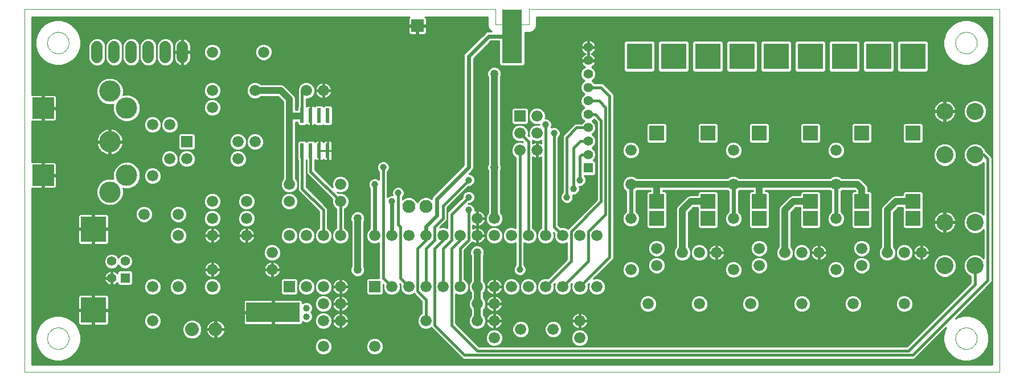
<source format=gtl>
G75*
G70*
%OFA0B0*%
%FSLAX24Y24*%
%IPPOS*%
%LPD*%
%AMOC8*
5,1,8,0,0,1.08239X$1,22.5*
%
%ADD10C,0.0000*%
%ADD11C,0.0560*%
%ADD12R,0.0560X0.0560*%
%ADD13R,0.1500X0.1500*%
%ADD14C,0.0800*%
%ADD15C,0.0660*%
%ADD16R,0.0660X0.0660*%
%ADD17C,0.1250*%
%ADD18R,0.1250X0.1250*%
%ADD19R,0.0860X0.0860*%
%ADD20C,0.1000*%
%ADD21R,0.1181X0.3150*%
%ADD22R,0.0240X0.0870*%
%ADD23R,0.3150X0.1181*%
%ADD24C,0.0397*%
%ADD25C,0.0660*%
%ADD26R,0.0760X0.0760*%
%ADD27C,0.0760*%
%ADD28C,0.0100*%
%ADD29C,0.0160*%
%ADD30C,0.0396*%
%ADD31C,0.0240*%
%ADD32C,0.0400*%
%ADD33C,0.0500*%
D10*
X000232Y000101D02*
X000232Y021361D01*
X027791Y021361D01*
X027791Y020455D01*
X029759Y020455D01*
X029759Y021361D01*
X057318Y021361D01*
X057318Y000101D01*
X000232Y000101D01*
X001570Y002069D02*
X001572Y002119D01*
X001578Y002169D01*
X001588Y002218D01*
X001602Y002266D01*
X001619Y002313D01*
X001640Y002358D01*
X001665Y002402D01*
X001693Y002443D01*
X001725Y002482D01*
X001759Y002519D01*
X001796Y002553D01*
X001836Y002583D01*
X001878Y002610D01*
X001922Y002634D01*
X001968Y002655D01*
X002015Y002671D01*
X002063Y002684D01*
X002113Y002693D01*
X002162Y002698D01*
X002213Y002699D01*
X002263Y002696D01*
X002312Y002689D01*
X002361Y002678D01*
X002409Y002663D01*
X002455Y002645D01*
X002500Y002623D01*
X002543Y002597D01*
X002584Y002568D01*
X002623Y002536D01*
X002659Y002501D01*
X002691Y002463D01*
X002721Y002423D01*
X002748Y002380D01*
X002771Y002336D01*
X002790Y002290D01*
X002806Y002242D01*
X002818Y002193D01*
X002826Y002144D01*
X002830Y002094D01*
X002830Y002044D01*
X002826Y001994D01*
X002818Y001945D01*
X002806Y001896D01*
X002790Y001848D01*
X002771Y001802D01*
X002748Y001758D01*
X002721Y001715D01*
X002691Y001675D01*
X002659Y001637D01*
X002623Y001602D01*
X002584Y001570D01*
X002543Y001541D01*
X002500Y001515D01*
X002455Y001493D01*
X002409Y001475D01*
X002361Y001460D01*
X002312Y001449D01*
X002263Y001442D01*
X002213Y001439D01*
X002162Y001440D01*
X002113Y001445D01*
X002063Y001454D01*
X002015Y001467D01*
X001968Y001483D01*
X001922Y001504D01*
X001878Y001528D01*
X001836Y001555D01*
X001796Y001585D01*
X001759Y001619D01*
X001725Y001656D01*
X001693Y001695D01*
X001665Y001736D01*
X001640Y001780D01*
X001619Y001825D01*
X001602Y001872D01*
X001588Y001920D01*
X001578Y001969D01*
X001572Y002019D01*
X001570Y002069D01*
X001570Y019392D02*
X001572Y019442D01*
X001578Y019492D01*
X001588Y019541D01*
X001602Y019589D01*
X001619Y019636D01*
X001640Y019681D01*
X001665Y019725D01*
X001693Y019766D01*
X001725Y019805D01*
X001759Y019842D01*
X001796Y019876D01*
X001836Y019906D01*
X001878Y019933D01*
X001922Y019957D01*
X001968Y019978D01*
X002015Y019994D01*
X002063Y020007D01*
X002113Y020016D01*
X002162Y020021D01*
X002213Y020022D01*
X002263Y020019D01*
X002312Y020012D01*
X002361Y020001D01*
X002409Y019986D01*
X002455Y019968D01*
X002500Y019946D01*
X002543Y019920D01*
X002584Y019891D01*
X002623Y019859D01*
X002659Y019824D01*
X002691Y019786D01*
X002721Y019746D01*
X002748Y019703D01*
X002771Y019659D01*
X002790Y019613D01*
X002806Y019565D01*
X002818Y019516D01*
X002826Y019467D01*
X002830Y019417D01*
X002830Y019367D01*
X002826Y019317D01*
X002818Y019268D01*
X002806Y019219D01*
X002790Y019171D01*
X002771Y019125D01*
X002748Y019081D01*
X002721Y019038D01*
X002691Y018998D01*
X002659Y018960D01*
X002623Y018925D01*
X002584Y018893D01*
X002543Y018864D01*
X002500Y018838D01*
X002455Y018816D01*
X002409Y018798D01*
X002361Y018783D01*
X002312Y018772D01*
X002263Y018765D01*
X002213Y018762D01*
X002162Y018763D01*
X002113Y018768D01*
X002063Y018777D01*
X002015Y018790D01*
X001968Y018806D01*
X001922Y018827D01*
X001878Y018851D01*
X001836Y018878D01*
X001796Y018908D01*
X001759Y018942D01*
X001725Y018979D01*
X001693Y019018D01*
X001665Y019059D01*
X001640Y019103D01*
X001619Y019148D01*
X001602Y019195D01*
X001588Y019243D01*
X001578Y019292D01*
X001572Y019342D01*
X001570Y019392D01*
X054720Y019392D02*
X054722Y019442D01*
X054728Y019492D01*
X054738Y019541D01*
X054752Y019589D01*
X054769Y019636D01*
X054790Y019681D01*
X054815Y019725D01*
X054843Y019766D01*
X054875Y019805D01*
X054909Y019842D01*
X054946Y019876D01*
X054986Y019906D01*
X055028Y019933D01*
X055072Y019957D01*
X055118Y019978D01*
X055165Y019994D01*
X055213Y020007D01*
X055263Y020016D01*
X055312Y020021D01*
X055363Y020022D01*
X055413Y020019D01*
X055462Y020012D01*
X055511Y020001D01*
X055559Y019986D01*
X055605Y019968D01*
X055650Y019946D01*
X055693Y019920D01*
X055734Y019891D01*
X055773Y019859D01*
X055809Y019824D01*
X055841Y019786D01*
X055871Y019746D01*
X055898Y019703D01*
X055921Y019659D01*
X055940Y019613D01*
X055956Y019565D01*
X055968Y019516D01*
X055976Y019467D01*
X055980Y019417D01*
X055980Y019367D01*
X055976Y019317D01*
X055968Y019268D01*
X055956Y019219D01*
X055940Y019171D01*
X055921Y019125D01*
X055898Y019081D01*
X055871Y019038D01*
X055841Y018998D01*
X055809Y018960D01*
X055773Y018925D01*
X055734Y018893D01*
X055693Y018864D01*
X055650Y018838D01*
X055605Y018816D01*
X055559Y018798D01*
X055511Y018783D01*
X055462Y018772D01*
X055413Y018765D01*
X055363Y018762D01*
X055312Y018763D01*
X055263Y018768D01*
X055213Y018777D01*
X055165Y018790D01*
X055118Y018806D01*
X055072Y018827D01*
X055028Y018851D01*
X054986Y018878D01*
X054946Y018908D01*
X054909Y018942D01*
X054875Y018979D01*
X054843Y019018D01*
X054815Y019059D01*
X054790Y019103D01*
X054769Y019148D01*
X054752Y019195D01*
X054738Y019243D01*
X054728Y019292D01*
X054722Y019342D01*
X054720Y019392D01*
X054720Y002069D02*
X054722Y002119D01*
X054728Y002169D01*
X054738Y002218D01*
X054752Y002266D01*
X054769Y002313D01*
X054790Y002358D01*
X054815Y002402D01*
X054843Y002443D01*
X054875Y002482D01*
X054909Y002519D01*
X054946Y002553D01*
X054986Y002583D01*
X055028Y002610D01*
X055072Y002634D01*
X055118Y002655D01*
X055165Y002671D01*
X055213Y002684D01*
X055263Y002693D01*
X055312Y002698D01*
X055363Y002699D01*
X055413Y002696D01*
X055462Y002689D01*
X055511Y002678D01*
X055559Y002663D01*
X055605Y002645D01*
X055650Y002623D01*
X055693Y002597D01*
X055734Y002568D01*
X055773Y002536D01*
X055809Y002501D01*
X055841Y002463D01*
X055871Y002423D01*
X055898Y002380D01*
X055921Y002336D01*
X055940Y002290D01*
X055956Y002242D01*
X055968Y002193D01*
X055976Y002144D01*
X055980Y002094D01*
X055980Y002044D01*
X055976Y001994D01*
X055968Y001945D01*
X055956Y001896D01*
X055940Y001848D01*
X055921Y001802D01*
X055898Y001758D01*
X055871Y001715D01*
X055841Y001675D01*
X055809Y001637D01*
X055773Y001602D01*
X055734Y001570D01*
X055693Y001541D01*
X055650Y001515D01*
X055605Y001493D01*
X055559Y001475D01*
X055511Y001460D01*
X055462Y001449D01*
X055413Y001442D01*
X055363Y001439D01*
X055312Y001440D01*
X055263Y001445D01*
X055213Y001454D01*
X055165Y001467D01*
X055118Y001483D01*
X055072Y001504D01*
X055028Y001528D01*
X054986Y001555D01*
X054946Y001585D01*
X054909Y001619D01*
X054875Y001656D01*
X054843Y001695D01*
X054815Y001736D01*
X054790Y001780D01*
X054769Y001825D01*
X054752Y001872D01*
X054738Y001920D01*
X054728Y001969D01*
X054722Y002019D01*
X054720Y002069D01*
D11*
X033232Y012845D03*
X033232Y013632D03*
X033232Y014420D03*
X033232Y015207D03*
X033232Y015994D03*
X033232Y016782D03*
X033232Y017569D03*
X033232Y018357D03*
X033232Y019144D03*
X006126Y006593D03*
X005338Y006593D03*
X005338Y005609D03*
D12*
X006126Y005609D03*
X033232Y012057D03*
D13*
X036232Y018601D03*
X038232Y018601D03*
X040232Y018601D03*
X042232Y018601D03*
X044232Y018601D03*
X046232Y018601D03*
X048232Y018601D03*
X050232Y018601D03*
X052232Y018601D03*
X004271Y008471D03*
X004271Y003731D03*
D14*
X010043Y002601D03*
X011421Y002601D03*
D15*
X007732Y003101D03*
X007732Y005101D03*
X009232Y005101D03*
X011232Y005101D03*
X011232Y006101D03*
X014732Y006101D03*
X016732Y005101D03*
X017732Y005101D03*
X018732Y005101D03*
X018732Y004101D03*
X017732Y004101D03*
X017732Y003101D03*
X018732Y003101D03*
X017732Y001601D03*
X020732Y001601D03*
X023732Y003101D03*
X026732Y003101D03*
X027732Y003101D03*
X029282Y002601D03*
X027732Y002101D03*
X031182Y002601D03*
X032732Y002101D03*
X032732Y003101D03*
X036732Y004101D03*
X033732Y005101D03*
X032732Y005101D03*
X031732Y005101D03*
X030732Y005101D03*
X029732Y005101D03*
X028732Y005101D03*
X027732Y005101D03*
X026732Y005101D03*
X025732Y005101D03*
X024732Y005101D03*
X023732Y005101D03*
X022732Y005101D03*
X021732Y005101D03*
X026732Y004101D03*
X027732Y004101D03*
X035732Y006101D03*
X037232Y006351D03*
X038732Y007101D03*
X039732Y007101D03*
X040732Y007101D03*
X041732Y006101D03*
X043232Y006351D03*
X044732Y007101D03*
X045732Y007101D03*
X046732Y007101D03*
X049232Y007351D03*
X050732Y007101D03*
X051732Y007101D03*
X052732Y007101D03*
X049232Y006351D03*
X047732Y006101D03*
X043232Y007351D03*
X041732Y009101D03*
X037232Y007351D03*
X033732Y008101D03*
X032732Y008101D03*
X031732Y008101D03*
X030732Y008101D03*
X029732Y008101D03*
X028732Y008101D03*
X027732Y008101D03*
X026732Y008101D03*
X025732Y008101D03*
X024732Y008101D03*
X023732Y008101D03*
X022732Y008101D03*
X021732Y008101D03*
X020732Y008101D03*
X018732Y008101D03*
X017732Y008101D03*
X016732Y008101D03*
X015732Y008101D03*
X013232Y008101D03*
X013232Y009101D03*
X011232Y009101D03*
X009232Y009351D03*
X007232Y009351D03*
X009232Y008101D03*
X011232Y008101D03*
X014732Y007101D03*
X015732Y010101D03*
X015732Y011101D03*
X013232Y010101D03*
X011232Y010101D03*
X007732Y011601D03*
X008732Y012601D03*
X009732Y012601D03*
X012732Y012601D03*
X012732Y013601D03*
X013732Y013601D03*
X008732Y014601D03*
X007732Y014601D03*
X011232Y015601D03*
X011232Y016601D03*
X013732Y016601D03*
X016732Y016601D03*
X017732Y016601D03*
X014232Y018851D03*
X011232Y018851D03*
X029232Y014101D03*
X030232Y014101D03*
X030232Y015101D03*
X030232Y013101D03*
X029232Y013101D03*
X035732Y013101D03*
X035732Y011101D03*
X035732Y009101D03*
X041732Y011101D03*
X041732Y013101D03*
X047732Y013101D03*
X047732Y011101D03*
X047732Y009101D03*
X048732Y004101D03*
X045732Y004101D03*
X042732Y004101D03*
X039732Y004101D03*
X051732Y004101D03*
X027732Y009101D03*
X026732Y009101D03*
X018732Y010101D03*
X018732Y011101D03*
D16*
X009732Y013601D03*
X029232Y015101D03*
X020732Y005101D03*
X015732Y005101D03*
D17*
X005232Y010648D03*
X006216Y011632D03*
X005232Y013601D03*
X006216Y015569D03*
X005232Y016554D03*
D18*
X001334Y015569D03*
X001334Y011632D03*
D19*
X037232Y010101D03*
X037232Y009101D03*
X040232Y009101D03*
X040232Y010101D03*
X043232Y010101D03*
X043232Y009101D03*
X046232Y009101D03*
X046232Y010101D03*
X049232Y010101D03*
X049232Y009101D03*
X052232Y009101D03*
X052232Y010101D03*
X052232Y014101D03*
X049232Y014101D03*
X046232Y014101D03*
X043232Y014101D03*
X040232Y014101D03*
X037232Y014101D03*
D20*
X054096Y015380D03*
X055868Y015380D03*
X055868Y012821D03*
X054096Y012821D03*
X054096Y008880D03*
X055868Y008880D03*
X055868Y006321D03*
X054096Y006321D03*
D21*
X028775Y019776D03*
D22*
X017982Y015131D03*
X017482Y015131D03*
X016982Y015131D03*
X016482Y015131D03*
X016482Y013071D03*
X016982Y013071D03*
X017482Y013071D03*
X017982Y013071D03*
D23*
X014785Y003601D03*
D24*
X016732Y003851D03*
X016732Y003351D03*
D25*
X009482Y018521D02*
X009482Y019181D01*
X008482Y019181D02*
X008482Y018521D01*
X007482Y018521D02*
X007482Y019181D01*
X006482Y019181D02*
X006482Y018521D01*
X005482Y018521D02*
X005482Y019181D01*
X004482Y019181D02*
X004482Y018521D01*
D26*
X023232Y020396D03*
D27*
X022732Y009806D03*
X023732Y009806D03*
D28*
X023232Y010036D02*
X023198Y010117D01*
X023043Y010272D01*
X022841Y010355D01*
X022622Y010355D01*
X022420Y010272D01*
X022357Y010208D01*
X022357Y010330D01*
X022419Y010392D01*
X022475Y010528D01*
X022475Y010674D01*
X022419Y010809D01*
X022315Y010913D01*
X022180Y010969D01*
X022034Y010969D01*
X021898Y010913D01*
X021795Y010809D01*
X021739Y010674D01*
X021739Y010528D01*
X021763Y010469D01*
X021659Y010469D01*
X021523Y010413D01*
X021482Y010371D01*
X021482Y011830D01*
X021544Y011892D01*
X021600Y012028D01*
X021600Y012174D01*
X021544Y012309D01*
X021440Y012413D01*
X021305Y012469D01*
X021159Y012469D01*
X021023Y012413D01*
X020920Y012309D01*
X020864Y012174D01*
X020864Y012028D01*
X020920Y011892D01*
X020982Y011830D01*
X020982Y011371D01*
X020940Y011413D01*
X020805Y011469D01*
X020659Y011469D01*
X020523Y011413D01*
X020420Y011309D01*
X020364Y011174D01*
X020364Y011028D01*
X020420Y010892D01*
X020442Y010870D01*
X020442Y008518D01*
X020308Y008384D01*
X020232Y008200D01*
X020232Y008001D01*
X020308Y007818D01*
X020449Y007677D01*
X020632Y007601D01*
X020831Y007601D01*
X020982Y007663D01*
X020982Y005601D01*
X020331Y005601D01*
X020232Y005501D01*
X020232Y004700D01*
X020331Y004601D01*
X021132Y004601D01*
X021232Y004700D01*
X021232Y005247D01*
X021246Y005233D01*
X021232Y005200D01*
X021232Y005001D01*
X021308Y004818D01*
X021449Y004677D01*
X021632Y004601D01*
X021831Y004601D01*
X022015Y004677D01*
X022156Y004818D01*
X022232Y005001D01*
X022308Y004818D01*
X022449Y004677D01*
X022632Y004601D01*
X022831Y004601D01*
X023015Y004677D01*
X023034Y004696D01*
X023482Y004247D01*
X023482Y003538D01*
X023449Y003525D01*
X023308Y003384D01*
X023232Y003200D01*
X023232Y003001D01*
X023308Y002818D01*
X023449Y002677D01*
X023632Y002601D01*
X023831Y002601D01*
X024015Y002677D01*
X024034Y002696D01*
X025770Y000959D01*
X025840Y000889D01*
X002815Y000889D01*
X002713Y000830D02*
X003017Y001005D01*
X003264Y001253D01*
X003439Y001556D01*
X003530Y001894D01*
X003530Y002244D01*
X003439Y002582D01*
X003264Y002886D01*
X003017Y003133D01*
X002713Y003308D01*
X002375Y003399D01*
X002025Y003399D01*
X001687Y003308D01*
X001384Y003133D01*
X001136Y002886D01*
X000961Y002582D01*
X000871Y002244D01*
X000871Y001894D01*
X000961Y001556D01*
X001136Y001253D01*
X001384Y001005D01*
X001687Y000830D01*
X002025Y000740D01*
X002375Y000740D01*
X002713Y000830D01*
X002565Y000791D02*
X054985Y000791D01*
X054837Y000830D02*
X055175Y000740D01*
X055525Y000740D01*
X055863Y000830D01*
X056166Y001005D01*
X056414Y001253D01*
X056589Y001556D01*
X056679Y001894D01*
X056679Y002244D01*
X056589Y002582D01*
X056414Y002886D01*
X056166Y003133D01*
X055863Y003308D01*
X055525Y003399D01*
X055175Y003399D01*
X054837Y003308D01*
X054732Y003248D01*
X056748Y005264D01*
X056819Y005334D01*
X056857Y005426D01*
X056857Y012551D01*
X056857Y012651D01*
X056819Y012742D01*
X056598Y012963D01*
X056528Y013033D01*
X056500Y013045D01*
X056436Y013201D01*
X056247Y013389D01*
X056001Y013491D01*
X055734Y013491D01*
X055488Y013389D01*
X055300Y013201D01*
X055198Y012955D01*
X055198Y012688D01*
X055300Y012442D01*
X055488Y012253D01*
X055734Y012151D01*
X056001Y012151D01*
X056247Y012253D01*
X056357Y012363D01*
X056357Y009339D01*
X056247Y009448D01*
X056001Y009550D01*
X055734Y009550D01*
X055488Y009448D01*
X055300Y009260D01*
X055198Y009014D01*
X055198Y008747D01*
X055300Y008501D01*
X055488Y008312D01*
X055734Y008210D01*
X056001Y008210D01*
X056247Y008312D01*
X056357Y008422D01*
X056357Y006779D01*
X056247Y006889D01*
X056001Y006991D01*
X055734Y006991D01*
X055488Y006889D01*
X055300Y006701D01*
X055198Y006455D01*
X055198Y006188D01*
X055300Y005942D01*
X055488Y005753D01*
X055618Y005700D01*
X055618Y005340D01*
X051878Y001601D01*
X026835Y001601D01*
X025482Y002954D01*
X025482Y004663D01*
X025632Y004601D01*
X025831Y004601D01*
X026015Y004677D01*
X026156Y004818D01*
X026232Y005001D01*
X026308Y004818D01*
X026362Y004764D01*
X026362Y004438D01*
X026308Y004384D01*
X026232Y004200D01*
X026232Y004001D01*
X026308Y003818D01*
X026362Y003764D01*
X026362Y003438D01*
X026308Y003384D01*
X026232Y003200D01*
X026232Y003001D01*
X026308Y002818D01*
X026449Y002677D01*
X026632Y002601D01*
X026831Y002601D01*
X027015Y002677D01*
X027156Y002818D01*
X027232Y003001D01*
X027232Y003200D01*
X027156Y003384D01*
X027102Y003438D01*
X027102Y003764D01*
X027156Y003818D01*
X027232Y004001D01*
X027232Y004200D01*
X027156Y004384D01*
X027102Y004438D01*
X027102Y004764D01*
X027156Y004818D01*
X027232Y005001D01*
X027232Y005200D01*
X027156Y005384D01*
X027102Y005438D01*
X027102Y006897D01*
X027152Y007017D01*
X027152Y007184D01*
X027088Y007339D01*
X026970Y007457D01*
X026815Y007521D01*
X026648Y007521D01*
X026494Y007457D01*
X026376Y007339D01*
X026312Y007184D01*
X026312Y007017D01*
X026362Y006897D01*
X026362Y005438D01*
X026308Y005384D01*
X026232Y005200D01*
X026232Y005001D01*
X026232Y005200D01*
X026156Y005384D01*
X026015Y005525D01*
X025982Y005538D01*
X025982Y007247D01*
X026444Y007709D01*
X026446Y007715D01*
X026480Y007690D01*
X026548Y007656D01*
X026619Y007633D01*
X026694Y007621D01*
X026703Y007621D01*
X026703Y008072D01*
X026761Y008072D01*
X026761Y008130D01*
X026703Y008130D01*
X026703Y008581D01*
X026694Y008581D01*
X026619Y008569D01*
X026548Y008546D01*
X026482Y008512D01*
X026482Y008689D01*
X026548Y008656D01*
X026619Y008633D01*
X026694Y008621D01*
X026703Y008621D01*
X026703Y009072D01*
X026761Y009072D01*
X026761Y009130D01*
X026703Y009130D01*
X026703Y009581D01*
X026694Y009581D01*
X026619Y009569D01*
X026600Y009563D01*
X026600Y009674D01*
X026544Y009809D01*
X026440Y009913D01*
X026305Y009969D01*
X026203Y009969D01*
X026217Y009983D01*
X026305Y009983D01*
X026440Y010039D01*
X026544Y010142D01*
X026600Y010278D01*
X026600Y010424D01*
X026544Y010559D01*
X026440Y010663D01*
X026305Y010719D01*
X026159Y010719D01*
X026023Y010663D01*
X025920Y010559D01*
X025864Y010424D01*
X025864Y010336D01*
X025020Y009492D01*
X024982Y009401D01*
X024982Y009301D01*
X024982Y008538D01*
X024831Y008601D01*
X024632Y008601D01*
X024552Y008567D01*
X024873Y008889D01*
X024944Y008959D01*
X024982Y009051D01*
X024982Y009747D01*
X026217Y010983D01*
X026305Y010983D01*
X026440Y011039D01*
X026544Y011142D01*
X026600Y011278D01*
X026600Y011424D01*
X026544Y011559D01*
X026440Y011663D01*
X026305Y011719D01*
X026260Y011719D01*
X026396Y011855D01*
X026478Y011936D01*
X026522Y012043D01*
X026522Y018481D01*
X027527Y019486D01*
X028015Y019486D01*
X028015Y018131D01*
X028114Y018031D01*
X029436Y018031D01*
X029536Y018131D01*
X029536Y020005D01*
X029849Y020005D01*
X030014Y020074D01*
X030141Y020200D01*
X030209Y020366D01*
X030209Y020545D01*
X030209Y020911D01*
X056868Y020911D01*
X056868Y000551D01*
X000682Y000551D01*
X000682Y010859D01*
X000689Y010857D01*
X001284Y010857D01*
X001284Y011582D01*
X001384Y011582D01*
X001384Y010857D01*
X001979Y010857D01*
X002017Y010868D01*
X002051Y010887D01*
X002079Y010915D01*
X002099Y010949D01*
X002109Y010988D01*
X002109Y011582D01*
X001384Y011582D01*
X001384Y011682D01*
X002109Y011682D01*
X002109Y012277D01*
X002099Y012315D01*
X002079Y012349D01*
X002051Y012377D01*
X002017Y012397D01*
X001979Y012407D01*
X001384Y012407D01*
X001384Y011682D01*
X001284Y011682D01*
X001284Y012407D01*
X000689Y012407D01*
X000682Y012405D01*
X000682Y014796D01*
X000689Y014794D01*
X001284Y014794D01*
X001284Y015519D01*
X001384Y015519D01*
X001384Y014794D01*
X001979Y014794D01*
X002017Y014805D01*
X002051Y014824D01*
X002079Y014852D01*
X002099Y014886D01*
X002109Y014925D01*
X002109Y015519D01*
X001384Y015519D01*
X001384Y015619D01*
X002109Y015619D01*
X002109Y016214D01*
X002099Y016252D01*
X002079Y016286D01*
X002051Y016314D01*
X002017Y016334D01*
X001979Y016344D01*
X001384Y016344D01*
X001384Y015619D01*
X001284Y015619D01*
X001284Y016344D01*
X000689Y016344D01*
X000682Y016342D01*
X000682Y020911D01*
X022785Y020911D01*
X022760Y020896D01*
X022732Y020868D01*
X022712Y020834D01*
X022702Y020796D01*
X022702Y020444D01*
X023183Y020444D01*
X023183Y020348D01*
X022702Y020348D01*
X022702Y019996D01*
X022712Y019958D01*
X022732Y019924D01*
X022760Y019896D01*
X022794Y019876D01*
X022832Y019866D01*
X023183Y019866D01*
X023183Y020347D01*
X023280Y020347D01*
X023280Y019866D01*
X023632Y019866D01*
X023670Y019876D01*
X023704Y019896D01*
X023732Y019924D01*
X023752Y019958D01*
X023762Y019996D01*
X023762Y020348D01*
X023280Y020348D01*
X023280Y020444D01*
X023762Y020444D01*
X023762Y020796D01*
X023752Y020834D01*
X023732Y020868D01*
X023704Y020896D01*
X023679Y020911D01*
X027341Y020911D01*
X027341Y020366D01*
X027409Y020200D01*
X027536Y020074D01*
X027555Y020066D01*
X027349Y020066D01*
X027243Y020022D01*
X027161Y019940D01*
X025986Y018765D01*
X025942Y018658D01*
X025942Y018543D01*
X025942Y012221D01*
X024111Y010390D01*
X024067Y010283D01*
X024067Y010248D01*
X024043Y010272D01*
X023841Y010355D01*
X023622Y010355D01*
X023420Y010272D01*
X023266Y010117D01*
X023232Y010036D01*
X023224Y010054D02*
X023239Y010054D01*
X023301Y010152D02*
X023163Y010152D01*
X023064Y010251D02*
X023399Y010251D01*
X023607Y010349D02*
X022856Y010349D01*
X022607Y010349D02*
X022376Y010349D01*
X022357Y010251D02*
X022399Y010251D01*
X022442Y010448D02*
X024169Y010448D01*
X024094Y010349D02*
X023856Y010349D01*
X024064Y010251D02*
X024067Y010251D01*
X024267Y010546D02*
X022475Y010546D01*
X022475Y010645D02*
X024366Y010645D01*
X024464Y010743D02*
X022446Y010743D01*
X022386Y010842D02*
X024563Y010842D01*
X024661Y010941D02*
X022248Y010941D01*
X021965Y010941D02*
X021482Y010941D01*
X021482Y011039D02*
X024760Y011039D01*
X024859Y011138D02*
X021482Y011138D01*
X021482Y011236D02*
X024957Y011236D01*
X025056Y011335D02*
X021482Y011335D01*
X021482Y011433D02*
X025154Y011433D01*
X025253Y011532D02*
X021482Y011532D01*
X021482Y011630D02*
X025351Y011630D01*
X025450Y011729D02*
X021482Y011729D01*
X021482Y011827D02*
X025548Y011827D01*
X025647Y011926D02*
X021558Y011926D01*
X021599Y012025D02*
X025745Y012025D01*
X025844Y012123D02*
X021600Y012123D01*
X021580Y012222D02*
X025942Y012222D01*
X025942Y012320D02*
X021533Y012320D01*
X021426Y012419D02*
X025942Y012419D01*
X025942Y012517D02*
X018195Y012517D01*
X018194Y012516D02*
X018222Y012544D01*
X018242Y012578D01*
X018252Y012616D01*
X018252Y013061D01*
X017992Y013061D01*
X017992Y013081D01*
X017972Y013081D01*
X017972Y013656D01*
X017842Y013656D01*
X017804Y013646D01*
X017770Y013626D01*
X017742Y013598D01*
X017732Y013581D01*
X017722Y013598D01*
X017694Y013626D01*
X017660Y013646D01*
X017622Y013656D01*
X017492Y013656D01*
X017492Y013081D01*
X017472Y013081D01*
X017472Y013656D01*
X017342Y013656D01*
X017304Y013646D01*
X017270Y013626D01*
X017246Y013602D01*
X017172Y013676D01*
X016791Y013676D01*
X016732Y013616D01*
X016672Y013676D01*
X016291Y013676D01*
X016192Y013576D01*
X016192Y012565D01*
X016232Y012525D01*
X016232Y010901D01*
X016232Y010801D01*
X016270Y010709D01*
X017482Y009497D01*
X017482Y008538D01*
X017449Y008525D01*
X017308Y008384D01*
X017232Y008200D01*
X017232Y008001D01*
X017308Y007818D01*
X017449Y007677D01*
X017632Y007601D01*
X017831Y007601D01*
X018015Y007677D01*
X018156Y007818D01*
X018232Y008001D01*
X018308Y007818D01*
X018449Y007677D01*
X018632Y007601D01*
X018831Y007601D01*
X019015Y007677D01*
X019156Y007818D01*
X019232Y008001D01*
X019232Y008200D01*
X019156Y008384D01*
X019015Y008525D01*
X018982Y008538D01*
X018982Y009663D01*
X019015Y009677D01*
X019156Y009818D01*
X019232Y010001D01*
X019232Y010200D01*
X019156Y010384D01*
X019015Y010525D01*
X018831Y010601D01*
X019015Y010677D01*
X019156Y010818D01*
X019232Y011001D01*
X019232Y011200D01*
X019156Y011384D01*
X019015Y011525D01*
X018831Y011601D01*
X018632Y011601D01*
X018449Y011525D01*
X018308Y011384D01*
X018232Y011200D01*
X018232Y011001D01*
X018265Y010921D01*
X017232Y011954D01*
X017232Y012525D01*
X017246Y012540D01*
X017270Y012516D01*
X017304Y012496D01*
X017342Y012486D01*
X017472Y012486D01*
X017472Y013061D01*
X017492Y013061D01*
X017492Y013081D01*
X017712Y013081D01*
X017972Y013081D01*
X017972Y013061D01*
X017992Y013061D01*
X017992Y012486D01*
X018122Y012486D01*
X018160Y012496D01*
X018194Y012516D01*
X018252Y012616D02*
X025942Y012616D01*
X025942Y012714D02*
X018252Y012714D01*
X018252Y012813D02*
X025942Y012813D01*
X025942Y012911D02*
X018252Y012911D01*
X018252Y013010D02*
X025942Y013010D01*
X025942Y013109D02*
X018252Y013109D01*
X018252Y013081D02*
X018252Y013526D01*
X018242Y013564D01*
X018222Y013598D01*
X018194Y013626D01*
X018160Y013646D01*
X018122Y013656D01*
X017992Y013656D01*
X017992Y013081D01*
X018252Y013081D01*
X018252Y013207D02*
X025942Y013207D01*
X025942Y013306D02*
X018252Y013306D01*
X018252Y013404D02*
X025942Y013404D01*
X025942Y013503D02*
X018252Y013503D01*
X018218Y013601D02*
X025942Y013601D01*
X025942Y013700D02*
X016102Y013700D01*
X016102Y013798D02*
X025942Y013798D01*
X025942Y013897D02*
X016102Y013897D01*
X016102Y013995D02*
X025942Y013995D01*
X025942Y014094D02*
X016102Y014094D01*
X016102Y014192D02*
X025942Y014192D01*
X025942Y014291D02*
X016102Y014291D01*
X016102Y014390D02*
X025942Y014390D01*
X025942Y014488D02*
X016102Y014488D01*
X016102Y014587D02*
X016231Y014587D01*
X016192Y014625D02*
X016291Y014526D01*
X016672Y014526D01*
X016746Y014600D01*
X016770Y014576D01*
X016804Y014556D01*
X016842Y014546D01*
X016972Y014546D01*
X016972Y015121D01*
X016992Y015121D01*
X016992Y014546D01*
X017122Y014546D01*
X017160Y014556D01*
X017194Y014576D01*
X017218Y014600D01*
X017291Y014526D01*
X017672Y014526D01*
X017732Y014585D01*
X017791Y014526D01*
X018172Y014526D01*
X018272Y014625D01*
X018272Y015636D01*
X018172Y015736D01*
X017791Y015736D01*
X017732Y015676D01*
X017672Y015736D01*
X017291Y015736D01*
X017218Y015662D01*
X017194Y015686D01*
X017160Y015706D01*
X017122Y015716D01*
X016992Y015716D01*
X016992Y015141D01*
X016972Y015141D01*
X016972Y015716D01*
X016842Y015716D01*
X016804Y015706D01*
X016770Y015686D01*
X016746Y015662D01*
X016732Y015676D01*
X016732Y016101D01*
X016831Y016101D01*
X017015Y016177D01*
X017156Y016318D01*
X017232Y016501D01*
X017232Y016700D01*
X017156Y016884D01*
X017015Y017025D01*
X016831Y017101D01*
X016632Y017101D01*
X016449Y017025D01*
X016308Y016884D01*
X016232Y016700D01*
X016232Y016651D01*
X016232Y015676D01*
X016192Y015636D01*
X016192Y015471D01*
X016102Y015471D01*
X016102Y016027D01*
X016102Y016174D01*
X016045Y016310D01*
X015545Y016810D01*
X015545Y016810D01*
X015441Y016914D01*
X015305Y016971D01*
X014069Y016971D01*
X014015Y017025D01*
X013831Y017101D01*
X013632Y017101D01*
X013449Y017025D01*
X013308Y016884D01*
X013232Y016700D01*
X013232Y016501D01*
X013308Y016318D01*
X013449Y016177D01*
X013632Y016101D01*
X013831Y016101D01*
X014015Y016177D01*
X014069Y016231D01*
X015079Y016231D01*
X015362Y015948D01*
X015362Y015174D01*
X015362Y011438D01*
X015308Y011384D01*
X015232Y011200D01*
X015232Y011001D01*
X015308Y010818D01*
X015449Y010677D01*
X015632Y010601D01*
X015831Y010601D01*
X016015Y010677D01*
X016156Y010818D01*
X016232Y011001D01*
X016232Y011200D01*
X016156Y011384D01*
X016102Y011438D01*
X016102Y014731D01*
X016192Y014731D01*
X016192Y014625D01*
X016192Y014685D02*
X016102Y014685D01*
X016733Y014587D02*
X016759Y014587D01*
X016972Y014587D02*
X016992Y014587D01*
X016992Y014685D02*
X016972Y014685D01*
X016972Y014784D02*
X016992Y014784D01*
X016992Y014882D02*
X016972Y014882D01*
X016972Y014981D02*
X016992Y014981D01*
X016992Y015079D02*
X016972Y015079D01*
X016972Y015178D02*
X016992Y015178D01*
X016992Y015276D02*
X016972Y015276D01*
X016972Y015375D02*
X016992Y015375D01*
X016992Y015474D02*
X016972Y015474D01*
X016972Y015572D02*
X016992Y015572D01*
X016992Y015671D02*
X016972Y015671D01*
X016755Y015671D02*
X016737Y015671D01*
X016732Y015769D02*
X025942Y015769D01*
X025942Y015671D02*
X018237Y015671D01*
X018272Y015572D02*
X025942Y015572D01*
X025942Y015474D02*
X018272Y015474D01*
X018272Y015375D02*
X025942Y015375D01*
X025942Y015276D02*
X018272Y015276D01*
X018272Y015178D02*
X025942Y015178D01*
X025942Y015079D02*
X018272Y015079D01*
X018272Y014981D02*
X025942Y014981D01*
X025942Y014882D02*
X018272Y014882D01*
X018272Y014784D02*
X025942Y014784D01*
X025942Y014685D02*
X018272Y014685D01*
X018233Y014587D02*
X025942Y014587D01*
X026522Y014587D02*
X027362Y014587D01*
X027362Y014685D02*
X026522Y014685D01*
X026522Y014784D02*
X027362Y014784D01*
X027362Y014882D02*
X026522Y014882D01*
X026522Y014981D02*
X027362Y014981D01*
X027362Y015079D02*
X026522Y015079D01*
X026522Y015178D02*
X027362Y015178D01*
X027362Y015276D02*
X026522Y015276D01*
X026522Y015375D02*
X027362Y015375D01*
X027362Y015474D02*
X026522Y015474D01*
X026522Y015572D02*
X027362Y015572D01*
X027362Y015671D02*
X026522Y015671D01*
X026522Y015769D02*
X027362Y015769D01*
X027362Y015868D02*
X026522Y015868D01*
X026522Y015966D02*
X027362Y015966D01*
X027362Y016065D02*
X026522Y016065D01*
X026522Y016163D02*
X027362Y016163D01*
X027362Y016262D02*
X026522Y016262D01*
X026522Y016360D02*
X027362Y016360D01*
X027362Y016459D02*
X026522Y016459D01*
X026522Y016558D02*
X027362Y016558D01*
X027362Y016656D02*
X026522Y016656D01*
X026522Y016755D02*
X027362Y016755D01*
X027362Y016853D02*
X026522Y016853D01*
X026522Y016952D02*
X027362Y016952D01*
X027362Y017050D02*
X026522Y017050D01*
X026522Y017149D02*
X027362Y017149D01*
X027362Y017247D02*
X026522Y017247D01*
X026522Y017346D02*
X027362Y017346D01*
X027362Y017365D02*
X027362Y012305D01*
X027312Y012184D01*
X027312Y012017D01*
X027362Y011897D01*
X027362Y009438D01*
X027308Y009384D01*
X027232Y009200D01*
X027232Y009001D01*
X027308Y008818D01*
X027449Y008677D01*
X027632Y008601D01*
X027831Y008601D01*
X028015Y008677D01*
X028156Y008818D01*
X028232Y009001D01*
X028232Y009200D01*
X028156Y009384D01*
X028102Y009438D01*
X028102Y011897D01*
X028152Y012017D01*
X028152Y012184D01*
X028102Y012305D01*
X028102Y017365D01*
X028152Y017486D01*
X028152Y017653D01*
X028088Y017807D01*
X027970Y017925D01*
X027815Y017989D01*
X027648Y017989D01*
X027494Y017925D01*
X027376Y017807D01*
X027312Y017653D01*
X027312Y017486D01*
X027362Y017365D01*
X027329Y017444D02*
X026522Y017444D01*
X026522Y017543D02*
X027312Y017543D01*
X027312Y017641D02*
X026522Y017641D01*
X026522Y017740D02*
X027348Y017740D01*
X027407Y017839D02*
X026522Y017839D01*
X026522Y017937D02*
X027522Y017937D01*
X027941Y017937D02*
X032963Y017937D01*
X032977Y017951D02*
X032850Y017824D01*
X032782Y017659D01*
X032782Y017480D01*
X032850Y017314D01*
X032977Y017188D01*
X033006Y017176D01*
X032977Y017163D01*
X032850Y017037D01*
X032782Y016871D01*
X032782Y016692D01*
X032850Y016527D01*
X032977Y016400D01*
X033006Y016388D01*
X032977Y016376D01*
X032850Y016249D01*
X032782Y016084D01*
X032782Y015905D01*
X032850Y015740D01*
X032977Y015613D01*
X033006Y015601D01*
X032977Y015589D01*
X032850Y015462D01*
X032782Y015297D01*
X032782Y015118D01*
X032850Y014952D01*
X032977Y014826D01*
X033006Y014813D01*
X032977Y014801D01*
X032850Y014675D01*
X032848Y014670D01*
X032501Y014670D01*
X032409Y014632D01*
X032339Y014561D01*
X031770Y013992D01*
X031732Y013901D01*
X031732Y013801D01*
X031732Y010621D01*
X031670Y010559D01*
X031614Y010424D01*
X031614Y010278D01*
X031670Y010142D01*
X031773Y010039D01*
X031909Y009983D01*
X032055Y009983D01*
X032190Y010039D01*
X032294Y010142D01*
X032350Y010278D01*
X032350Y010424D01*
X032326Y010483D01*
X032430Y010483D01*
X032565Y010539D01*
X032669Y010642D01*
X032725Y010778D01*
X032725Y010924D01*
X032701Y010983D01*
X032805Y010983D01*
X032940Y011039D01*
X033044Y011142D01*
X033100Y011278D01*
X033100Y011424D01*
X033044Y011559D01*
X032996Y011607D01*
X033582Y011607D01*
X033682Y011707D01*
X033682Y012408D01*
X033582Y012507D01*
X033531Y012507D01*
X033613Y012590D01*
X033682Y012755D01*
X033682Y012934D01*
X033613Y013100D01*
X033487Y013226D01*
X033457Y013239D01*
X033487Y013251D01*
X033613Y013377D01*
X033682Y013543D01*
X033682Y013722D01*
X033613Y013887D01*
X033487Y014014D01*
X033457Y014026D01*
X033487Y014038D01*
X033613Y014165D01*
X033682Y014330D01*
X033682Y014509D01*
X033613Y014675D01*
X033487Y014801D01*
X033457Y014813D01*
X033487Y014826D01*
X033570Y014909D01*
X033732Y014747D01*
X033732Y010204D01*
X032090Y008563D01*
X032034Y008506D01*
X032015Y008525D01*
X031831Y008601D01*
X031632Y008601D01*
X031599Y008587D01*
X031482Y008704D01*
X031482Y013830D01*
X031544Y013892D01*
X031600Y014028D01*
X031600Y014174D01*
X031544Y014309D01*
X031440Y014413D01*
X031305Y014469D01*
X031159Y014469D01*
X031058Y014427D01*
X031100Y014528D01*
X031100Y014674D01*
X031044Y014809D01*
X030940Y014913D01*
X030805Y014969D01*
X030718Y014969D01*
X030732Y015001D01*
X030732Y015200D01*
X030656Y015384D01*
X030515Y015525D01*
X030331Y015601D01*
X030132Y015601D01*
X029949Y015525D01*
X029808Y015384D01*
X029732Y015200D01*
X029732Y015001D01*
X029808Y014818D01*
X029949Y014677D01*
X030132Y014601D01*
X030331Y014601D01*
X030364Y014614D01*
X030364Y014587D01*
X030331Y014601D01*
X030132Y014601D01*
X029949Y014525D01*
X029808Y014384D01*
X029732Y014200D01*
X029732Y014001D01*
X029765Y013921D01*
X029718Y013968D01*
X029732Y014001D01*
X029732Y014200D01*
X029656Y014384D01*
X029515Y014525D01*
X029331Y014601D01*
X029132Y014601D01*
X028949Y014525D01*
X028808Y014384D01*
X028732Y014200D01*
X028732Y014001D01*
X028808Y013818D01*
X028949Y013677D01*
X029132Y013601D01*
X029331Y013601D01*
X029364Y013615D01*
X029412Y013567D01*
X029331Y013601D01*
X029132Y013601D01*
X028949Y013525D01*
X028808Y013384D01*
X028732Y013200D01*
X028732Y013001D01*
X028808Y012818D01*
X028949Y012677D01*
X028982Y012663D01*
X028982Y008538D01*
X028831Y008601D01*
X028632Y008601D01*
X028449Y008525D01*
X028308Y008384D01*
X028232Y008200D01*
X028232Y008001D01*
X028308Y007818D01*
X028449Y007677D01*
X028632Y007601D01*
X028831Y007601D01*
X028982Y007663D01*
X028982Y006371D01*
X028920Y006309D01*
X027102Y006309D01*
X027102Y006210D02*
X028879Y006210D01*
X028864Y006174D02*
X028864Y006028D01*
X028920Y005892D01*
X029023Y005789D01*
X029159Y005733D01*
X029305Y005733D01*
X029440Y005789D01*
X029544Y005892D01*
X029600Y006028D01*
X029600Y006174D01*
X029544Y006309D01*
X031587Y006309D01*
X031685Y006408D02*
X029482Y006408D01*
X029482Y006371D02*
X029482Y007663D01*
X029632Y007601D01*
X029831Y007601D01*
X030015Y007677D01*
X030156Y007818D01*
X030232Y008001D01*
X030308Y007818D01*
X030449Y007677D01*
X030632Y007601D01*
X030831Y007601D01*
X031015Y007677D01*
X031156Y007818D01*
X031232Y008001D01*
X031308Y007818D01*
X031449Y007677D01*
X031632Y007601D01*
X031831Y007601D01*
X031982Y007663D01*
X031982Y006704D01*
X030865Y005587D01*
X030831Y005601D01*
X030632Y005601D01*
X030449Y005525D01*
X030308Y005384D01*
X030232Y005200D01*
X030232Y005001D01*
X030308Y004818D01*
X030449Y004677D01*
X030632Y004601D01*
X030831Y004601D01*
X031015Y004677D01*
X031156Y004818D01*
X031232Y005001D01*
X031308Y004818D01*
X031449Y004677D01*
X031632Y004601D01*
X031831Y004601D01*
X032015Y004677D01*
X032156Y004818D01*
X032232Y005001D01*
X032308Y004818D01*
X032449Y004677D01*
X032632Y004601D01*
X032831Y004601D01*
X033015Y004677D01*
X033156Y004818D01*
X033232Y005001D01*
X033308Y004818D01*
X033449Y004677D01*
X033632Y004601D01*
X033831Y004601D01*
X034015Y004677D01*
X034156Y004818D01*
X034232Y005001D01*
X034232Y005200D01*
X034156Y005384D01*
X034015Y005525D01*
X033831Y005601D01*
X033632Y005601D01*
X033552Y005567D01*
X034694Y006709D01*
X034732Y006801D01*
X034732Y006901D01*
X034732Y016232D01*
X034732Y016332D01*
X034694Y016423D01*
X034194Y016923D01*
X034123Y016994D01*
X034032Y017032D01*
X033615Y017032D01*
X033613Y017037D01*
X033487Y017163D01*
X033457Y017176D01*
X033487Y017188D01*
X033613Y017314D01*
X033682Y017480D01*
X033682Y017659D01*
X033613Y017824D01*
X033487Y017951D01*
X033429Y017975D01*
X033457Y017989D01*
X033512Y018029D01*
X033560Y018077D01*
X033600Y018131D01*
X033630Y018192D01*
X033651Y018256D01*
X033661Y018318D01*
X033271Y018318D01*
X033271Y018395D01*
X033661Y018395D01*
X033651Y018457D01*
X033630Y018522D01*
X033600Y018582D01*
X033560Y018637D01*
X033512Y018685D01*
X033457Y018724D01*
X033406Y018750D01*
X033457Y018776D01*
X033512Y018816D01*
X033560Y018864D01*
X033600Y018919D01*
X033630Y018979D01*
X033651Y019043D01*
X033661Y019105D01*
X033271Y019105D01*
X033271Y019183D01*
X033661Y019183D01*
X033651Y019245D01*
X033630Y019309D01*
X033600Y019369D01*
X033560Y019424D01*
X033512Y019472D01*
X033457Y019512D01*
X033397Y019543D01*
X033332Y019563D01*
X033270Y019573D01*
X033270Y019183D01*
X033193Y019183D01*
X033193Y019573D01*
X033131Y019563D01*
X033067Y019543D01*
X033006Y019512D01*
X032952Y019472D01*
X032904Y019424D01*
X032864Y019369D01*
X032833Y019309D01*
X032812Y019245D01*
X032803Y019183D01*
X033193Y019183D01*
X033193Y019105D01*
X033270Y019105D01*
X033270Y018715D01*
X033270Y018396D01*
X033193Y018396D01*
X033193Y018715D01*
X033193Y019105D01*
X032803Y019105D01*
X032812Y019043D01*
X032833Y018979D01*
X032864Y018919D01*
X032904Y018864D01*
X032952Y018816D01*
X033006Y018776D01*
X033057Y018750D01*
X033006Y018724D01*
X032952Y018685D01*
X032904Y018637D01*
X032864Y018582D01*
X032833Y018522D01*
X032812Y018457D01*
X032803Y018395D01*
X033193Y018395D01*
X033193Y018318D01*
X032803Y018318D01*
X032812Y018256D01*
X032833Y018192D01*
X032864Y018131D01*
X032904Y018077D01*
X032952Y018029D01*
X033006Y017989D01*
X033035Y017975D01*
X032977Y017951D01*
X032945Y018036D02*
X029441Y018036D01*
X029536Y018134D02*
X032863Y018134D01*
X032820Y018233D02*
X029536Y018233D01*
X029536Y018331D02*
X033193Y018331D01*
X033271Y018331D02*
X035312Y018331D01*
X035312Y018233D02*
X033644Y018233D01*
X033601Y018134D02*
X035312Y018134D01*
X035312Y018036D02*
X033519Y018036D01*
X033500Y017937D02*
X035312Y017937D01*
X035312Y017839D02*
X033599Y017839D01*
X033648Y017740D02*
X035352Y017740D01*
X035312Y017780D02*
X035411Y017681D01*
X037052Y017681D01*
X037152Y017780D01*
X037152Y019421D01*
X037052Y019521D01*
X035411Y019521D01*
X035312Y019421D01*
X035312Y017780D01*
X035312Y018430D02*
X033656Y018430D01*
X033627Y018528D02*
X035312Y018528D01*
X035312Y018627D02*
X033567Y018627D01*
X033455Y018725D02*
X035312Y018725D01*
X035312Y018824D02*
X033520Y018824D01*
X033601Y018923D02*
X035312Y018923D01*
X035312Y019021D02*
X033644Y019021D01*
X033655Y019218D02*
X035312Y019218D01*
X035312Y019120D02*
X033271Y019120D01*
X033193Y019120D02*
X029536Y019120D01*
X029536Y019218D02*
X032808Y019218D01*
X032837Y019317D02*
X029536Y019317D01*
X029536Y019415D02*
X032897Y019415D01*
X033010Y019514D02*
X029536Y019514D01*
X029536Y019612D02*
X054033Y019612D01*
X054020Y019567D02*
X054020Y019217D01*
X054111Y018879D01*
X054286Y018576D01*
X054534Y018328D01*
X054837Y018153D01*
X055175Y018063D01*
X055525Y018063D01*
X055863Y018153D01*
X056166Y018328D01*
X056414Y018576D01*
X056589Y018879D01*
X056679Y019217D01*
X056679Y019567D01*
X056589Y019905D01*
X056414Y020208D01*
X056166Y020456D01*
X055863Y020631D01*
X055525Y020722D01*
X055175Y020722D01*
X054837Y020631D01*
X054534Y020456D01*
X054286Y020208D01*
X054111Y019905D01*
X054020Y019567D01*
X054020Y019514D02*
X053059Y019514D01*
X053052Y019521D02*
X051411Y019521D01*
X051312Y019421D01*
X051312Y017780D01*
X051411Y017681D01*
X053052Y017681D01*
X053152Y017780D01*
X053152Y019421D01*
X053052Y019521D01*
X053152Y019415D02*
X054020Y019415D01*
X054020Y019317D02*
X053152Y019317D01*
X053152Y019218D02*
X054020Y019218D01*
X054046Y019120D02*
X053152Y019120D01*
X053152Y019021D02*
X054073Y019021D01*
X054099Y018923D02*
X053152Y018923D01*
X053152Y018824D02*
X054143Y018824D01*
X054200Y018725D02*
X053152Y018725D01*
X053152Y018627D02*
X054256Y018627D01*
X054333Y018528D02*
X053152Y018528D01*
X053152Y018430D02*
X054432Y018430D01*
X054530Y018331D02*
X053152Y018331D01*
X053152Y018233D02*
X054699Y018233D01*
X054908Y018134D02*
X053152Y018134D01*
X053152Y018036D02*
X056868Y018036D01*
X056868Y018134D02*
X055792Y018134D01*
X056001Y018233D02*
X056868Y018233D01*
X056868Y018331D02*
X056169Y018331D01*
X056268Y018430D02*
X056868Y018430D01*
X056868Y018528D02*
X056366Y018528D01*
X056443Y018627D02*
X056868Y018627D01*
X056868Y018725D02*
X056500Y018725D01*
X056557Y018824D02*
X056868Y018824D01*
X056868Y018923D02*
X056600Y018923D01*
X056627Y019021D02*
X056868Y019021D01*
X056868Y019120D02*
X056653Y019120D01*
X056679Y019218D02*
X056868Y019218D01*
X056868Y019317D02*
X056679Y019317D01*
X056679Y019415D02*
X056868Y019415D01*
X056868Y019514D02*
X056679Y019514D01*
X056667Y019612D02*
X056868Y019612D01*
X056868Y019711D02*
X056641Y019711D01*
X056615Y019809D02*
X056868Y019809D01*
X056868Y019908D02*
X056587Y019908D01*
X056530Y020007D02*
X056868Y020007D01*
X056868Y020105D02*
X056474Y020105D01*
X056417Y020204D02*
X056868Y020204D01*
X056868Y020302D02*
X056320Y020302D01*
X056222Y020401D02*
X056868Y020401D01*
X056868Y020499D02*
X056091Y020499D01*
X055921Y020598D02*
X056868Y020598D01*
X056868Y020696D02*
X055619Y020696D01*
X055081Y020696D02*
X030209Y020696D01*
X030209Y020598D02*
X054779Y020598D01*
X054609Y020499D02*
X030209Y020499D01*
X030209Y020401D02*
X054478Y020401D01*
X054380Y020302D02*
X030183Y020302D01*
X030142Y020204D02*
X054283Y020204D01*
X054226Y020105D02*
X030046Y020105D01*
X029852Y020007D02*
X054169Y020007D01*
X054113Y019908D02*
X029536Y019908D01*
X029536Y019809D02*
X054085Y019809D01*
X054059Y019711D02*
X029536Y019711D01*
X029536Y019021D02*
X032820Y019021D01*
X032862Y018923D02*
X029536Y018923D01*
X029536Y018824D02*
X032944Y018824D01*
X033009Y018725D02*
X029536Y018725D01*
X029536Y018627D02*
X032897Y018627D01*
X032837Y018528D02*
X029536Y018528D01*
X029536Y018430D02*
X032808Y018430D01*
X033193Y018430D02*
X033270Y018430D01*
X033270Y018528D02*
X033193Y018528D01*
X033193Y018627D02*
X033270Y018627D01*
X033270Y018725D02*
X033193Y018725D01*
X033193Y018824D02*
X033270Y018824D01*
X033270Y018923D02*
X033193Y018923D01*
X033193Y019021D02*
X033270Y019021D01*
X033270Y019218D02*
X033193Y019218D01*
X033193Y019317D02*
X033270Y019317D01*
X033270Y019415D02*
X033193Y019415D01*
X033193Y019514D02*
X033270Y019514D01*
X033453Y019514D02*
X035404Y019514D01*
X035312Y019415D02*
X033566Y019415D01*
X033626Y019317D02*
X035312Y019317D01*
X037059Y019514D02*
X037404Y019514D01*
X037411Y019521D02*
X037312Y019421D01*
X037312Y017780D01*
X037411Y017681D01*
X039052Y017681D01*
X039152Y017780D01*
X039152Y019421D01*
X039052Y019521D01*
X037411Y019521D01*
X037312Y019415D02*
X037152Y019415D01*
X037152Y019317D02*
X037312Y019317D01*
X037312Y019218D02*
X037152Y019218D01*
X037152Y019120D02*
X037312Y019120D01*
X037312Y019021D02*
X037152Y019021D01*
X037152Y018923D02*
X037312Y018923D01*
X037312Y018824D02*
X037152Y018824D01*
X037152Y018725D02*
X037312Y018725D01*
X037312Y018627D02*
X037152Y018627D01*
X037152Y018528D02*
X037312Y018528D01*
X037312Y018430D02*
X037152Y018430D01*
X037152Y018331D02*
X037312Y018331D01*
X037312Y018233D02*
X037152Y018233D01*
X037152Y018134D02*
X037312Y018134D01*
X037312Y018036D02*
X037152Y018036D01*
X037152Y017937D02*
X037312Y017937D01*
X037312Y017839D02*
X037152Y017839D01*
X037111Y017740D02*
X037352Y017740D01*
X039111Y017740D02*
X039352Y017740D01*
X039312Y017780D02*
X039411Y017681D01*
X041052Y017681D01*
X041152Y017780D01*
X041152Y019421D01*
X041052Y019521D01*
X039411Y019521D01*
X039312Y019421D01*
X039312Y017780D01*
X039312Y017839D02*
X039152Y017839D01*
X039152Y017937D02*
X039312Y017937D01*
X039312Y018036D02*
X039152Y018036D01*
X039152Y018134D02*
X039312Y018134D01*
X039312Y018233D02*
X039152Y018233D01*
X039152Y018331D02*
X039312Y018331D01*
X039312Y018430D02*
X039152Y018430D01*
X039152Y018528D02*
X039312Y018528D01*
X039312Y018627D02*
X039152Y018627D01*
X039152Y018725D02*
X039312Y018725D01*
X039312Y018824D02*
X039152Y018824D01*
X039152Y018923D02*
X039312Y018923D01*
X039312Y019021D02*
X039152Y019021D01*
X039152Y019120D02*
X039312Y019120D01*
X039312Y019218D02*
X039152Y019218D01*
X039152Y019317D02*
X039312Y019317D01*
X039312Y019415D02*
X039152Y019415D01*
X039059Y019514D02*
X039404Y019514D01*
X041059Y019514D02*
X041404Y019514D01*
X041411Y019521D02*
X041312Y019421D01*
X041312Y017780D01*
X041411Y017681D01*
X043052Y017681D01*
X043152Y017780D01*
X043152Y019421D01*
X043052Y019521D01*
X041411Y019521D01*
X041312Y019415D02*
X041152Y019415D01*
X041152Y019317D02*
X041312Y019317D01*
X041312Y019218D02*
X041152Y019218D01*
X041152Y019120D02*
X041312Y019120D01*
X041312Y019021D02*
X041152Y019021D01*
X041152Y018923D02*
X041312Y018923D01*
X041312Y018824D02*
X041152Y018824D01*
X041152Y018725D02*
X041312Y018725D01*
X041312Y018627D02*
X041152Y018627D01*
X041152Y018528D02*
X041312Y018528D01*
X041312Y018430D02*
X041152Y018430D01*
X041152Y018331D02*
X041312Y018331D01*
X041312Y018233D02*
X041152Y018233D01*
X041152Y018134D02*
X041312Y018134D01*
X041312Y018036D02*
X041152Y018036D01*
X041152Y017937D02*
X041312Y017937D01*
X041312Y017839D02*
X041152Y017839D01*
X041111Y017740D02*
X041352Y017740D01*
X043111Y017740D02*
X043352Y017740D01*
X043312Y017780D02*
X043411Y017681D01*
X045052Y017681D01*
X045152Y017780D01*
X045152Y019421D01*
X045052Y019521D01*
X043411Y019521D01*
X043312Y019421D01*
X043312Y017780D01*
X043312Y017839D02*
X043152Y017839D01*
X043152Y017937D02*
X043312Y017937D01*
X043312Y018036D02*
X043152Y018036D01*
X043152Y018134D02*
X043312Y018134D01*
X043312Y018233D02*
X043152Y018233D01*
X043152Y018331D02*
X043312Y018331D01*
X043312Y018430D02*
X043152Y018430D01*
X043152Y018528D02*
X043312Y018528D01*
X043312Y018627D02*
X043152Y018627D01*
X043152Y018725D02*
X043312Y018725D01*
X043312Y018824D02*
X043152Y018824D01*
X043152Y018923D02*
X043312Y018923D01*
X043312Y019021D02*
X043152Y019021D01*
X043152Y019120D02*
X043312Y019120D01*
X043312Y019218D02*
X043152Y019218D01*
X043152Y019317D02*
X043312Y019317D01*
X043312Y019415D02*
X043152Y019415D01*
X043059Y019514D02*
X043404Y019514D01*
X045059Y019514D02*
X045404Y019514D01*
X045411Y019521D02*
X045312Y019421D01*
X045312Y017780D01*
X045411Y017681D01*
X047052Y017681D01*
X047152Y017780D01*
X047152Y019421D01*
X047052Y019521D01*
X045411Y019521D01*
X045312Y019415D02*
X045152Y019415D01*
X045152Y019317D02*
X045312Y019317D01*
X045312Y019218D02*
X045152Y019218D01*
X045152Y019120D02*
X045312Y019120D01*
X045312Y019021D02*
X045152Y019021D01*
X045152Y018923D02*
X045312Y018923D01*
X045312Y018824D02*
X045152Y018824D01*
X045152Y018725D02*
X045312Y018725D01*
X045312Y018627D02*
X045152Y018627D01*
X045152Y018528D02*
X045312Y018528D01*
X045312Y018430D02*
X045152Y018430D01*
X045152Y018331D02*
X045312Y018331D01*
X045312Y018233D02*
X045152Y018233D01*
X045152Y018134D02*
X045312Y018134D01*
X045312Y018036D02*
X045152Y018036D01*
X045152Y017937D02*
X045312Y017937D01*
X045312Y017839D02*
X045152Y017839D01*
X045111Y017740D02*
X045352Y017740D01*
X047111Y017740D02*
X047352Y017740D01*
X047312Y017780D02*
X047411Y017681D01*
X049052Y017681D01*
X049152Y017780D01*
X049152Y019421D01*
X049052Y019521D01*
X047411Y019521D01*
X047312Y019421D01*
X047312Y017780D01*
X047312Y017839D02*
X047152Y017839D01*
X047152Y017937D02*
X047312Y017937D01*
X047312Y018036D02*
X047152Y018036D01*
X047152Y018134D02*
X047312Y018134D01*
X047312Y018233D02*
X047152Y018233D01*
X047152Y018331D02*
X047312Y018331D01*
X047312Y018430D02*
X047152Y018430D01*
X047152Y018528D02*
X047312Y018528D01*
X047312Y018627D02*
X047152Y018627D01*
X047152Y018725D02*
X047312Y018725D01*
X047312Y018824D02*
X047152Y018824D01*
X047152Y018923D02*
X047312Y018923D01*
X047312Y019021D02*
X047152Y019021D01*
X047152Y019120D02*
X047312Y019120D01*
X047312Y019218D02*
X047152Y019218D01*
X047152Y019317D02*
X047312Y019317D01*
X047312Y019415D02*
X047152Y019415D01*
X047059Y019514D02*
X047404Y019514D01*
X049059Y019514D02*
X049404Y019514D01*
X049411Y019521D02*
X049312Y019421D01*
X049312Y017780D01*
X049411Y017681D01*
X051052Y017681D01*
X051152Y017780D01*
X051152Y019421D01*
X051052Y019521D01*
X049411Y019521D01*
X049312Y019415D02*
X049152Y019415D01*
X049152Y019317D02*
X049312Y019317D01*
X049312Y019218D02*
X049152Y019218D01*
X049152Y019120D02*
X049312Y019120D01*
X049312Y019021D02*
X049152Y019021D01*
X049152Y018923D02*
X049312Y018923D01*
X049312Y018824D02*
X049152Y018824D01*
X049152Y018725D02*
X049312Y018725D01*
X049312Y018627D02*
X049152Y018627D01*
X049152Y018528D02*
X049312Y018528D01*
X049312Y018430D02*
X049152Y018430D01*
X049152Y018331D02*
X049312Y018331D01*
X049312Y018233D02*
X049152Y018233D01*
X049152Y018134D02*
X049312Y018134D01*
X049312Y018036D02*
X049152Y018036D01*
X049152Y017937D02*
X049312Y017937D01*
X049312Y017839D02*
X049152Y017839D01*
X049111Y017740D02*
X049352Y017740D01*
X051111Y017740D02*
X051352Y017740D01*
X051312Y017839D02*
X051152Y017839D01*
X051152Y017937D02*
X051312Y017937D01*
X051312Y018036D02*
X051152Y018036D01*
X051152Y018134D02*
X051312Y018134D01*
X051312Y018233D02*
X051152Y018233D01*
X051152Y018331D02*
X051312Y018331D01*
X051312Y018430D02*
X051152Y018430D01*
X051152Y018528D02*
X051312Y018528D01*
X051312Y018627D02*
X051152Y018627D01*
X051152Y018725D02*
X051312Y018725D01*
X051312Y018824D02*
X051152Y018824D01*
X051152Y018923D02*
X051312Y018923D01*
X051312Y019021D02*
X051152Y019021D01*
X051152Y019120D02*
X051312Y019120D01*
X051312Y019218D02*
X051152Y019218D01*
X051152Y019317D02*
X051312Y019317D01*
X051312Y019415D02*
X051152Y019415D01*
X051059Y019514D02*
X051404Y019514D01*
X053152Y017937D02*
X056868Y017937D01*
X056868Y017839D02*
X053152Y017839D01*
X053111Y017740D02*
X056868Y017740D01*
X056868Y017641D02*
X033682Y017641D01*
X033682Y017543D02*
X056868Y017543D01*
X056868Y017444D02*
X033667Y017444D01*
X033626Y017346D02*
X056868Y017346D01*
X056868Y017247D02*
X033546Y017247D01*
X033501Y017149D02*
X056868Y017149D01*
X056868Y017050D02*
X033600Y017050D01*
X034165Y016952D02*
X056868Y016952D01*
X056868Y016853D02*
X034264Y016853D01*
X034363Y016755D02*
X056868Y016755D01*
X056868Y016656D02*
X034461Y016656D01*
X034560Y016558D02*
X056868Y016558D01*
X056868Y016459D02*
X034658Y016459D01*
X034720Y016360D02*
X056868Y016360D01*
X056868Y016262D02*
X034732Y016262D01*
X034732Y016163D02*
X056868Y016163D01*
X056868Y016065D02*
X034732Y016065D01*
X034732Y015966D02*
X053812Y015966D01*
X053808Y015964D02*
X053734Y015922D01*
X053666Y015870D01*
X053606Y015810D01*
X053554Y015742D01*
X053512Y015668D01*
X053479Y015590D01*
X053457Y015507D01*
X053447Y015429D01*
X054047Y015429D01*
X054047Y015332D01*
X053447Y015332D01*
X053457Y015253D01*
X053479Y015171D01*
X053512Y015092D01*
X053554Y015018D01*
X053606Y014951D01*
X053666Y014891D01*
X053734Y014839D01*
X053808Y014796D01*
X053887Y014764D01*
X053969Y014741D01*
X054047Y014731D01*
X054047Y015332D01*
X054144Y015332D01*
X054144Y014731D01*
X054223Y014741D01*
X054305Y014764D01*
X054384Y014796D01*
X054458Y014839D01*
X054525Y014891D01*
X054586Y014951D01*
X054638Y015018D01*
X054680Y015092D01*
X054713Y015171D01*
X054735Y015253D01*
X054745Y015332D01*
X054145Y015332D01*
X054145Y015429D01*
X054745Y015429D01*
X054735Y015507D01*
X054713Y015590D01*
X054680Y015668D01*
X054638Y015742D01*
X054586Y015810D01*
X054525Y015870D01*
X054458Y015922D01*
X054384Y015964D01*
X054305Y015997D01*
X054223Y016019D01*
X054144Y016029D01*
X054144Y015429D01*
X054047Y015429D01*
X054047Y016029D01*
X053969Y016019D01*
X053887Y015997D01*
X053808Y015964D01*
X053664Y015868D02*
X034732Y015868D01*
X034732Y015769D02*
X053575Y015769D01*
X053513Y015671D02*
X034732Y015671D01*
X034732Y015572D02*
X053474Y015572D01*
X053453Y015474D02*
X034732Y015474D01*
X034732Y015375D02*
X054047Y015375D01*
X054145Y015375D02*
X055198Y015375D01*
X055198Y015474D02*
X054739Y015474D01*
X054717Y015572D02*
X055222Y015572D01*
X055198Y015514D02*
X055198Y015247D01*
X055300Y015001D01*
X055488Y014812D01*
X055734Y014710D01*
X056001Y014710D01*
X056247Y014812D01*
X056436Y015001D01*
X056538Y015247D01*
X056538Y015514D01*
X056436Y015760D01*
X056247Y015948D01*
X056001Y016050D01*
X055734Y016050D01*
X055488Y015948D01*
X055300Y015760D01*
X055198Y015514D01*
X055263Y015671D02*
X054679Y015671D01*
X054617Y015769D02*
X055309Y015769D01*
X055408Y015868D02*
X054528Y015868D01*
X054380Y015966D02*
X055532Y015966D01*
X056204Y015966D02*
X056868Y015966D01*
X056868Y015868D02*
X056328Y015868D01*
X056426Y015769D02*
X056868Y015769D01*
X056868Y015671D02*
X056473Y015671D01*
X056513Y015572D02*
X056868Y015572D01*
X056868Y015474D02*
X056538Y015474D01*
X056538Y015375D02*
X056868Y015375D01*
X056868Y015276D02*
X056538Y015276D01*
X056509Y015178D02*
X056868Y015178D01*
X056868Y015079D02*
X056468Y015079D01*
X056416Y014981D02*
X056868Y014981D01*
X056868Y014882D02*
X056317Y014882D01*
X056178Y014784D02*
X056868Y014784D01*
X056868Y014685D02*
X052748Y014685D01*
X052732Y014701D02*
X052832Y014601D01*
X052832Y013600D01*
X052732Y013501D01*
X051731Y013501D01*
X051632Y013600D01*
X051632Y014601D01*
X051731Y014701D01*
X052732Y014701D01*
X052832Y014587D02*
X056868Y014587D01*
X056868Y014488D02*
X052832Y014488D01*
X052832Y014390D02*
X056868Y014390D01*
X056868Y014291D02*
X052832Y014291D01*
X052832Y014192D02*
X056868Y014192D01*
X056868Y014094D02*
X052832Y014094D01*
X052832Y013995D02*
X056868Y013995D01*
X056868Y013897D02*
X052832Y013897D01*
X052832Y013798D02*
X056868Y013798D01*
X056868Y013700D02*
X052832Y013700D01*
X052832Y013601D02*
X056868Y013601D01*
X056868Y013503D02*
X052734Y013503D01*
X051729Y013503D02*
X049734Y013503D01*
X049732Y013501D02*
X049832Y013600D01*
X049832Y014601D01*
X049732Y014701D01*
X048731Y014701D01*
X048632Y014601D01*
X048632Y013600D01*
X048731Y013501D01*
X049732Y013501D01*
X049832Y013601D02*
X051632Y013601D01*
X051632Y013700D02*
X049832Y013700D01*
X049832Y013798D02*
X051632Y013798D01*
X051632Y013897D02*
X049832Y013897D01*
X049832Y013995D02*
X051632Y013995D01*
X051632Y014094D02*
X049832Y014094D01*
X049832Y014192D02*
X051632Y014192D01*
X051632Y014291D02*
X049832Y014291D01*
X049832Y014390D02*
X051632Y014390D01*
X051632Y014488D02*
X049832Y014488D01*
X049832Y014587D02*
X051632Y014587D01*
X051716Y014685D02*
X049748Y014685D01*
X048716Y014685D02*
X046748Y014685D01*
X046732Y014701D02*
X046832Y014601D01*
X046832Y013600D01*
X046732Y013501D01*
X045731Y013501D01*
X045632Y013600D01*
X045632Y014601D01*
X045731Y014701D01*
X046732Y014701D01*
X046832Y014587D02*
X048632Y014587D01*
X048632Y014488D02*
X046832Y014488D01*
X046832Y014390D02*
X048632Y014390D01*
X048632Y014291D02*
X046832Y014291D01*
X046832Y014192D02*
X048632Y014192D01*
X048632Y014094D02*
X046832Y014094D01*
X046832Y013995D02*
X048632Y013995D01*
X048632Y013897D02*
X046832Y013897D01*
X046832Y013798D02*
X048632Y013798D01*
X048632Y013700D02*
X046832Y013700D01*
X046832Y013601D02*
X048632Y013601D01*
X048729Y013503D02*
X048037Y013503D01*
X048015Y013525D02*
X047831Y013601D01*
X047632Y013601D01*
X047449Y013525D01*
X047308Y013384D01*
X047232Y013200D01*
X047232Y013001D01*
X047308Y012818D01*
X047449Y012677D01*
X047632Y012601D01*
X047831Y012601D01*
X048015Y012677D01*
X048156Y012818D01*
X048232Y013001D01*
X048232Y013200D01*
X048156Y013384D01*
X048015Y013525D01*
X048136Y013404D02*
X053752Y013404D01*
X053716Y013389D02*
X053528Y013201D01*
X053426Y012955D01*
X053426Y012688D01*
X053528Y012442D01*
X053716Y012253D01*
X053963Y012151D01*
X054229Y012151D01*
X054475Y012253D01*
X054664Y012442D01*
X054766Y012688D01*
X054766Y012955D01*
X054664Y013201D01*
X054475Y013389D01*
X054229Y013491D01*
X053963Y013491D01*
X053716Y013389D01*
X053633Y013306D02*
X048188Y013306D01*
X048229Y013207D02*
X053534Y013207D01*
X053490Y013109D02*
X048232Y013109D01*
X048232Y013010D02*
X053449Y013010D01*
X053426Y012911D02*
X048195Y012911D01*
X048151Y012813D02*
X053426Y012813D01*
X053426Y012714D02*
X048052Y012714D01*
X047867Y012616D02*
X053456Y012616D01*
X053497Y012517D02*
X034732Y012517D01*
X034732Y012419D02*
X053551Y012419D01*
X053650Y012320D02*
X034732Y012320D01*
X034732Y012222D02*
X053793Y012222D01*
X054399Y012222D02*
X055564Y012222D01*
X055421Y012320D02*
X054542Y012320D01*
X054641Y012419D02*
X055323Y012419D01*
X055268Y012517D02*
X054695Y012517D01*
X054736Y012616D02*
X055228Y012616D01*
X055198Y012714D02*
X054766Y012714D01*
X054766Y012813D02*
X055198Y012813D01*
X055198Y012911D02*
X054766Y012911D01*
X054743Y013010D02*
X055221Y013010D01*
X055261Y013109D02*
X054702Y013109D01*
X054658Y013207D02*
X055306Y013207D01*
X055404Y013306D02*
X054559Y013306D01*
X054439Y013404D02*
X055524Y013404D01*
X056211Y013404D02*
X056868Y013404D01*
X056868Y013306D02*
X056331Y013306D01*
X056429Y013207D02*
X056868Y013207D01*
X056868Y013109D02*
X056474Y013109D01*
X056551Y013010D02*
X056868Y013010D01*
X056868Y012911D02*
X056650Y012911D01*
X056748Y012813D02*
X056868Y012813D01*
X056868Y012714D02*
X056830Y012714D01*
X056857Y012616D02*
X056868Y012616D01*
X056857Y012517D02*
X056868Y012517D01*
X056857Y012419D02*
X056868Y012419D01*
X056857Y012320D02*
X056868Y012320D01*
X056857Y012222D02*
X056868Y012222D01*
X056857Y012123D02*
X056868Y012123D01*
X056857Y012025D02*
X056868Y012025D01*
X056857Y011926D02*
X056868Y011926D01*
X056857Y011827D02*
X056868Y011827D01*
X056857Y011729D02*
X056868Y011729D01*
X056857Y011630D02*
X056868Y011630D01*
X056857Y011532D02*
X056868Y011532D01*
X056857Y011433D02*
X056868Y011433D01*
X056857Y011335D02*
X056868Y011335D01*
X056857Y011236D02*
X056868Y011236D01*
X056857Y011138D02*
X056868Y011138D01*
X056857Y011039D02*
X056868Y011039D01*
X056857Y010941D02*
X056868Y010941D01*
X056857Y010842D02*
X056868Y010842D01*
X056857Y010743D02*
X056868Y010743D01*
X056857Y010645D02*
X056868Y010645D01*
X056857Y010546D02*
X056868Y010546D01*
X056857Y010448D02*
X056868Y010448D01*
X056857Y010349D02*
X056868Y010349D01*
X056857Y010251D02*
X056868Y010251D01*
X056857Y010152D02*
X056868Y010152D01*
X056857Y010054D02*
X056868Y010054D01*
X056857Y009955D02*
X056868Y009955D01*
X056857Y009857D02*
X056868Y009857D01*
X056857Y009758D02*
X056868Y009758D01*
X056857Y009659D02*
X056868Y009659D01*
X056857Y009561D02*
X056868Y009561D01*
X056857Y009462D02*
X056868Y009462D01*
X056857Y009364D02*
X056868Y009364D01*
X056857Y009265D02*
X056868Y009265D01*
X056857Y009167D02*
X056868Y009167D01*
X056857Y009068D02*
X056868Y009068D01*
X056857Y008970D02*
X056868Y008970D01*
X056857Y008871D02*
X056868Y008871D01*
X056857Y008773D02*
X056868Y008773D01*
X056857Y008674D02*
X056868Y008674D01*
X056857Y008576D02*
X056868Y008576D01*
X056857Y008477D02*
X056868Y008477D01*
X056857Y008378D02*
X056868Y008378D01*
X056857Y008280D02*
X056868Y008280D01*
X056857Y008181D02*
X056868Y008181D01*
X056857Y008083D02*
X056868Y008083D01*
X056857Y007984D02*
X056868Y007984D01*
X056857Y007886D02*
X056868Y007886D01*
X056857Y007787D02*
X056868Y007787D01*
X056857Y007689D02*
X056868Y007689D01*
X056857Y007590D02*
X056868Y007590D01*
X056857Y007492D02*
X056868Y007492D01*
X056857Y007393D02*
X056868Y007393D01*
X056857Y007294D02*
X056868Y007294D01*
X056857Y007196D02*
X056868Y007196D01*
X056857Y007097D02*
X056868Y007097D01*
X056857Y006999D02*
X056868Y006999D01*
X056857Y006900D02*
X056868Y006900D01*
X056857Y006802D02*
X056868Y006802D01*
X056857Y006703D02*
X056868Y006703D01*
X056857Y006605D02*
X056868Y006605D01*
X056857Y006506D02*
X056868Y006506D01*
X056857Y006408D02*
X056868Y006408D01*
X056857Y006309D02*
X056868Y006309D01*
X056857Y006210D02*
X056868Y006210D01*
X056857Y006112D02*
X056868Y006112D01*
X056857Y006013D02*
X056868Y006013D01*
X056857Y005915D02*
X056868Y005915D01*
X056857Y005816D02*
X056868Y005816D01*
X056857Y005718D02*
X056868Y005718D01*
X056857Y005619D02*
X056868Y005619D01*
X056857Y005521D02*
X056868Y005521D01*
X056855Y005422D02*
X056868Y005422D01*
X056868Y005324D02*
X056808Y005324D01*
X056868Y005225D02*
X056710Y005225D01*
X056611Y005126D02*
X056868Y005126D01*
X056868Y005028D02*
X056512Y005028D01*
X056414Y004929D02*
X056868Y004929D01*
X056868Y004831D02*
X056315Y004831D01*
X056217Y004732D02*
X056868Y004732D01*
X056868Y004634D02*
X056118Y004634D01*
X056020Y004535D02*
X056868Y004535D01*
X056868Y004437D02*
X055921Y004437D01*
X055823Y004338D02*
X056868Y004338D01*
X056868Y004240D02*
X055724Y004240D01*
X055626Y004141D02*
X056868Y004141D01*
X056868Y004043D02*
X055527Y004043D01*
X055428Y003944D02*
X056868Y003944D01*
X056868Y003845D02*
X055330Y003845D01*
X055231Y003747D02*
X056868Y003747D01*
X056868Y003648D02*
X055133Y003648D01*
X055034Y003550D02*
X056868Y003550D01*
X056868Y003451D02*
X054936Y003451D01*
X055003Y003353D02*
X054837Y003353D01*
X054743Y003254D02*
X054739Y003254D01*
X055697Y003353D02*
X056868Y003353D01*
X056868Y003254D02*
X055957Y003254D01*
X056127Y003156D02*
X056868Y003156D01*
X056868Y003057D02*
X056242Y003057D01*
X056341Y002959D02*
X056868Y002959D01*
X056868Y002860D02*
X056429Y002860D01*
X056485Y002761D02*
X056868Y002761D01*
X056868Y002663D02*
X056542Y002663D01*
X056594Y002564D02*
X056868Y002564D01*
X056868Y002466D02*
X056620Y002466D01*
X056646Y002367D02*
X056868Y002367D01*
X056868Y002269D02*
X056673Y002269D01*
X056679Y002170D02*
X056868Y002170D01*
X056868Y002072D02*
X056679Y002072D01*
X056679Y001973D02*
X056868Y001973D01*
X056868Y001875D02*
X056674Y001875D01*
X056648Y001776D02*
X056868Y001776D01*
X056868Y001677D02*
X056621Y001677D01*
X056595Y001579D02*
X056868Y001579D01*
X056868Y001480D02*
X056545Y001480D01*
X056488Y001382D02*
X056868Y001382D01*
X056868Y001283D02*
X056431Y001283D01*
X056346Y001185D02*
X056868Y001185D01*
X056868Y001086D02*
X056247Y001086D01*
X056136Y000988D02*
X056868Y000988D01*
X056868Y000889D02*
X055965Y000889D01*
X055715Y000791D02*
X056868Y000791D01*
X056868Y000692D02*
X000682Y000692D01*
X000682Y000594D02*
X056868Y000594D01*
X054837Y000830D02*
X054534Y001005D01*
X054286Y001253D01*
X054111Y001556D01*
X054020Y001894D01*
X054020Y002244D01*
X054111Y002582D01*
X054171Y002687D01*
X052373Y000889D01*
X052282Y000851D01*
X052182Y000851D01*
X025932Y000851D01*
X025840Y000889D01*
X025770Y000959D02*
X025770Y000959D01*
X025741Y000988D02*
X002986Y000988D01*
X003097Y001086D02*
X025643Y001086D01*
X025544Y001185D02*
X021023Y001185D01*
X021015Y001177D02*
X021156Y001318D01*
X021232Y001501D01*
X021232Y001700D01*
X021156Y001884D01*
X021015Y002025D01*
X020831Y002101D01*
X020632Y002101D01*
X020449Y002025D01*
X020308Y001884D01*
X020232Y001700D01*
X020232Y001501D01*
X020308Y001318D01*
X020449Y001177D01*
X020632Y001101D01*
X020831Y001101D01*
X021015Y001177D01*
X021121Y001283D02*
X025446Y001283D01*
X025347Y001382D02*
X021182Y001382D01*
X021223Y001480D02*
X025249Y001480D01*
X025150Y001579D02*
X021232Y001579D01*
X021232Y001677D02*
X025052Y001677D01*
X024953Y001776D02*
X021200Y001776D01*
X021160Y001875D02*
X024855Y001875D01*
X024756Y001973D02*
X021067Y001973D01*
X020902Y002072D02*
X024657Y002072D01*
X024559Y002170D02*
X011764Y002170D01*
X011779Y002181D02*
X011840Y002242D01*
X011891Y002313D01*
X011930Y002390D01*
X011957Y002472D01*
X011971Y002557D01*
X011971Y002562D01*
X011460Y002562D01*
X011460Y002639D01*
X011971Y002639D01*
X011971Y002644D01*
X011957Y002730D01*
X011930Y002812D01*
X011891Y002889D01*
X011840Y002959D01*
X011779Y003020D01*
X011709Y003071D01*
X011632Y003110D01*
X011550Y003137D01*
X011464Y003151D01*
X011459Y003151D01*
X011459Y002640D01*
X011382Y002640D01*
X011382Y003151D01*
X011377Y003151D01*
X011292Y003137D01*
X011210Y003110D01*
X011133Y003071D01*
X011062Y003020D01*
X011001Y002959D01*
X010950Y002889D01*
X010911Y002812D01*
X010884Y002730D01*
X010871Y002644D01*
X010871Y002639D01*
X011382Y002639D01*
X011382Y002562D01*
X011459Y002562D01*
X011459Y002051D01*
X011464Y002051D01*
X011550Y002064D01*
X011632Y002091D01*
X011709Y002130D01*
X011779Y002181D01*
X011859Y002269D02*
X024460Y002269D01*
X024362Y002367D02*
X011919Y002367D01*
X011955Y002466D02*
X024263Y002466D01*
X024165Y002564D02*
X011460Y002564D01*
X011382Y002562D02*
X011382Y002051D01*
X011377Y002051D01*
X011292Y002064D01*
X011210Y002091D01*
X011133Y002130D01*
X011062Y002181D01*
X011001Y002242D01*
X010950Y002313D01*
X010911Y002390D01*
X010884Y002472D01*
X010871Y002557D01*
X010871Y002562D01*
X011382Y002562D01*
X011382Y002564D02*
X010613Y002564D01*
X010613Y002487D02*
X010526Y002278D01*
X010366Y002118D01*
X010156Y002031D01*
X009929Y002031D01*
X009720Y002118D01*
X009560Y002278D01*
X009473Y002487D01*
X009473Y002714D01*
X009560Y002924D01*
X009720Y003084D01*
X009929Y003171D01*
X010156Y003171D01*
X010366Y003084D01*
X010526Y002924D01*
X010613Y002714D01*
X010613Y002487D01*
X010604Y002466D02*
X010886Y002466D01*
X010922Y002367D02*
X010563Y002367D01*
X010517Y002269D02*
X010982Y002269D01*
X011078Y002170D02*
X010418Y002170D01*
X010255Y002072D02*
X011269Y002072D01*
X011382Y002072D02*
X011459Y002072D01*
X011459Y002170D02*
X011382Y002170D01*
X011382Y002269D02*
X011459Y002269D01*
X011459Y002367D02*
X011382Y002367D01*
X011382Y002466D02*
X011459Y002466D01*
X011459Y002663D02*
X011382Y002663D01*
X011382Y002761D02*
X011459Y002761D01*
X011459Y002860D02*
X011382Y002860D01*
X011382Y002959D02*
X011459Y002959D01*
X011459Y003057D02*
X011382Y003057D01*
X011113Y003057D02*
X010393Y003057D01*
X010491Y002959D02*
X011001Y002959D01*
X010936Y002860D02*
X010552Y002860D01*
X010593Y002761D02*
X010895Y002761D01*
X010874Y002663D02*
X010613Y002663D01*
X010193Y003156D02*
X013060Y003156D01*
X013060Y003254D02*
X008209Y003254D01*
X008232Y003200D02*
X008156Y003384D01*
X008015Y003525D01*
X007831Y003601D01*
X007632Y003601D01*
X007449Y003525D01*
X007308Y003384D01*
X007232Y003200D01*
X007232Y003001D01*
X007308Y002818D01*
X007449Y002677D01*
X007632Y002601D01*
X007831Y002601D01*
X008015Y002677D01*
X008156Y002818D01*
X008232Y003001D01*
X008232Y003200D01*
X008232Y003156D02*
X009893Y003156D01*
X009693Y003057D02*
X008232Y003057D01*
X008214Y002959D02*
X009594Y002959D01*
X009533Y002860D02*
X008173Y002860D01*
X008100Y002761D02*
X009492Y002761D01*
X009473Y002663D02*
X007981Y002663D01*
X007482Y002663D02*
X003393Y002663D01*
X003444Y002564D02*
X009473Y002564D01*
X009482Y002466D02*
X003470Y002466D01*
X003497Y002367D02*
X009523Y002367D01*
X009569Y002269D02*
X003523Y002269D01*
X003530Y002170D02*
X009667Y002170D01*
X009831Y002072D02*
X003530Y002072D01*
X003530Y001973D02*
X017397Y001973D01*
X017449Y002025D02*
X017308Y001884D01*
X017232Y001700D01*
X017232Y001501D01*
X017308Y001318D01*
X017449Y001177D01*
X017632Y001101D01*
X017831Y001101D01*
X018015Y001177D01*
X018156Y001318D01*
X018232Y001501D01*
X018232Y001700D01*
X018156Y001884D01*
X018015Y002025D01*
X017831Y002101D01*
X017632Y002101D01*
X017449Y002025D01*
X017562Y002072D02*
X011572Y002072D01*
X011968Y002663D02*
X017482Y002663D01*
X017449Y002677D02*
X017632Y002601D01*
X017831Y002601D01*
X018015Y002677D01*
X018156Y002818D01*
X018232Y003001D01*
X018232Y003200D01*
X018156Y003384D01*
X018015Y003525D01*
X017831Y003601D01*
X018015Y003677D01*
X018156Y003818D01*
X018232Y004001D01*
X018232Y004200D01*
X018156Y004384D01*
X018015Y004525D01*
X017831Y004601D01*
X018015Y004677D01*
X018156Y004818D01*
X018232Y005001D01*
X018232Y005200D01*
X018156Y005384D01*
X018015Y005525D01*
X017831Y005601D01*
X017632Y005601D01*
X017449Y005525D01*
X017308Y005384D01*
X017232Y005200D01*
X017232Y005001D01*
X017308Y004818D01*
X017449Y004677D01*
X017632Y004601D01*
X017831Y004601D01*
X017632Y004601D01*
X017449Y004525D01*
X017308Y004384D01*
X017232Y004200D01*
X017232Y004001D01*
X017308Y003818D01*
X017449Y003677D01*
X017632Y003601D01*
X017831Y003601D01*
X017632Y003601D01*
X017449Y003525D01*
X017308Y003384D01*
X017232Y003200D01*
X017232Y003001D01*
X017308Y002818D01*
X017449Y002677D01*
X017364Y002761D02*
X011947Y002761D01*
X011906Y002860D02*
X017290Y002860D01*
X017249Y002959D02*
X016501Y002959D01*
X016499Y002952D02*
X016510Y002990D01*
X016510Y003052D01*
X016523Y003038D01*
X016659Y002982D01*
X016805Y002982D01*
X016940Y003038D01*
X017044Y003142D01*
X017100Y003277D01*
X017100Y003424D01*
X017044Y003559D01*
X017003Y003601D01*
X017044Y003642D01*
X017100Y003777D01*
X017100Y003924D01*
X017044Y004059D01*
X016940Y004163D01*
X016805Y004219D01*
X016659Y004219D01*
X016523Y004163D01*
X016510Y004150D01*
X016510Y004211D01*
X016499Y004249D01*
X016480Y004283D01*
X016452Y004311D01*
X016418Y004331D01*
X016379Y004341D01*
X014835Y004341D01*
X014835Y003651D01*
X014735Y003651D01*
X014735Y004341D01*
X013190Y004341D01*
X013152Y004331D01*
X013118Y004311D01*
X013090Y004283D01*
X013070Y004249D01*
X013060Y004211D01*
X013060Y003651D01*
X014735Y003651D01*
X014735Y003551D01*
X013060Y003551D01*
X013060Y002990D01*
X013070Y002952D01*
X013090Y002918D01*
X013118Y002890D01*
X013152Y002870D01*
X013190Y002860D01*
X014735Y002860D01*
X014735Y003551D01*
X014835Y003551D01*
X014835Y002860D01*
X016379Y002860D01*
X016418Y002870D01*
X016452Y002890D01*
X016480Y002918D01*
X016499Y002952D01*
X016959Y003057D02*
X017232Y003057D01*
X017232Y003156D02*
X017050Y003156D01*
X017091Y003254D02*
X017254Y003254D01*
X017295Y003353D02*
X017100Y003353D01*
X017089Y003451D02*
X017375Y003451D01*
X017509Y003550D02*
X017048Y003550D01*
X017047Y003648D02*
X017517Y003648D01*
X017379Y003747D02*
X017088Y003747D01*
X017100Y003845D02*
X017296Y003845D01*
X017256Y003944D02*
X017092Y003944D01*
X017051Y004043D02*
X017232Y004043D01*
X017232Y004141D02*
X016962Y004141D01*
X017248Y004240D02*
X016502Y004240D01*
X016391Y004338D02*
X017289Y004338D01*
X017361Y004437D02*
X005171Y004437D01*
X005171Y004500D02*
X005161Y004539D01*
X005141Y004573D01*
X005113Y004601D01*
X005079Y004620D01*
X005041Y004631D01*
X004321Y004631D01*
X004321Y003781D01*
X004221Y003781D01*
X004221Y004631D01*
X003501Y004631D01*
X003463Y004620D01*
X003429Y004601D01*
X003401Y004573D01*
X003381Y004539D01*
X003371Y004500D01*
X003371Y003781D01*
X004221Y003781D01*
X004221Y003681D01*
X003371Y003681D01*
X003371Y002961D01*
X003381Y002923D01*
X003401Y002889D01*
X003429Y002861D01*
X003463Y002841D01*
X003501Y002831D01*
X004221Y002831D01*
X004221Y003681D01*
X004321Y003681D01*
X004321Y003781D01*
X005171Y003781D01*
X005171Y004500D01*
X005162Y004535D02*
X017474Y004535D01*
X017553Y004634D02*
X016911Y004634D01*
X016831Y004601D02*
X017015Y004677D01*
X017156Y004818D01*
X017232Y005001D01*
X017232Y005200D01*
X017156Y005384D01*
X017015Y005525D01*
X016831Y005601D01*
X016632Y005601D01*
X016449Y005525D01*
X016308Y005384D01*
X016232Y005200D01*
X016232Y005001D01*
X016308Y004818D01*
X016449Y004677D01*
X016632Y004601D01*
X016831Y004601D01*
X017070Y004732D02*
X017393Y004732D01*
X017302Y004831D02*
X017161Y004831D01*
X017202Y004929D02*
X017262Y004929D01*
X017232Y005028D02*
X017232Y005028D01*
X017232Y005126D02*
X017232Y005126D01*
X017222Y005225D02*
X017242Y005225D01*
X017283Y005324D02*
X017181Y005324D01*
X017118Y005422D02*
X017346Y005422D01*
X017445Y005521D02*
X017019Y005521D01*
X016445Y005521D02*
X016212Y005521D01*
X016232Y005501D02*
X016132Y005601D01*
X015331Y005601D01*
X015232Y005501D01*
X015232Y004700D01*
X015331Y004601D01*
X016132Y004601D01*
X016232Y004700D01*
X016232Y005501D01*
X016232Y005422D02*
X016346Y005422D01*
X016283Y005324D02*
X016232Y005324D01*
X016232Y005225D02*
X016242Y005225D01*
X016232Y005126D02*
X016232Y005126D01*
X016232Y005028D02*
X016232Y005028D01*
X016232Y004929D02*
X016262Y004929D01*
X016232Y004831D02*
X016302Y004831D01*
X016232Y004732D02*
X016393Y004732D01*
X016553Y004634D02*
X016165Y004634D01*
X015298Y004634D02*
X011411Y004634D01*
X011331Y004601D02*
X011515Y004677D01*
X011656Y004818D01*
X011732Y005001D01*
X011732Y005200D01*
X011656Y005384D01*
X011515Y005525D01*
X011331Y005601D01*
X011132Y005601D01*
X010949Y005525D01*
X010808Y005384D01*
X010732Y005200D01*
X010732Y005001D01*
X010808Y004818D01*
X010949Y004677D01*
X011132Y004601D01*
X011331Y004601D01*
X011570Y004732D02*
X015232Y004732D01*
X015232Y004831D02*
X011661Y004831D01*
X011702Y004929D02*
X015232Y004929D01*
X015232Y005028D02*
X011732Y005028D01*
X011732Y005126D02*
X015232Y005126D01*
X015232Y005225D02*
X011722Y005225D01*
X011681Y005324D02*
X015232Y005324D01*
X015232Y005422D02*
X011618Y005422D01*
X011519Y005521D02*
X015251Y005521D01*
X015044Y005735D02*
X015098Y005788D01*
X015142Y005849D01*
X015177Y005916D01*
X015200Y005988D01*
X015212Y006063D01*
X015212Y006072D01*
X014761Y006072D01*
X014761Y006130D01*
X014703Y006130D01*
X014703Y006581D01*
X014694Y006581D01*
X014619Y006569D01*
X014548Y006546D01*
X014480Y006511D01*
X014419Y006467D01*
X014366Y006413D01*
X014321Y006352D01*
X014287Y006285D01*
X014264Y006213D01*
X014252Y006139D01*
X014252Y006130D01*
X014703Y006130D01*
X014703Y006072D01*
X014252Y006072D01*
X014252Y006063D01*
X014264Y005988D01*
X014287Y005916D01*
X014321Y005849D01*
X014366Y005788D01*
X014419Y005735D01*
X014480Y005690D01*
X014548Y005656D01*
X014619Y005633D01*
X014694Y005621D01*
X014703Y005621D01*
X014703Y006072D01*
X014761Y006072D01*
X014761Y005621D01*
X014770Y005621D01*
X014844Y005633D01*
X014916Y005656D01*
X014983Y005690D01*
X015044Y005735D01*
X015021Y005718D02*
X019559Y005718D01*
X019494Y005745D02*
X019648Y005681D01*
X019815Y005681D01*
X019970Y005745D01*
X020088Y005863D01*
X020152Y006017D01*
X020152Y006184D01*
X020102Y006305D01*
X020102Y008897D01*
X020152Y009017D01*
X020152Y009184D01*
X020088Y009339D01*
X019970Y009457D01*
X019815Y009521D01*
X019648Y009521D01*
X019494Y009457D01*
X019376Y009339D01*
X019312Y009184D01*
X019312Y009017D01*
X019362Y008897D01*
X019362Y006305D01*
X019312Y006184D01*
X019312Y006017D01*
X019376Y005863D01*
X019494Y005745D01*
X019422Y005816D02*
X015118Y005816D01*
X015176Y005915D02*
X019354Y005915D01*
X019313Y006013D02*
X015204Y006013D01*
X015212Y006130D02*
X014761Y006130D01*
X014761Y006581D01*
X014770Y006581D01*
X014844Y006569D01*
X014916Y006546D01*
X014983Y006511D01*
X015044Y006467D01*
X015098Y006413D01*
X015142Y006352D01*
X015177Y006285D01*
X015200Y006213D01*
X015212Y006139D01*
X015212Y006130D01*
X015200Y006210D02*
X019323Y006210D01*
X019312Y006112D02*
X014761Y006112D01*
X014703Y006112D02*
X011261Y006112D01*
X011261Y006130D02*
X011261Y006072D01*
X011712Y006072D01*
X011712Y006063D01*
X011700Y005988D01*
X011677Y005916D01*
X011642Y005849D01*
X011598Y005788D01*
X011544Y005735D01*
X011483Y005690D01*
X011416Y005656D01*
X011344Y005633D01*
X011270Y005621D01*
X011261Y005621D01*
X011261Y006072D01*
X011203Y006072D01*
X010752Y006072D01*
X010752Y006063D01*
X010764Y005988D01*
X010787Y005916D01*
X010821Y005849D01*
X010866Y005788D01*
X010919Y005735D01*
X010980Y005690D01*
X011048Y005656D01*
X011119Y005633D01*
X011194Y005621D01*
X011203Y005621D01*
X011203Y006072D01*
X011203Y006130D01*
X011203Y006581D01*
X011194Y006581D01*
X011119Y006569D01*
X011048Y006546D01*
X010980Y006511D01*
X010919Y006467D01*
X010866Y006413D01*
X010821Y006352D01*
X010787Y006285D01*
X010764Y006213D01*
X010752Y006139D01*
X010752Y006130D01*
X011203Y006130D01*
X011261Y006130D01*
X011261Y006581D01*
X011270Y006581D01*
X011344Y006569D01*
X011416Y006546D01*
X011483Y006511D01*
X011544Y006467D01*
X011598Y006413D01*
X011642Y006352D01*
X011677Y006285D01*
X011700Y006213D01*
X011712Y006139D01*
X011712Y006130D01*
X011261Y006130D01*
X011203Y006112D02*
X000682Y006112D01*
X000682Y006210D02*
X005085Y006210D01*
X005083Y006211D02*
X005249Y006143D01*
X005428Y006143D01*
X005593Y006211D01*
X005720Y006338D01*
X005732Y006368D01*
X005744Y006338D01*
X005871Y006211D01*
X006036Y006143D01*
X006215Y006143D01*
X006380Y006211D01*
X006507Y006338D01*
X006575Y006503D01*
X006575Y006682D01*
X006507Y006848D01*
X006380Y006974D01*
X006215Y007043D01*
X006036Y007043D01*
X005871Y006974D01*
X005744Y006848D01*
X005732Y006818D01*
X005720Y006848D01*
X005593Y006974D01*
X005428Y007043D01*
X005249Y007043D01*
X005083Y006974D01*
X004957Y006848D01*
X004888Y006682D01*
X004888Y006503D01*
X004957Y006338D01*
X005083Y006211D01*
X004986Y006309D02*
X000682Y006309D01*
X000682Y006408D02*
X004928Y006408D01*
X004888Y006506D02*
X000682Y006506D01*
X000682Y006605D02*
X004888Y006605D01*
X004897Y006703D02*
X000682Y006703D01*
X000682Y006802D02*
X004938Y006802D01*
X005009Y006900D02*
X000682Y006900D01*
X000682Y006999D02*
X005142Y006999D01*
X005534Y006999D02*
X005930Y006999D01*
X005796Y006900D02*
X005667Y006900D01*
X006321Y006999D02*
X014233Y006999D01*
X014232Y007001D02*
X014308Y006818D01*
X014449Y006677D01*
X014632Y006601D01*
X014831Y006601D01*
X015015Y006677D01*
X015156Y006818D01*
X015232Y007001D01*
X015232Y007200D01*
X015156Y007384D01*
X015015Y007525D01*
X014831Y007601D01*
X014632Y007601D01*
X014449Y007525D01*
X014308Y007384D01*
X014232Y007200D01*
X014232Y007001D01*
X014232Y007097D02*
X000682Y007097D01*
X000682Y007196D02*
X014232Y007196D01*
X014271Y007294D02*
X000682Y007294D01*
X000682Y007393D02*
X014317Y007393D01*
X014415Y007492D02*
X000682Y007492D01*
X000682Y007590D02*
X003448Y007590D01*
X003463Y007581D02*
X003501Y007571D01*
X004221Y007571D01*
X004221Y008421D01*
X003371Y008421D01*
X003371Y007701D01*
X003381Y007663D01*
X003401Y007629D01*
X003429Y007601D01*
X003463Y007581D01*
X003375Y007689D02*
X000682Y007689D01*
X000682Y007787D02*
X003371Y007787D01*
X003371Y007886D02*
X000682Y007886D01*
X000682Y007984D02*
X003371Y007984D01*
X003371Y008083D02*
X000682Y008083D01*
X000682Y008181D02*
X003371Y008181D01*
X003371Y008280D02*
X000682Y008280D01*
X000682Y008378D02*
X003371Y008378D01*
X003371Y008521D02*
X003371Y009241D01*
X003381Y009279D01*
X003401Y009313D01*
X003429Y009341D01*
X003463Y009361D01*
X003501Y009371D01*
X004221Y009371D01*
X004221Y008521D01*
X004321Y008521D01*
X004321Y009371D01*
X005041Y009371D01*
X005079Y009361D01*
X005113Y009341D01*
X005141Y009313D01*
X005161Y009279D01*
X005171Y009241D01*
X005171Y008521D01*
X004321Y008521D01*
X004321Y008421D01*
X004321Y007571D01*
X005041Y007571D01*
X005079Y007581D01*
X005113Y007601D01*
X005141Y007629D01*
X005161Y007663D01*
X005171Y007701D01*
X005171Y008421D01*
X004321Y008421D01*
X004221Y008421D01*
X004221Y008521D01*
X003371Y008521D01*
X003371Y008576D02*
X000682Y008576D01*
X000682Y008674D02*
X003371Y008674D01*
X003371Y008773D02*
X000682Y008773D01*
X000682Y008871D02*
X003371Y008871D01*
X003371Y008970D02*
X000682Y008970D01*
X000682Y009068D02*
X003371Y009068D01*
X003371Y009167D02*
X000682Y009167D01*
X000682Y009265D02*
X003378Y009265D01*
X003475Y009364D02*
X000682Y009364D01*
X000682Y009462D02*
X006737Y009462D01*
X006732Y009450D02*
X006732Y009251D01*
X006808Y009068D01*
X005171Y009068D01*
X005171Y008970D02*
X006906Y008970D01*
X006949Y008927D02*
X007132Y008851D01*
X007331Y008851D01*
X007515Y008927D01*
X007656Y009068D01*
X008808Y009068D01*
X008949Y008927D01*
X009132Y008851D01*
X009331Y008851D01*
X009515Y008927D01*
X009656Y009068D01*
X010732Y009068D01*
X010732Y009001D02*
X010808Y008818D01*
X010949Y008677D01*
X011132Y008601D01*
X011331Y008601D01*
X011515Y008677D01*
X011656Y008818D01*
X011732Y009001D01*
X011732Y009200D01*
X011656Y009384D01*
X011515Y009525D01*
X011331Y009601D01*
X011515Y009677D01*
X011656Y009818D01*
X011732Y010001D01*
X011732Y010200D01*
X011656Y010384D01*
X011515Y010525D01*
X011331Y010601D01*
X011132Y010601D01*
X010949Y010525D01*
X010808Y010384D01*
X010732Y010200D01*
X010732Y010001D01*
X010808Y009818D01*
X010949Y009677D01*
X011132Y009601D01*
X011331Y009601D01*
X011132Y009601D01*
X010949Y009525D01*
X010808Y009384D01*
X010732Y009200D01*
X010732Y009001D01*
X010745Y008970D02*
X009558Y008970D01*
X009656Y009068D02*
X009732Y009251D01*
X009732Y009450D01*
X009656Y009634D01*
X009515Y009775D01*
X009331Y009851D01*
X009132Y009851D01*
X008949Y009775D01*
X008808Y009634D01*
X008732Y009450D01*
X008732Y009251D01*
X008808Y009068D01*
X008767Y009167D02*
X007697Y009167D01*
X007732Y009251D02*
X007656Y009068D01*
X007558Y008970D02*
X008906Y008970D01*
X009083Y008871D02*
X007380Y008871D01*
X007083Y008871D02*
X005171Y008871D01*
X005171Y008773D02*
X010853Y008773D01*
X010786Y008871D02*
X009380Y008871D01*
X009331Y008601D02*
X009132Y008601D01*
X008949Y008525D01*
X008808Y008384D01*
X008732Y008200D01*
X008732Y008001D01*
X008808Y007818D01*
X008949Y007677D01*
X009132Y007601D01*
X009331Y007601D01*
X009515Y007677D01*
X009656Y007818D01*
X009732Y008001D01*
X009732Y008200D01*
X009656Y008384D01*
X009515Y008525D01*
X009331Y008601D01*
X009392Y008576D02*
X011161Y008576D01*
X011194Y008581D02*
X011119Y008569D01*
X011048Y008546D01*
X010980Y008511D01*
X010919Y008467D01*
X010866Y008413D01*
X010821Y008352D01*
X010787Y008285D01*
X010764Y008213D01*
X010752Y008139D01*
X010752Y008130D01*
X011203Y008130D01*
X011203Y008581D01*
X011194Y008581D01*
X011203Y008576D02*
X011261Y008576D01*
X011261Y008581D02*
X011270Y008581D01*
X011344Y008569D01*
X011416Y008546D01*
X011483Y008511D01*
X011544Y008467D01*
X011598Y008413D01*
X011642Y008352D01*
X011677Y008285D01*
X011700Y008213D01*
X011712Y008139D01*
X011712Y008130D01*
X011261Y008130D01*
X011203Y008130D01*
X011203Y008072D01*
X010752Y008072D01*
X010752Y008063D01*
X010764Y007988D01*
X010787Y007916D01*
X010821Y007849D01*
X010866Y007788D01*
X010919Y007735D01*
X010980Y007690D01*
X011048Y007656D01*
X011119Y007633D01*
X011194Y007621D01*
X011203Y007621D01*
X011203Y008072D01*
X011261Y008072D01*
X011261Y008130D01*
X011261Y008581D01*
X011303Y008576D02*
X013161Y008576D01*
X013194Y008581D02*
X013119Y008569D01*
X013048Y008546D01*
X012980Y008511D01*
X012919Y008467D01*
X012866Y008413D01*
X012821Y008352D01*
X012787Y008285D01*
X012764Y008213D01*
X012752Y008139D01*
X012752Y008130D01*
X013203Y008130D01*
X013203Y008581D01*
X013194Y008581D01*
X013203Y008576D02*
X013261Y008576D01*
X013261Y008581D02*
X013270Y008581D01*
X013344Y008569D01*
X013416Y008546D01*
X013483Y008511D01*
X013544Y008467D01*
X013598Y008413D01*
X013642Y008352D01*
X013677Y008285D01*
X013700Y008213D01*
X013712Y008139D01*
X013712Y008130D01*
X013261Y008130D01*
X013203Y008130D01*
X013203Y008072D01*
X012752Y008072D01*
X012752Y008063D01*
X012764Y007988D01*
X012787Y007916D01*
X012821Y007849D01*
X012866Y007788D01*
X012919Y007735D01*
X012980Y007690D01*
X013048Y007656D01*
X013119Y007633D01*
X013194Y007621D01*
X013203Y007621D01*
X013203Y008072D01*
X013261Y008072D01*
X013261Y008130D01*
X013261Y008581D01*
X013303Y008576D02*
X015571Y008576D01*
X015632Y008601D02*
X015449Y008525D01*
X015308Y008384D01*
X015232Y008200D01*
X015232Y008001D01*
X015308Y007818D01*
X015449Y007677D01*
X015632Y007601D01*
X015831Y007601D01*
X016015Y007677D01*
X016156Y007818D01*
X016232Y008001D01*
X016308Y007818D01*
X016449Y007677D01*
X016632Y007601D01*
X016831Y007601D01*
X017015Y007677D01*
X017156Y007818D01*
X017232Y008001D01*
X017232Y008200D01*
X017156Y008384D01*
X017015Y008525D01*
X016831Y008601D01*
X016632Y008601D01*
X016449Y008525D01*
X016308Y008384D01*
X016232Y008200D01*
X016232Y008001D01*
X016232Y008200D01*
X016156Y008384D01*
X016015Y008525D01*
X015831Y008601D01*
X015632Y008601D01*
X015892Y008576D02*
X016571Y008576D01*
X016401Y008477D02*
X016063Y008477D01*
X016158Y008378D02*
X016306Y008378D01*
X016265Y008280D02*
X016199Y008280D01*
X016232Y008181D02*
X016232Y008181D01*
X016232Y008083D02*
X016232Y008083D01*
X016225Y007984D02*
X016239Y007984D01*
X016280Y007886D02*
X016184Y007886D01*
X016125Y007787D02*
X016338Y007787D01*
X016437Y007689D02*
X016027Y007689D01*
X015437Y007689D02*
X013480Y007689D01*
X013483Y007690D02*
X013544Y007735D01*
X013598Y007788D01*
X013642Y007849D01*
X013677Y007916D01*
X013700Y007988D01*
X013712Y008063D01*
X013712Y008072D01*
X013261Y008072D01*
X013261Y007621D01*
X013270Y007621D01*
X013344Y007633D01*
X013416Y007656D01*
X013483Y007690D01*
X013597Y007787D02*
X015338Y007787D01*
X015280Y007886D02*
X013661Y007886D01*
X013699Y007984D02*
X015239Y007984D01*
X015232Y008083D02*
X013261Y008083D01*
X013203Y008083D02*
X011261Y008083D01*
X011261Y008072D02*
X011712Y008072D01*
X011712Y008063D01*
X011700Y007988D01*
X011677Y007916D01*
X011642Y007849D01*
X011598Y007788D01*
X011544Y007735D01*
X011483Y007690D01*
X011416Y007656D01*
X011344Y007633D01*
X011270Y007621D01*
X011261Y007621D01*
X011261Y008072D01*
X011203Y008083D02*
X009732Y008083D01*
X009732Y008181D02*
X010759Y008181D01*
X010785Y008280D02*
X009699Y008280D01*
X009658Y008378D02*
X010840Y008378D01*
X010933Y008477D02*
X009563Y008477D01*
X009071Y008576D02*
X005171Y008576D01*
X005171Y008674D02*
X010955Y008674D01*
X011203Y008477D02*
X011261Y008477D01*
X011261Y008378D02*
X011203Y008378D01*
X011203Y008280D02*
X011261Y008280D01*
X011261Y008181D02*
X011203Y008181D01*
X011203Y007984D02*
X011261Y007984D01*
X011261Y007886D02*
X011203Y007886D01*
X011203Y007787D02*
X011261Y007787D01*
X011261Y007689D02*
X011203Y007689D01*
X010983Y007689D02*
X009527Y007689D01*
X009625Y007787D02*
X010867Y007787D01*
X010803Y007886D02*
X009684Y007886D01*
X009725Y007984D02*
X010765Y007984D01*
X011480Y007689D02*
X012983Y007689D01*
X012867Y007787D02*
X011597Y007787D01*
X011661Y007886D02*
X012803Y007886D01*
X012765Y007984D02*
X011699Y007984D01*
X011705Y008181D02*
X012759Y008181D01*
X012785Y008280D02*
X011678Y008280D01*
X011623Y008378D02*
X012840Y008378D01*
X012933Y008477D02*
X011531Y008477D01*
X011508Y008674D02*
X012955Y008674D01*
X012949Y008677D02*
X013132Y008601D01*
X013331Y008601D01*
X013515Y008677D01*
X013656Y008818D01*
X013732Y009001D01*
X013732Y009200D01*
X013656Y009384D01*
X013515Y009525D01*
X013331Y009601D01*
X013515Y009677D01*
X013656Y009818D01*
X013732Y010001D01*
X013732Y010200D01*
X013656Y010384D01*
X013515Y010525D01*
X013331Y010601D01*
X013132Y010601D01*
X012949Y010525D01*
X012808Y010384D01*
X012732Y010200D01*
X012732Y010001D01*
X012808Y009818D01*
X012949Y009677D01*
X013132Y009601D01*
X013331Y009601D01*
X013132Y009601D01*
X012949Y009525D01*
X012808Y009384D01*
X012732Y009200D01*
X012732Y009001D01*
X012808Y008818D01*
X012949Y008677D01*
X012853Y008773D02*
X011611Y008773D01*
X011678Y008871D02*
X012786Y008871D01*
X012745Y008970D02*
X011719Y008970D01*
X011732Y009068D02*
X012732Y009068D01*
X012732Y009167D02*
X011732Y009167D01*
X011705Y009265D02*
X012759Y009265D01*
X012800Y009364D02*
X011664Y009364D01*
X011577Y009462D02*
X012886Y009462D01*
X013036Y009561D02*
X011427Y009561D01*
X011473Y009659D02*
X012991Y009659D01*
X012867Y009758D02*
X011596Y009758D01*
X011672Y009857D02*
X012792Y009857D01*
X012751Y009955D02*
X011713Y009955D01*
X011732Y010054D02*
X012732Y010054D01*
X012732Y010152D02*
X011732Y010152D01*
X011711Y010251D02*
X012753Y010251D01*
X012794Y010349D02*
X011670Y010349D01*
X011592Y010448D02*
X012872Y010448D01*
X013001Y010546D02*
X011463Y010546D01*
X011001Y010546D02*
X006027Y010546D01*
X006027Y010490D02*
X005906Y010198D01*
X005682Y009974D01*
X005390Y009853D01*
X005074Y009853D01*
X004781Y009974D01*
X004558Y010198D01*
X004437Y010490D01*
X004437Y010806D01*
X004558Y011098D01*
X004781Y011322D01*
X005074Y011443D01*
X005390Y011443D01*
X005443Y011421D01*
X005421Y011474D01*
X005421Y011790D01*
X005542Y012083D01*
X005766Y012306D01*
X006058Y012427D01*
X006374Y012427D01*
X006666Y012306D01*
X006890Y012083D01*
X007011Y011790D01*
X007011Y011474D01*
X006890Y011182D01*
X006666Y010958D01*
X006374Y010837D01*
X006058Y010837D01*
X006005Y010859D01*
X006027Y010806D01*
X006027Y010490D01*
X006009Y010448D02*
X010872Y010448D01*
X010794Y010349D02*
X005969Y010349D01*
X005928Y010251D02*
X010753Y010251D01*
X010732Y010152D02*
X005860Y010152D01*
X005762Y010054D02*
X010732Y010054D01*
X010751Y009955D02*
X005636Y009955D01*
X005398Y009857D02*
X010792Y009857D01*
X010867Y009758D02*
X009532Y009758D01*
X009630Y009659D02*
X010991Y009659D01*
X011036Y009561D02*
X009686Y009561D01*
X009727Y009462D02*
X010886Y009462D01*
X010800Y009364D02*
X009732Y009364D01*
X009732Y009265D02*
X010759Y009265D01*
X010732Y009167D02*
X009697Y009167D01*
X008732Y009265D02*
X007732Y009265D01*
X007732Y009251D02*
X007732Y009450D01*
X007656Y009634D01*
X007515Y009775D01*
X007331Y009851D01*
X007132Y009851D01*
X006949Y009775D01*
X006808Y009634D01*
X006732Y009450D01*
X006732Y009364D02*
X005067Y009364D01*
X005165Y009265D02*
X006732Y009265D01*
X006767Y009167D02*
X005171Y009167D01*
X004321Y009167D02*
X004221Y009167D01*
X004221Y009265D02*
X004321Y009265D01*
X004321Y009364D02*
X004221Y009364D01*
X004221Y009068D02*
X004321Y009068D01*
X004321Y008970D02*
X004221Y008970D01*
X004221Y008871D02*
X004321Y008871D01*
X004321Y008773D02*
X004221Y008773D01*
X004221Y008674D02*
X004321Y008674D01*
X004321Y008576D02*
X004221Y008576D01*
X004221Y008477D02*
X000682Y008477D01*
X000682Y009561D02*
X006778Y009561D01*
X006833Y009659D02*
X000682Y009659D01*
X000682Y009758D02*
X006932Y009758D01*
X007532Y009758D02*
X008932Y009758D01*
X008833Y009659D02*
X007630Y009659D01*
X007686Y009561D02*
X008778Y009561D01*
X008737Y009462D02*
X007727Y009462D01*
X007732Y009364D02*
X008732Y009364D01*
X006949Y008927D02*
X006808Y009068D01*
X005171Y008378D02*
X008806Y008378D01*
X008765Y008280D02*
X005171Y008280D01*
X005171Y008181D02*
X008732Y008181D01*
X008732Y008083D02*
X005171Y008083D01*
X005171Y007984D02*
X008739Y007984D01*
X008780Y007886D02*
X005171Y007886D01*
X005171Y007787D02*
X008838Y007787D01*
X008937Y007689D02*
X005168Y007689D01*
X005095Y007590D02*
X014607Y007590D01*
X014857Y007590D02*
X019362Y007590D01*
X019362Y007492D02*
X015048Y007492D01*
X015147Y007393D02*
X019362Y007393D01*
X019362Y007294D02*
X015193Y007294D01*
X015232Y007196D02*
X019362Y007196D01*
X019362Y007097D02*
X015232Y007097D01*
X015231Y006999D02*
X019362Y006999D01*
X019362Y006900D02*
X015190Y006900D01*
X015140Y006802D02*
X019362Y006802D01*
X019362Y006703D02*
X015041Y006703D01*
X014991Y006506D02*
X019362Y006506D01*
X019362Y006408D02*
X015102Y006408D01*
X015164Y006309D02*
X019362Y006309D01*
X019362Y006605D02*
X014841Y006605D01*
X014761Y006506D02*
X014703Y006506D01*
X014703Y006408D02*
X014761Y006408D01*
X014761Y006309D02*
X014703Y006309D01*
X014703Y006210D02*
X014761Y006210D01*
X014761Y006013D02*
X014703Y006013D01*
X014703Y005915D02*
X014761Y005915D01*
X014761Y005816D02*
X014703Y005816D01*
X014703Y005718D02*
X014761Y005718D01*
X014442Y005718D02*
X011521Y005718D01*
X011618Y005816D02*
X014345Y005816D01*
X014288Y005915D02*
X011676Y005915D01*
X011704Y006013D02*
X014260Y006013D01*
X014263Y006210D02*
X011700Y006210D01*
X011664Y006309D02*
X014299Y006309D01*
X014361Y006408D02*
X011602Y006408D01*
X011491Y006506D02*
X014473Y006506D01*
X014623Y006605D02*
X006575Y006605D01*
X006567Y006703D02*
X014422Y006703D01*
X014324Y006802D02*
X006526Y006802D01*
X006454Y006900D02*
X014274Y006900D01*
X013261Y007689D02*
X013203Y007689D01*
X013203Y007787D02*
X013261Y007787D01*
X013261Y007886D02*
X013203Y007886D01*
X013203Y007984D02*
X013261Y007984D01*
X013261Y008181D02*
X013203Y008181D01*
X013203Y008280D02*
X013261Y008280D01*
X013261Y008378D02*
X013203Y008378D01*
X013203Y008477D02*
X013261Y008477D01*
X013531Y008477D02*
X015401Y008477D01*
X015306Y008378D02*
X013623Y008378D01*
X013678Y008280D02*
X015265Y008280D01*
X015232Y008181D02*
X013705Y008181D01*
X013508Y008674D02*
X017482Y008674D01*
X017482Y008576D02*
X016892Y008576D01*
X017063Y008477D02*
X017401Y008477D01*
X017306Y008378D02*
X017158Y008378D01*
X017199Y008280D02*
X017265Y008280D01*
X017232Y008181D02*
X017232Y008181D01*
X017232Y008083D02*
X017232Y008083D01*
X017225Y007984D02*
X017239Y007984D01*
X017280Y007886D02*
X017184Y007886D01*
X017125Y007787D02*
X017338Y007787D01*
X017437Y007689D02*
X017027Y007689D01*
X018027Y007689D02*
X018437Y007689D01*
X018338Y007787D02*
X018125Y007787D01*
X018184Y007886D02*
X018280Y007886D01*
X018239Y007984D02*
X018225Y007984D01*
X018232Y008001D02*
X018232Y008200D01*
X018308Y008384D01*
X018449Y008525D01*
X018482Y008538D01*
X018482Y009663D01*
X018449Y009677D01*
X018308Y009818D01*
X018232Y010001D01*
X018232Y010200D01*
X018246Y010233D01*
X016770Y011709D01*
X016732Y011801D01*
X016732Y011901D01*
X016732Y012525D01*
X016732Y012525D01*
X016732Y012525D01*
X016732Y010954D01*
X017873Y009813D01*
X017944Y009742D01*
X017982Y009651D01*
X017982Y008538D01*
X018015Y008525D01*
X018156Y008384D01*
X018232Y008200D01*
X018232Y008001D01*
X018232Y008083D02*
X018232Y008083D01*
X018232Y008181D02*
X018232Y008181D01*
X018199Y008280D02*
X018265Y008280D01*
X018306Y008378D02*
X018158Y008378D01*
X018063Y008477D02*
X018401Y008477D01*
X018482Y008576D02*
X017982Y008576D01*
X017982Y008674D02*
X018482Y008674D01*
X018482Y008773D02*
X017982Y008773D01*
X017982Y008871D02*
X018482Y008871D01*
X018482Y008970D02*
X017982Y008970D01*
X017982Y009068D02*
X018482Y009068D01*
X018482Y009167D02*
X017982Y009167D01*
X017982Y009265D02*
X018482Y009265D01*
X018482Y009364D02*
X017982Y009364D01*
X017982Y009462D02*
X018482Y009462D01*
X018482Y009561D02*
X017982Y009561D01*
X017978Y009659D02*
X018482Y009659D01*
X018367Y009758D02*
X017928Y009758D01*
X017829Y009857D02*
X018292Y009857D01*
X018251Y009955D02*
X017731Y009955D01*
X017632Y010054D02*
X018232Y010054D01*
X018232Y010152D02*
X017534Y010152D01*
X017435Y010251D02*
X018228Y010251D01*
X018130Y010349D02*
X017337Y010349D01*
X017238Y010448D02*
X018031Y010448D01*
X017933Y010546D02*
X017140Y010546D01*
X017041Y010645D02*
X017834Y010645D01*
X017736Y010743D02*
X016943Y010743D01*
X016844Y010842D02*
X017637Y010842D01*
X017539Y010941D02*
X016746Y010941D01*
X016732Y011039D02*
X017440Y011039D01*
X017341Y011138D02*
X016732Y011138D01*
X016732Y011236D02*
X017243Y011236D01*
X017144Y011335D02*
X016732Y011335D01*
X016732Y011433D02*
X017046Y011433D01*
X016947Y011532D02*
X016732Y011532D01*
X016732Y011630D02*
X016849Y011630D01*
X016762Y011729D02*
X016732Y011729D01*
X016732Y011827D02*
X016732Y011827D01*
X016732Y011926D02*
X016732Y011926D01*
X016732Y012025D02*
X016732Y012025D01*
X016732Y012123D02*
X016732Y012123D01*
X016732Y012222D02*
X016732Y012222D01*
X016732Y012320D02*
X016732Y012320D01*
X016732Y012419D02*
X016732Y012419D01*
X016732Y012517D02*
X016732Y012517D01*
X017232Y012517D02*
X017268Y012517D01*
X017232Y012419D02*
X021037Y012419D01*
X020931Y012320D02*
X017232Y012320D01*
X017232Y012222D02*
X020883Y012222D01*
X020864Y012123D02*
X017232Y012123D01*
X017232Y012025D02*
X020865Y012025D01*
X020906Y011926D02*
X017260Y011926D01*
X017359Y011827D02*
X020982Y011827D01*
X020982Y011729D02*
X017457Y011729D01*
X017556Y011630D02*
X020982Y011630D01*
X020982Y011532D02*
X018998Y011532D01*
X019106Y011433D02*
X020573Y011433D01*
X020445Y011335D02*
X019176Y011335D01*
X019217Y011236D02*
X020389Y011236D01*
X020364Y011138D02*
X019232Y011138D01*
X019232Y011039D02*
X020364Y011039D01*
X020400Y010941D02*
X019207Y010941D01*
X019166Y010842D02*
X020442Y010842D01*
X020442Y010743D02*
X019082Y010743D01*
X018938Y010645D02*
X020442Y010645D01*
X020442Y010546D02*
X018963Y010546D01*
X018831Y010601D02*
X018632Y010601D01*
X018831Y010601D01*
X018632Y010601D02*
X018552Y010634D01*
X018599Y010587D01*
X018632Y010601D01*
X019092Y010448D02*
X020442Y010448D01*
X020442Y010349D02*
X019170Y010349D01*
X019211Y010251D02*
X020442Y010251D01*
X020442Y010152D02*
X019232Y010152D01*
X019232Y010054D02*
X020442Y010054D01*
X020442Y009955D02*
X019213Y009955D01*
X019172Y009857D02*
X020442Y009857D01*
X020442Y009758D02*
X019096Y009758D01*
X018982Y009659D02*
X020442Y009659D01*
X020442Y009561D02*
X018982Y009561D01*
X018982Y009462D02*
X019507Y009462D01*
X019401Y009364D02*
X018982Y009364D01*
X018982Y009265D02*
X019345Y009265D01*
X019312Y009167D02*
X018982Y009167D01*
X018982Y009068D02*
X019312Y009068D01*
X019331Y008970D02*
X018982Y008970D01*
X018982Y008871D02*
X019362Y008871D01*
X019362Y008773D02*
X018982Y008773D01*
X018982Y008674D02*
X019362Y008674D01*
X019362Y008576D02*
X018982Y008576D01*
X019063Y008477D02*
X019362Y008477D01*
X019362Y008378D02*
X019158Y008378D01*
X019199Y008280D02*
X019362Y008280D01*
X019362Y008181D02*
X019232Y008181D01*
X019232Y008083D02*
X019362Y008083D01*
X019362Y007984D02*
X019225Y007984D01*
X019184Y007886D02*
X019362Y007886D01*
X019362Y007787D02*
X019125Y007787D01*
X019027Y007689D02*
X019362Y007689D01*
X020102Y007689D02*
X020437Y007689D01*
X020338Y007787D02*
X020102Y007787D01*
X020102Y007886D02*
X020280Y007886D01*
X020239Y007984D02*
X020102Y007984D01*
X020102Y008083D02*
X020232Y008083D01*
X020232Y008181D02*
X020102Y008181D01*
X020102Y008280D02*
X020265Y008280D01*
X020306Y008378D02*
X020102Y008378D01*
X020102Y008477D02*
X020401Y008477D01*
X020442Y008576D02*
X020102Y008576D01*
X020102Y008674D02*
X020442Y008674D01*
X020442Y008773D02*
X020102Y008773D01*
X020102Y008871D02*
X020442Y008871D01*
X020442Y008970D02*
X020132Y008970D01*
X020152Y009068D02*
X020442Y009068D01*
X020442Y009167D02*
X020152Y009167D01*
X020118Y009265D02*
X020442Y009265D01*
X020442Y009364D02*
X020063Y009364D01*
X019956Y009462D02*
X020442Y009462D01*
X021482Y010448D02*
X021608Y010448D01*
X021482Y010546D02*
X021739Y010546D01*
X021739Y010645D02*
X021482Y010645D01*
X021482Y010743D02*
X021767Y010743D01*
X021827Y010842D02*
X021482Y010842D01*
X020982Y011433D02*
X020891Y011433D01*
X018466Y011532D02*
X017654Y011532D01*
X017753Y011433D02*
X018357Y011433D01*
X018288Y011335D02*
X017851Y011335D01*
X017950Y011236D02*
X018247Y011236D01*
X018232Y011138D02*
X018048Y011138D01*
X018147Y011039D02*
X018232Y011039D01*
X018246Y010941D02*
X018257Y010941D01*
X016630Y010349D02*
X016170Y010349D01*
X016156Y010384D02*
X016015Y010525D01*
X015831Y010601D01*
X015632Y010601D01*
X015449Y010525D01*
X015308Y010384D01*
X015232Y010200D01*
X015232Y010001D01*
X015308Y009818D01*
X015449Y009677D01*
X015632Y009601D01*
X015831Y009601D01*
X016015Y009677D01*
X016156Y009818D01*
X016232Y010001D01*
X016232Y010200D01*
X016156Y010384D01*
X016092Y010448D02*
X016531Y010448D01*
X016433Y010546D02*
X015963Y010546D01*
X015938Y010645D02*
X016334Y010645D01*
X016256Y010743D02*
X016082Y010743D01*
X016166Y010842D02*
X016232Y010842D01*
X016232Y010941D02*
X016207Y010941D01*
X016232Y011039D02*
X016232Y011039D01*
X016232Y011138D02*
X016232Y011138D01*
X016232Y011236D02*
X016217Y011236D01*
X016232Y011335D02*
X016176Y011335D01*
X016232Y011433D02*
X016106Y011433D01*
X016102Y011532D02*
X016232Y011532D01*
X016232Y011630D02*
X016102Y011630D01*
X016102Y011729D02*
X016232Y011729D01*
X016232Y011827D02*
X016102Y011827D01*
X016102Y011926D02*
X016232Y011926D01*
X016232Y012025D02*
X016102Y012025D01*
X016102Y012123D02*
X016232Y012123D01*
X016232Y012222D02*
X016102Y012222D01*
X016102Y012320D02*
X016232Y012320D01*
X016232Y012419D02*
X016102Y012419D01*
X016102Y012517D02*
X016232Y012517D01*
X016192Y012616D02*
X016102Y012616D01*
X016102Y012714D02*
X016192Y012714D01*
X016192Y012813D02*
X016102Y012813D01*
X016102Y012911D02*
X016192Y012911D01*
X016192Y013010D02*
X016102Y013010D01*
X016102Y013109D02*
X016192Y013109D01*
X016192Y013207D02*
X016102Y013207D01*
X016102Y013306D02*
X016192Y013306D01*
X016192Y013404D02*
X016102Y013404D01*
X016102Y013503D02*
X016192Y013503D01*
X016217Y013601D02*
X016102Y013601D01*
X015362Y013601D02*
X014232Y013601D01*
X014232Y013503D02*
X015362Y013503D01*
X015362Y013404D02*
X014191Y013404D01*
X014156Y013318D02*
X014232Y013501D01*
X014232Y013700D01*
X015362Y013700D01*
X015362Y013798D02*
X014191Y013798D01*
X014156Y013884D02*
X014015Y014025D01*
X013831Y014101D01*
X013632Y014101D01*
X013449Y014025D01*
X013308Y013884D01*
X013232Y013700D01*
X013232Y013700D01*
X013232Y013501D01*
X013308Y013318D01*
X013449Y013177D01*
X013632Y013101D01*
X013831Y013101D01*
X014015Y013177D01*
X014156Y013318D01*
X014144Y013306D02*
X015362Y013306D01*
X015362Y013207D02*
X014045Y013207D01*
X013850Y013109D02*
X015362Y013109D01*
X015362Y013010D02*
X013030Y013010D01*
X013015Y013025D02*
X012831Y013101D01*
X013015Y013177D01*
X013156Y013318D01*
X013232Y013501D01*
X013232Y013700D01*
X013156Y013884D01*
X013015Y014025D01*
X012831Y014101D01*
X012632Y014101D01*
X012449Y014025D01*
X012308Y013884D01*
X012232Y013700D01*
X010232Y013700D01*
X010232Y013798D02*
X012272Y013798D01*
X012232Y013700D02*
X012232Y013501D01*
X012308Y013318D01*
X012449Y013177D01*
X012632Y013101D01*
X012831Y013101D01*
X012632Y013101D01*
X012449Y013025D01*
X012308Y012884D01*
X012232Y012700D01*
X012232Y012501D01*
X012308Y012318D01*
X012449Y012177D01*
X012632Y012101D01*
X012831Y012101D01*
X013015Y012177D01*
X013156Y012318D01*
X013232Y012501D01*
X013232Y012700D01*
X013156Y012884D01*
X013015Y013025D01*
X013128Y012911D02*
X015362Y012911D01*
X015362Y012813D02*
X013185Y012813D01*
X013226Y012714D02*
X015362Y012714D01*
X015362Y012616D02*
X013232Y012616D01*
X013232Y012517D02*
X015362Y012517D01*
X015362Y012419D02*
X013198Y012419D01*
X013157Y012320D02*
X015362Y012320D01*
X015362Y012222D02*
X013060Y012222D01*
X012885Y012123D02*
X015362Y012123D01*
X015362Y012025D02*
X008015Y012025D01*
X007831Y012101D01*
X007632Y012101D01*
X007449Y012025D01*
X007308Y011884D01*
X007232Y011700D01*
X007232Y011501D01*
X007308Y011318D01*
X007449Y011177D01*
X007632Y011101D01*
X007831Y011101D01*
X008015Y011177D01*
X008156Y011318D01*
X008232Y011501D01*
X008232Y011700D01*
X008156Y011884D01*
X008015Y012025D01*
X008114Y011926D02*
X015362Y011926D01*
X015362Y011827D02*
X008179Y011827D01*
X008220Y011729D02*
X015362Y011729D01*
X015362Y011630D02*
X008232Y011630D01*
X008232Y011532D02*
X015362Y011532D01*
X015357Y011433D02*
X008204Y011433D01*
X008163Y011335D02*
X015288Y011335D01*
X015247Y011236D02*
X008074Y011236D01*
X007920Y011138D02*
X015232Y011138D01*
X015232Y011039D02*
X006747Y011039D01*
X006846Y011138D02*
X007543Y011138D01*
X007389Y011236D02*
X006912Y011236D01*
X006953Y011335D02*
X007301Y011335D01*
X007260Y011433D02*
X006994Y011433D01*
X007011Y011532D02*
X007232Y011532D01*
X007232Y011630D02*
X007011Y011630D01*
X007011Y011729D02*
X007244Y011729D01*
X007285Y011827D02*
X006996Y011827D01*
X006955Y011926D02*
X007350Y011926D01*
X007448Y012025D02*
X006914Y012025D01*
X006850Y012123D02*
X008579Y012123D01*
X008632Y012101D02*
X008449Y012177D01*
X008308Y012318D01*
X008232Y012501D01*
X008232Y012700D01*
X008308Y012884D01*
X008449Y013025D01*
X008632Y013101D01*
X008831Y013101D01*
X009015Y013025D01*
X009156Y012884D01*
X009232Y012700D01*
X009232Y012501D01*
X009308Y012318D01*
X009449Y012177D01*
X009632Y012101D01*
X009831Y012101D01*
X010015Y012177D01*
X010156Y012318D01*
X010232Y012501D01*
X010232Y012700D01*
X010156Y012884D01*
X010015Y013025D01*
X009831Y013101D01*
X009632Y013101D01*
X009449Y013025D01*
X009308Y012884D01*
X009232Y012700D01*
X009232Y012501D01*
X009156Y012318D01*
X009015Y012177D01*
X008831Y012101D01*
X008632Y012101D01*
X008885Y012123D02*
X009579Y012123D01*
X009404Y012222D02*
X009060Y012222D01*
X009157Y012320D02*
X009307Y012320D01*
X009266Y012419D02*
X009198Y012419D01*
X009232Y012517D02*
X009232Y012517D01*
X009232Y012616D02*
X009232Y012616D01*
X009226Y012714D02*
X009238Y012714D01*
X009278Y012813D02*
X009185Y012813D01*
X009128Y012911D02*
X009335Y012911D01*
X009434Y013010D02*
X009030Y013010D01*
X009232Y013200D02*
X009331Y013101D01*
X010132Y013101D01*
X010232Y013200D01*
X010232Y014001D01*
X010132Y014101D01*
X009331Y014101D01*
X009232Y014001D01*
X009232Y013200D01*
X009232Y013207D02*
X005899Y013207D01*
X005878Y013169D02*
X005928Y013257D01*
X005967Y013351D01*
X005994Y013449D01*
X006007Y013550D01*
X006007Y013551D01*
X005282Y013551D01*
X005282Y013651D01*
X005182Y013651D01*
X005182Y014376D01*
X005181Y014376D01*
X005080Y014362D01*
X004982Y014336D01*
X004888Y014297D01*
X004800Y014247D01*
X004720Y014185D01*
X004648Y014113D01*
X004586Y014032D01*
X004535Y013944D01*
X004496Y013850D01*
X004470Y013752D01*
X004457Y013652D01*
X004457Y013651D01*
X005182Y013651D01*
X005182Y013551D01*
X004457Y013551D01*
X004457Y013550D01*
X004470Y013449D01*
X004496Y013351D01*
X004535Y013257D01*
X004586Y013169D01*
X004648Y013089D01*
X004720Y013017D01*
X004800Y012955D01*
X004888Y012904D01*
X004982Y012865D01*
X005080Y012839D01*
X005181Y012826D01*
X005182Y012826D01*
X005182Y013551D01*
X005282Y013551D01*
X005282Y012826D01*
X005283Y012826D01*
X005383Y012839D01*
X005481Y012865D01*
X005575Y012904D01*
X005663Y012955D01*
X005744Y013017D01*
X005816Y013089D01*
X005878Y013169D01*
X005831Y013109D02*
X009324Y013109D01*
X009232Y013306D02*
X005948Y013306D01*
X005981Y013404D02*
X009232Y013404D01*
X009232Y013503D02*
X006001Y013503D01*
X006007Y013651D02*
X005282Y013651D01*
X005282Y014376D01*
X005283Y014376D01*
X005383Y014362D01*
X005481Y014336D01*
X005575Y014297D01*
X005663Y014247D01*
X005744Y014185D01*
X005816Y014113D01*
X005878Y014032D01*
X005928Y013944D01*
X005967Y013850D01*
X005994Y013752D01*
X006007Y013652D01*
X006007Y013651D01*
X006000Y013700D02*
X009232Y013700D01*
X009232Y013798D02*
X005981Y013798D01*
X005948Y013897D02*
X009232Y013897D01*
X009232Y013995D02*
X005899Y013995D01*
X005830Y014094D02*
X009325Y014094D01*
X009129Y014291D02*
X015362Y014291D01*
X015362Y014192D02*
X009031Y014192D01*
X009015Y014177D02*
X009156Y014318D01*
X009232Y014501D01*
X009232Y014700D01*
X009156Y014884D01*
X009015Y015025D01*
X008831Y015101D01*
X008632Y015101D01*
X008449Y015025D01*
X008308Y014884D01*
X008232Y014700D01*
X008232Y014501D01*
X008308Y014318D01*
X008449Y014177D01*
X008632Y014101D01*
X008831Y014101D01*
X009015Y014177D01*
X009185Y014390D02*
X015362Y014390D01*
X015362Y014488D02*
X009226Y014488D01*
X009232Y014587D02*
X015362Y014587D01*
X015362Y014685D02*
X009232Y014685D01*
X009197Y014784D02*
X015362Y014784D01*
X015362Y014882D02*
X009156Y014882D01*
X009059Y014981D02*
X015362Y014981D01*
X015362Y015079D02*
X008883Y015079D01*
X008581Y015079D02*
X007883Y015079D01*
X007831Y015101D02*
X008015Y015025D01*
X008156Y014884D01*
X008232Y014700D01*
X008232Y014501D01*
X008156Y014318D01*
X008015Y014177D01*
X007831Y014101D01*
X007632Y014101D01*
X007449Y014177D01*
X007308Y014318D01*
X007232Y014501D01*
X007232Y014700D01*
X007308Y014884D01*
X007449Y015025D01*
X007632Y015101D01*
X007831Y015101D01*
X007581Y015079D02*
X006850Y015079D01*
X006890Y015119D02*
X006666Y014895D01*
X006374Y014774D01*
X006058Y014774D01*
X005766Y014895D01*
X005542Y015119D01*
X005421Y015411D01*
X005421Y015727D01*
X005443Y015781D01*
X005390Y015759D01*
X005074Y015759D01*
X004781Y015880D01*
X004558Y016103D01*
X004437Y016395D01*
X004437Y016712D01*
X004558Y017004D01*
X004781Y017227D01*
X005074Y017349D01*
X005390Y017349D01*
X005682Y017227D01*
X005906Y017004D01*
X006027Y016712D01*
X006027Y016395D01*
X006005Y016342D01*
X006058Y016364D01*
X006374Y016364D01*
X006666Y016243D01*
X006890Y016020D01*
X007011Y015727D01*
X007011Y015411D01*
X006890Y015119D01*
X006914Y015178D02*
X010948Y015178D01*
X010949Y015177D02*
X011132Y015101D01*
X011331Y015101D01*
X011515Y015177D01*
X011656Y015318D01*
X011732Y015501D01*
X011732Y015700D01*
X011656Y015884D01*
X011515Y016025D01*
X011331Y016101D01*
X011515Y016177D01*
X011656Y016318D01*
X011732Y016501D01*
X011732Y016700D01*
X011656Y016884D01*
X011515Y017025D01*
X011331Y017101D01*
X011132Y017101D01*
X010949Y017025D01*
X010808Y016884D01*
X010732Y016700D01*
X010732Y016501D01*
X010808Y016318D01*
X010949Y016177D01*
X011132Y016101D01*
X011331Y016101D01*
X011132Y016101D01*
X010949Y016025D01*
X010808Y015884D01*
X010732Y015700D01*
X010732Y015501D01*
X010808Y015318D01*
X010949Y015177D01*
X010849Y015276D02*
X006955Y015276D01*
X006996Y015375D02*
X010784Y015375D01*
X010743Y015474D02*
X007011Y015474D01*
X007011Y015572D02*
X010732Y015572D01*
X010732Y015671D02*
X007011Y015671D01*
X006994Y015769D02*
X010760Y015769D01*
X010801Y015868D02*
X006953Y015868D01*
X006912Y015966D02*
X010890Y015966D01*
X011046Y016065D02*
X006845Y016065D01*
X006746Y016163D02*
X010981Y016163D01*
X010864Y016262D02*
X006621Y016262D01*
X006383Y016360D02*
X010790Y016360D01*
X010749Y016459D02*
X006027Y016459D01*
X006027Y016558D02*
X010732Y016558D01*
X010732Y016656D02*
X006027Y016656D01*
X006009Y016755D02*
X010754Y016755D01*
X010795Y016853D02*
X005968Y016853D01*
X005927Y016952D02*
X010876Y016952D01*
X011010Y017050D02*
X005859Y017050D01*
X005761Y017149D02*
X025942Y017149D01*
X025942Y017247D02*
X005634Y017247D01*
X005396Y017346D02*
X025942Y017346D01*
X025942Y017444D02*
X000682Y017444D01*
X000682Y017346D02*
X005067Y017346D01*
X004829Y017247D02*
X000682Y017247D01*
X000682Y017149D02*
X004703Y017149D01*
X004604Y017050D02*
X000682Y017050D01*
X000682Y016952D02*
X004536Y016952D01*
X004495Y016853D02*
X000682Y016853D01*
X000682Y016755D02*
X004455Y016755D01*
X004437Y016656D02*
X000682Y016656D01*
X000682Y016558D02*
X004437Y016558D01*
X004437Y016459D02*
X000682Y016459D01*
X000682Y016360D02*
X004451Y016360D01*
X004492Y016262D02*
X002093Y016262D01*
X002109Y016163D02*
X004533Y016163D01*
X004596Y016065D02*
X002109Y016065D01*
X002109Y015966D02*
X004695Y015966D01*
X004810Y015868D02*
X002109Y015868D01*
X002109Y015769D02*
X005048Y015769D01*
X005416Y015769D02*
X005438Y015769D01*
X005421Y015671D02*
X002109Y015671D01*
X002109Y015474D02*
X005421Y015474D01*
X005421Y015572D02*
X001384Y015572D01*
X001384Y015474D02*
X001284Y015474D01*
X001284Y015375D02*
X001384Y015375D01*
X001384Y015276D02*
X001284Y015276D01*
X001284Y015178D02*
X001384Y015178D01*
X001384Y015079D02*
X001284Y015079D01*
X001284Y014981D02*
X001384Y014981D01*
X001384Y014882D02*
X001284Y014882D01*
X000682Y014784D02*
X006035Y014784D01*
X005797Y014882D02*
X002097Y014882D01*
X002109Y014981D02*
X005680Y014981D01*
X005582Y015079D02*
X002109Y015079D01*
X002109Y015178D02*
X005518Y015178D01*
X005477Y015276D02*
X002109Y015276D01*
X002109Y015375D02*
X005436Y015375D01*
X006635Y014882D02*
X007307Y014882D01*
X007266Y014784D02*
X006397Y014784D01*
X006752Y014981D02*
X007405Y014981D01*
X007232Y014685D02*
X000682Y014685D01*
X000682Y014587D02*
X007232Y014587D01*
X007237Y014488D02*
X000682Y014488D01*
X000682Y014390D02*
X007278Y014390D01*
X007334Y014291D02*
X005586Y014291D01*
X005734Y014192D02*
X007433Y014192D01*
X008031Y014192D02*
X008433Y014192D01*
X008334Y014291D02*
X008129Y014291D01*
X008185Y014390D02*
X008278Y014390D01*
X008237Y014488D02*
X008226Y014488D01*
X008232Y014587D02*
X008232Y014587D01*
X008232Y014685D02*
X008232Y014685D01*
X008266Y014784D02*
X008197Y014784D01*
X008156Y014882D02*
X008307Y014882D01*
X008405Y014981D02*
X008059Y014981D01*
X010139Y014094D02*
X012616Y014094D01*
X012419Y013995D02*
X010232Y013995D01*
X010232Y013897D02*
X012321Y013897D01*
X012232Y013601D02*
X010232Y013601D01*
X010232Y013503D02*
X012232Y013503D01*
X012272Y013404D02*
X010232Y013404D01*
X010232Y013306D02*
X012320Y013306D01*
X012418Y013207D02*
X010232Y013207D01*
X010140Y013109D02*
X012614Y013109D01*
X012434Y013010D02*
X010030Y013010D01*
X010128Y012911D02*
X012335Y012911D01*
X012278Y012813D02*
X010185Y012813D01*
X010226Y012714D02*
X012238Y012714D01*
X012232Y012616D02*
X010232Y012616D01*
X010232Y012517D02*
X012232Y012517D01*
X012266Y012419D02*
X010198Y012419D01*
X010157Y012320D02*
X012307Y012320D01*
X012404Y012222D02*
X010060Y012222D01*
X009885Y012123D02*
X012579Y012123D01*
X012850Y013109D02*
X013614Y013109D01*
X013418Y013207D02*
X013045Y013207D01*
X013144Y013306D02*
X013320Y013306D01*
X013272Y013404D02*
X013191Y013404D01*
X013232Y013503D02*
X013232Y013503D01*
X013232Y013601D02*
X013232Y013601D01*
X013191Y013798D02*
X013272Y013798D01*
X013321Y013897D02*
X013143Y013897D01*
X013044Y013995D02*
X013419Y013995D01*
X013616Y014094D02*
X012848Y014094D01*
X013848Y014094D02*
X015362Y014094D01*
X015362Y013995D02*
X014044Y013995D01*
X014143Y013897D02*
X015362Y013897D01*
X014232Y013700D02*
X014156Y013884D01*
X017205Y014587D02*
X017231Y014587D01*
X017472Y013601D02*
X017492Y013601D01*
X017492Y013503D02*
X017472Y013503D01*
X017472Y013404D02*
X017492Y013404D01*
X017492Y013306D02*
X017472Y013306D01*
X017472Y013207D02*
X017492Y013207D01*
X017492Y013109D02*
X017472Y013109D01*
X017492Y013061D02*
X017712Y013061D01*
X017972Y013061D01*
X017972Y012486D01*
X017842Y012486D01*
X017804Y012496D01*
X017770Y012516D01*
X017742Y012544D01*
X017732Y012561D01*
X017722Y012544D01*
X017694Y012516D01*
X017660Y012496D01*
X017622Y012486D01*
X017492Y012486D01*
X017492Y013061D01*
X017492Y013010D02*
X017472Y013010D01*
X017472Y012911D02*
X017492Y012911D01*
X017492Y012813D02*
X017472Y012813D01*
X017472Y012714D02*
X017492Y012714D01*
X017492Y012616D02*
X017472Y012616D01*
X017472Y012517D02*
X017492Y012517D01*
X017695Y012517D02*
X017768Y012517D01*
X017972Y012517D02*
X017992Y012517D01*
X017992Y012616D02*
X017972Y012616D01*
X017972Y012714D02*
X017992Y012714D01*
X017992Y012813D02*
X017972Y012813D01*
X017972Y012911D02*
X017992Y012911D01*
X017992Y013010D02*
X017972Y013010D01*
X017972Y013109D02*
X017992Y013109D01*
X017992Y013207D02*
X017972Y013207D01*
X017972Y013306D02*
X017992Y013306D01*
X017992Y013404D02*
X017972Y013404D01*
X017972Y013503D02*
X017992Y013503D01*
X017992Y013601D02*
X017972Y013601D01*
X017745Y013601D02*
X017718Y013601D01*
X015362Y015178D02*
X011516Y015178D01*
X011615Y015276D02*
X015362Y015276D01*
X015362Y015375D02*
X011679Y015375D01*
X011720Y015474D02*
X015362Y015474D01*
X015362Y015572D02*
X011732Y015572D01*
X011732Y015671D02*
X015362Y015671D01*
X015362Y015769D02*
X011703Y015769D01*
X011662Y015868D02*
X015362Y015868D01*
X015343Y015966D02*
X011573Y015966D01*
X011418Y016065D02*
X015245Y016065D01*
X015146Y016163D02*
X013982Y016163D01*
X013481Y016163D02*
X011482Y016163D01*
X011600Y016262D02*
X013364Y016262D01*
X013290Y016360D02*
X011673Y016360D01*
X011714Y016459D02*
X013249Y016459D01*
X013232Y016558D02*
X011732Y016558D01*
X011732Y016656D02*
X013232Y016656D01*
X013254Y016755D02*
X011709Y016755D01*
X011668Y016853D02*
X013295Y016853D01*
X013376Y016952D02*
X011588Y016952D01*
X011453Y017050D02*
X013510Y017050D01*
X013953Y017050D02*
X016510Y017050D01*
X016376Y016952D02*
X015351Y016952D01*
X015503Y016853D02*
X016295Y016853D01*
X016254Y016755D02*
X015601Y016755D01*
X015700Y016656D02*
X016232Y016656D01*
X016232Y016558D02*
X015798Y016558D01*
X015897Y016459D02*
X016232Y016459D01*
X016232Y016360D02*
X015995Y016360D01*
X016066Y016262D02*
X016232Y016262D01*
X016232Y016163D02*
X016102Y016163D01*
X016102Y016065D02*
X016232Y016065D01*
X016232Y015966D02*
X016102Y015966D01*
X016102Y015868D02*
X016232Y015868D01*
X016232Y015769D02*
X016102Y015769D01*
X016102Y015671D02*
X016226Y015671D01*
X016192Y015572D02*
X016102Y015572D01*
X016102Y015474D02*
X016192Y015474D01*
X017209Y015671D02*
X017226Y015671D01*
X016732Y015868D02*
X025942Y015868D01*
X025942Y015966D02*
X016732Y015966D01*
X016732Y016065D02*
X025942Y016065D01*
X025942Y016163D02*
X017931Y016163D01*
X017916Y016156D02*
X017983Y016190D01*
X018044Y016235D01*
X018098Y016288D01*
X018142Y016349D01*
X018177Y016416D01*
X018200Y016488D01*
X018212Y016563D01*
X018212Y016572D01*
X017761Y016572D01*
X017761Y016630D01*
X017703Y016630D01*
X017703Y017081D01*
X017694Y017081D01*
X017619Y017069D01*
X017548Y017046D01*
X017480Y017011D01*
X017419Y016967D01*
X017366Y016913D01*
X017321Y016852D01*
X017287Y016785D01*
X017264Y016713D01*
X017252Y016639D01*
X017252Y016630D01*
X017703Y016630D01*
X017703Y016572D01*
X017252Y016572D01*
X017252Y016563D01*
X017264Y016488D01*
X017287Y016416D01*
X017321Y016349D01*
X017366Y016288D01*
X017419Y016235D01*
X017480Y016190D01*
X017548Y016156D01*
X017619Y016133D01*
X017694Y016121D01*
X017703Y016121D01*
X017703Y016572D01*
X017761Y016572D01*
X017761Y016121D01*
X017770Y016121D01*
X017844Y016133D01*
X017916Y016156D01*
X017761Y016163D02*
X017703Y016163D01*
X017703Y016262D02*
X017761Y016262D01*
X017761Y016360D02*
X017703Y016360D01*
X017703Y016459D02*
X017761Y016459D01*
X017761Y016558D02*
X017703Y016558D01*
X017761Y016630D02*
X018212Y016630D01*
X018212Y016639D01*
X018200Y016713D01*
X018177Y016785D01*
X018142Y016852D01*
X018098Y016913D01*
X018044Y016967D01*
X017983Y017011D01*
X017916Y017046D01*
X017844Y017069D01*
X017770Y017081D01*
X017761Y017081D01*
X017761Y016630D01*
X017761Y016656D02*
X017703Y016656D01*
X017703Y016755D02*
X017761Y016755D01*
X017761Y016853D02*
X017703Y016853D01*
X017703Y016952D02*
X017761Y016952D01*
X017761Y017050D02*
X017703Y017050D01*
X017562Y017050D02*
X016953Y017050D01*
X017088Y016952D02*
X017404Y016952D01*
X017322Y016853D02*
X017168Y016853D01*
X017209Y016755D02*
X017277Y016755D01*
X017255Y016656D02*
X017232Y016656D01*
X017232Y016558D02*
X017253Y016558D01*
X017273Y016459D02*
X017214Y016459D01*
X017173Y016360D02*
X017316Y016360D01*
X017392Y016262D02*
X017100Y016262D01*
X016982Y016163D02*
X017533Y016163D01*
X018072Y016262D02*
X025942Y016262D01*
X025942Y016360D02*
X018148Y016360D01*
X018190Y016459D02*
X025942Y016459D01*
X025942Y016558D02*
X018211Y016558D01*
X018209Y016656D02*
X025942Y016656D01*
X025942Y016755D02*
X018187Y016755D01*
X018142Y016853D02*
X025942Y016853D01*
X025942Y016952D02*
X018060Y016952D01*
X017902Y017050D02*
X025942Y017050D01*
X025942Y017543D02*
X000682Y017543D01*
X000682Y017641D02*
X025942Y017641D01*
X025942Y017740D02*
X000682Y017740D01*
X000682Y017839D02*
X025942Y017839D01*
X025942Y017937D02*
X000682Y017937D01*
X000682Y018036D02*
X004346Y018036D01*
X004382Y018021D02*
X004581Y018021D01*
X004765Y018097D01*
X004906Y018238D01*
X004982Y018421D01*
X005058Y018238D01*
X005199Y018097D01*
X005382Y018021D01*
X005581Y018021D01*
X005765Y018097D01*
X005906Y018238D01*
X005982Y018421D01*
X006058Y018238D01*
X006199Y018097D01*
X006382Y018021D01*
X006581Y018021D01*
X006765Y018097D01*
X006906Y018238D01*
X006982Y018421D01*
X007058Y018238D01*
X007199Y018097D01*
X007382Y018021D01*
X007581Y018021D01*
X007765Y018097D01*
X007906Y018238D01*
X007982Y018421D01*
X008058Y018238D01*
X008199Y018097D01*
X008382Y018021D01*
X008581Y018021D01*
X008765Y018097D01*
X008906Y018238D01*
X008982Y018421D01*
X008982Y019280D01*
X008906Y019464D01*
X008765Y019605D01*
X008581Y019681D01*
X008382Y019681D01*
X008199Y019605D01*
X008058Y019464D01*
X007982Y019280D01*
X007982Y018421D01*
X007982Y019280D01*
X007906Y019464D01*
X007765Y019605D01*
X007581Y019681D01*
X007382Y019681D01*
X007199Y019605D01*
X007058Y019464D01*
X006982Y019280D01*
X006982Y018421D01*
X006982Y019280D01*
X006906Y019464D01*
X006765Y019605D01*
X006581Y019681D01*
X006382Y019681D01*
X006199Y019605D01*
X006058Y019464D01*
X005982Y019280D01*
X005982Y018421D01*
X005982Y019280D01*
X005906Y019464D01*
X005765Y019605D01*
X005581Y019681D01*
X005382Y019681D01*
X005199Y019605D01*
X005058Y019464D01*
X004982Y019280D01*
X004982Y018421D01*
X004982Y019280D01*
X004906Y019464D01*
X004765Y019605D01*
X004581Y019681D01*
X004382Y019681D01*
X004199Y019605D01*
X004058Y019464D01*
X003982Y019280D01*
X003982Y018421D01*
X004058Y018238D01*
X004199Y018097D01*
X004382Y018021D01*
X004617Y018036D02*
X005346Y018036D01*
X005161Y018134D02*
X004802Y018134D01*
X004901Y018233D02*
X005063Y018233D01*
X005019Y018331D02*
X004944Y018331D01*
X004982Y018430D02*
X004982Y018430D01*
X004982Y018528D02*
X004982Y018528D01*
X004982Y018627D02*
X004982Y018627D01*
X004982Y018725D02*
X004982Y018725D01*
X004982Y018824D02*
X004982Y018824D01*
X004982Y018923D02*
X004982Y018923D01*
X004982Y019021D02*
X004982Y019021D01*
X004982Y019120D02*
X004982Y019120D01*
X004982Y019218D02*
X004982Y019218D01*
X004967Y019317D02*
X004997Y019317D01*
X005038Y019415D02*
X004926Y019415D01*
X004856Y019514D02*
X005108Y019514D01*
X005217Y019612D02*
X004746Y019612D01*
X004217Y019612D02*
X003518Y019612D01*
X003530Y019567D02*
X003439Y019905D01*
X003264Y020208D01*
X003017Y020456D01*
X002713Y020631D01*
X002375Y020722D01*
X002025Y020722D01*
X001687Y020631D01*
X001384Y020456D01*
X001136Y020208D01*
X000961Y019905D01*
X000871Y019567D01*
X000871Y019217D01*
X000961Y018879D01*
X001136Y018576D01*
X001384Y018328D01*
X001687Y018153D01*
X002025Y018063D01*
X002375Y018063D01*
X002713Y018153D01*
X003017Y018328D01*
X003264Y018576D01*
X003439Y018879D01*
X003530Y019217D01*
X003530Y019567D01*
X003530Y019514D02*
X004108Y019514D01*
X004038Y019415D02*
X003530Y019415D01*
X003530Y019317D02*
X003997Y019317D01*
X003982Y019218D02*
X003530Y019218D01*
X003504Y019120D02*
X003982Y019120D01*
X003982Y019021D02*
X003477Y019021D01*
X003451Y018923D02*
X003982Y018923D01*
X003982Y018824D02*
X003407Y018824D01*
X003351Y018725D02*
X003982Y018725D01*
X003982Y018627D02*
X003294Y018627D01*
X003217Y018528D02*
X003982Y018528D01*
X003982Y018430D02*
X003118Y018430D01*
X003020Y018331D02*
X004019Y018331D01*
X004063Y018233D02*
X002851Y018233D01*
X002643Y018134D02*
X004161Y018134D01*
X005617Y018036D02*
X006346Y018036D01*
X006161Y018134D02*
X005802Y018134D01*
X005901Y018233D02*
X006063Y018233D01*
X006019Y018331D02*
X005944Y018331D01*
X005982Y018430D02*
X005982Y018430D01*
X005982Y018528D02*
X005982Y018528D01*
X005982Y018627D02*
X005982Y018627D01*
X005982Y018725D02*
X005982Y018725D01*
X005982Y018824D02*
X005982Y018824D01*
X005982Y018923D02*
X005982Y018923D01*
X005982Y019021D02*
X005982Y019021D01*
X005982Y019120D02*
X005982Y019120D01*
X005982Y019218D02*
X005982Y019218D01*
X005967Y019317D02*
X005997Y019317D01*
X006038Y019415D02*
X005926Y019415D01*
X005856Y019514D02*
X006108Y019514D01*
X006217Y019612D02*
X005746Y019612D01*
X006746Y019612D02*
X007217Y019612D01*
X007108Y019514D02*
X006856Y019514D01*
X006926Y019415D02*
X007038Y019415D01*
X006997Y019317D02*
X006967Y019317D01*
X006982Y019218D02*
X006982Y019218D01*
X006982Y019120D02*
X006982Y019120D01*
X006982Y019021D02*
X006982Y019021D01*
X006982Y018923D02*
X006982Y018923D01*
X006982Y018824D02*
X006982Y018824D01*
X006982Y018725D02*
X006982Y018725D01*
X006982Y018627D02*
X006982Y018627D01*
X006982Y018528D02*
X006982Y018528D01*
X006982Y018430D02*
X006982Y018430D01*
X007019Y018331D02*
X006944Y018331D01*
X006901Y018233D02*
X007063Y018233D01*
X007161Y018134D02*
X006802Y018134D01*
X006617Y018036D02*
X007346Y018036D01*
X007617Y018036D02*
X008346Y018036D01*
X008161Y018134D02*
X007802Y018134D01*
X007901Y018233D02*
X008063Y018233D01*
X008019Y018331D02*
X007944Y018331D01*
X007982Y018430D02*
X007982Y018430D01*
X007982Y018528D02*
X007982Y018528D01*
X007982Y018627D02*
X007982Y018627D01*
X007982Y018725D02*
X007982Y018725D01*
X007982Y018824D02*
X007982Y018824D01*
X007982Y018923D02*
X007982Y018923D01*
X007982Y019021D02*
X007982Y019021D01*
X007982Y019120D02*
X007982Y019120D01*
X007982Y019218D02*
X007982Y019218D01*
X007967Y019317D02*
X007997Y019317D01*
X008038Y019415D02*
X007926Y019415D01*
X007856Y019514D02*
X008108Y019514D01*
X008217Y019612D02*
X007746Y019612D01*
X008746Y019612D02*
X009272Y019612D01*
X009298Y019626D02*
X009230Y019591D01*
X009169Y019547D01*
X009116Y019493D01*
X009071Y019432D01*
X009037Y019365D01*
X009014Y019293D01*
X009002Y019219D01*
X009002Y018889D01*
X009443Y018889D01*
X009443Y018812D01*
X009002Y018812D01*
X009002Y018483D01*
X009014Y018408D01*
X009037Y018336D01*
X009071Y018269D01*
X009116Y018208D01*
X009169Y018155D01*
X009230Y018110D01*
X009298Y018076D01*
X009369Y018053D01*
X009443Y018041D01*
X009443Y018812D01*
X009520Y018812D01*
X009520Y018041D01*
X009594Y018053D01*
X009666Y018076D01*
X009733Y018110D01*
X009794Y018155D01*
X009848Y018208D01*
X009892Y018269D01*
X009927Y018336D01*
X009950Y018408D01*
X009962Y018483D01*
X009962Y018812D01*
X009521Y018812D01*
X009521Y018889D01*
X009962Y018889D01*
X009962Y019219D01*
X009950Y019293D01*
X009927Y019365D01*
X009892Y019432D01*
X009848Y019493D01*
X009794Y019547D01*
X009733Y019591D01*
X009666Y019626D01*
X009594Y019649D01*
X009520Y019661D01*
X009520Y018890D01*
X009443Y018890D01*
X009443Y019661D01*
X009369Y019649D01*
X009298Y019626D01*
X009443Y019612D02*
X009520Y019612D01*
X009520Y019514D02*
X009443Y019514D01*
X009443Y019415D02*
X009520Y019415D01*
X009520Y019317D02*
X009443Y019317D01*
X009443Y019218D02*
X009520Y019218D01*
X009520Y019120D02*
X009443Y019120D01*
X009443Y019021D02*
X009520Y019021D01*
X009520Y018923D02*
X009443Y018923D01*
X009443Y018824D02*
X008982Y018824D01*
X008982Y018923D02*
X009002Y018923D01*
X009002Y019021D02*
X008982Y019021D01*
X008982Y019120D02*
X009002Y019120D01*
X009002Y019218D02*
X008982Y019218D01*
X008967Y019317D02*
X009021Y019317D01*
X009063Y019415D02*
X008926Y019415D01*
X008856Y019514D02*
X009136Y019514D01*
X009692Y019612D02*
X026833Y019612D01*
X026735Y019514D02*
X009828Y019514D01*
X009901Y019415D02*
X026636Y019415D01*
X026538Y019317D02*
X014413Y019317D01*
X014331Y019351D02*
X014515Y019275D01*
X014656Y019134D01*
X014732Y018950D01*
X014732Y018751D01*
X014656Y018568D01*
X014515Y018427D01*
X014331Y018351D01*
X014132Y018351D01*
X013949Y018427D01*
X013808Y018568D01*
X013732Y018751D01*
X013732Y018950D01*
X013808Y019134D01*
X013949Y019275D01*
X014132Y019351D01*
X014331Y019351D01*
X014571Y019218D02*
X026439Y019218D01*
X026341Y019120D02*
X014662Y019120D01*
X014702Y019021D02*
X026242Y019021D01*
X026143Y018923D02*
X014732Y018923D01*
X014732Y018824D02*
X026045Y018824D01*
X025970Y018725D02*
X014721Y018725D01*
X014680Y018627D02*
X025942Y018627D01*
X025942Y018528D02*
X014616Y018528D01*
X014518Y018430D02*
X025942Y018430D01*
X025942Y018331D02*
X009924Y018331D01*
X009953Y018430D02*
X010946Y018430D01*
X010949Y018427D02*
X011132Y018351D01*
X011331Y018351D01*
X011515Y018427D01*
X011656Y018568D01*
X011732Y018751D01*
X011732Y018950D01*
X011656Y019134D01*
X011515Y019275D01*
X011331Y019351D01*
X011132Y019351D01*
X010949Y019275D01*
X010808Y019134D01*
X010732Y018950D01*
X010732Y018751D01*
X010808Y018568D01*
X010949Y018427D01*
X010847Y018528D02*
X009962Y018528D01*
X009962Y018627D02*
X010783Y018627D01*
X010742Y018725D02*
X009962Y018725D01*
X009962Y018923D02*
X010732Y018923D01*
X010732Y018824D02*
X009521Y018824D01*
X009520Y018725D02*
X009443Y018725D01*
X009443Y018627D02*
X009520Y018627D01*
X009520Y018528D02*
X009443Y018528D01*
X009443Y018430D02*
X009520Y018430D01*
X009520Y018331D02*
X009443Y018331D01*
X009443Y018233D02*
X009520Y018233D01*
X009520Y018134D02*
X009443Y018134D01*
X009197Y018134D02*
X008802Y018134D01*
X008901Y018233D02*
X009098Y018233D01*
X009040Y018331D02*
X008944Y018331D01*
X008982Y018430D02*
X009010Y018430D01*
X009002Y018528D02*
X008982Y018528D01*
X008982Y018627D02*
X009002Y018627D01*
X009002Y018725D02*
X008982Y018725D01*
X009866Y018233D02*
X025942Y018233D01*
X025942Y018134D02*
X009766Y018134D01*
X008617Y018036D02*
X025942Y018036D01*
X026522Y018036D02*
X028110Y018036D01*
X028015Y018134D02*
X026522Y018134D01*
X026522Y018233D02*
X028015Y018233D01*
X028015Y018331D02*
X026522Y018331D01*
X026522Y018430D02*
X028015Y018430D01*
X028015Y018528D02*
X026570Y018528D01*
X026668Y018627D02*
X028015Y018627D01*
X028015Y018725D02*
X026767Y018725D01*
X026865Y018824D02*
X028015Y018824D01*
X028015Y018923D02*
X026964Y018923D01*
X027062Y019021D02*
X028015Y019021D01*
X028015Y019120D02*
X027161Y019120D01*
X027259Y019218D02*
X028015Y019218D01*
X028015Y019317D02*
X027358Y019317D01*
X027456Y019415D02*
X028015Y019415D01*
X027030Y019809D02*
X003465Y019809D01*
X003491Y019711D02*
X026932Y019711D01*
X027129Y019908D02*
X023716Y019908D01*
X023762Y020007D02*
X027227Y020007D01*
X027408Y020204D02*
X023762Y020204D01*
X023762Y020302D02*
X027367Y020302D01*
X027341Y020401D02*
X023280Y020401D01*
X023183Y020401D02*
X003072Y020401D01*
X003170Y020302D02*
X022702Y020302D01*
X022702Y020204D02*
X003267Y020204D01*
X003324Y020105D02*
X022702Y020105D01*
X022702Y020007D02*
X003381Y020007D01*
X003438Y019908D02*
X022748Y019908D01*
X023183Y019908D02*
X023280Y019908D01*
X023280Y020007D02*
X023183Y020007D01*
X023183Y020105D02*
X023280Y020105D01*
X023280Y020204D02*
X023183Y020204D01*
X023183Y020302D02*
X023280Y020302D01*
X023762Y020105D02*
X027504Y020105D01*
X027341Y020499D02*
X023762Y020499D01*
X023762Y020598D02*
X027341Y020598D01*
X027341Y020696D02*
X023762Y020696D01*
X023762Y020795D02*
X027341Y020795D01*
X027341Y020893D02*
X023707Y020893D01*
X022757Y020893D02*
X000682Y020893D01*
X000682Y020795D02*
X022702Y020795D01*
X022702Y020696D02*
X002470Y020696D01*
X002771Y020598D02*
X022702Y020598D01*
X022702Y020499D02*
X002942Y020499D01*
X001931Y020696D02*
X000682Y020696D01*
X000682Y020598D02*
X001630Y020598D01*
X001459Y020499D02*
X000682Y020499D01*
X000682Y020401D02*
X001329Y020401D01*
X001230Y020302D02*
X000682Y020302D01*
X000682Y020204D02*
X001134Y020204D01*
X001077Y020105D02*
X000682Y020105D01*
X000682Y020007D02*
X001020Y020007D01*
X000963Y019908D02*
X000682Y019908D01*
X000682Y019809D02*
X000936Y019809D01*
X000909Y019711D02*
X000682Y019711D01*
X000682Y019612D02*
X000883Y019612D01*
X000871Y019514D02*
X000682Y019514D01*
X000682Y019415D02*
X000871Y019415D01*
X000871Y019317D02*
X000682Y019317D01*
X000682Y019218D02*
X000871Y019218D01*
X000897Y019120D02*
X000682Y019120D01*
X000682Y019021D02*
X000923Y019021D01*
X000950Y018923D02*
X000682Y018923D01*
X000682Y018824D02*
X000993Y018824D01*
X001050Y018725D02*
X000682Y018725D01*
X000682Y018627D02*
X001107Y018627D01*
X001184Y018528D02*
X000682Y018528D01*
X000682Y018430D02*
X001282Y018430D01*
X001381Y018331D02*
X000682Y018331D01*
X000682Y018233D02*
X001549Y018233D01*
X001758Y018134D02*
X000682Y018134D01*
X001284Y016262D02*
X001384Y016262D01*
X001384Y016163D02*
X001284Y016163D01*
X001284Y016065D02*
X001384Y016065D01*
X001384Y015966D02*
X001284Y015966D01*
X001284Y015868D02*
X001384Y015868D01*
X001384Y015769D02*
X001284Y015769D01*
X001284Y015671D02*
X001384Y015671D01*
X000682Y014291D02*
X004877Y014291D01*
X004730Y014192D02*
X000682Y014192D01*
X000682Y014094D02*
X004633Y014094D01*
X004565Y013995D02*
X000682Y013995D01*
X000682Y013897D02*
X004516Y013897D01*
X004482Y013798D02*
X000682Y013798D01*
X000682Y013700D02*
X004463Y013700D01*
X004463Y013503D02*
X000682Y013503D01*
X000682Y013601D02*
X005182Y013601D01*
X005182Y013503D02*
X005282Y013503D01*
X005282Y013601D02*
X009232Y013601D01*
X008434Y013010D02*
X005735Y013010D01*
X005588Y012911D02*
X008335Y012911D01*
X008278Y012813D02*
X000682Y012813D01*
X000682Y012911D02*
X004876Y012911D01*
X004729Y013010D02*
X000682Y013010D01*
X000682Y013109D02*
X004633Y013109D01*
X004564Y013207D02*
X000682Y013207D01*
X000682Y013306D02*
X004515Y013306D01*
X004482Y013404D02*
X000682Y013404D01*
X000682Y012714D02*
X008238Y012714D01*
X008232Y012616D02*
X000682Y012616D01*
X000682Y012517D02*
X008232Y012517D01*
X008266Y012419D02*
X006395Y012419D01*
X006633Y012320D02*
X008307Y012320D01*
X008404Y012222D02*
X006751Y012222D01*
X006037Y012419D02*
X000682Y012419D01*
X001284Y012320D02*
X001384Y012320D01*
X001384Y012222D02*
X001284Y012222D01*
X001284Y012123D02*
X001384Y012123D01*
X001384Y012025D02*
X001284Y012025D01*
X001284Y011926D02*
X001384Y011926D01*
X001384Y011827D02*
X001284Y011827D01*
X001284Y011729D02*
X001384Y011729D01*
X001384Y011630D02*
X005421Y011630D01*
X005421Y011532D02*
X002109Y011532D01*
X002109Y011433D02*
X005050Y011433D01*
X004812Y011335D02*
X002109Y011335D01*
X002109Y011236D02*
X004696Y011236D01*
X004597Y011138D02*
X002109Y011138D01*
X002109Y011039D02*
X004533Y011039D01*
X004492Y010941D02*
X002094Y010941D01*
X001384Y010941D02*
X001284Y010941D01*
X001284Y011039D02*
X001384Y011039D01*
X001384Y011138D02*
X001284Y011138D01*
X001284Y011236D02*
X001384Y011236D01*
X001384Y011335D02*
X001284Y011335D01*
X001284Y011433D02*
X001384Y011433D01*
X001384Y011532D02*
X001284Y011532D01*
X002109Y011729D02*
X005421Y011729D01*
X005436Y011827D02*
X002109Y011827D01*
X002109Y011926D02*
X005477Y011926D01*
X005518Y012025D02*
X002109Y012025D01*
X002109Y012123D02*
X005583Y012123D01*
X005681Y012222D02*
X002109Y012222D01*
X002096Y012320D02*
X005799Y012320D01*
X005282Y012911D02*
X005182Y012911D01*
X005182Y013010D02*
X005282Y013010D01*
X005282Y013109D02*
X005182Y013109D01*
X005182Y013207D02*
X005282Y013207D01*
X005282Y013306D02*
X005182Y013306D01*
X005182Y013404D02*
X005282Y013404D01*
X005282Y013700D02*
X005182Y013700D01*
X005182Y013798D02*
X005282Y013798D01*
X005282Y013897D02*
X005182Y013897D01*
X005182Y013995D02*
X005282Y013995D01*
X005282Y014094D02*
X005182Y014094D01*
X005182Y014192D02*
X005282Y014192D01*
X005282Y014291D02*
X005182Y014291D01*
X006012Y016360D02*
X006049Y016360D01*
X011518Y018430D02*
X013946Y018430D01*
X013847Y018528D02*
X011616Y018528D01*
X011680Y018627D02*
X013783Y018627D01*
X013742Y018725D02*
X011721Y018725D01*
X011732Y018824D02*
X013732Y018824D01*
X013732Y018923D02*
X011732Y018923D01*
X011702Y019021D02*
X013761Y019021D01*
X013802Y019120D02*
X011662Y019120D01*
X011571Y019218D02*
X013892Y019218D01*
X014050Y019317D02*
X011413Y019317D01*
X011050Y019317D02*
X009942Y019317D01*
X009962Y019218D02*
X010892Y019218D01*
X010802Y019120D02*
X009962Y019120D01*
X009962Y019021D02*
X010761Y019021D01*
X026522Y014488D02*
X027362Y014488D01*
X027362Y014390D02*
X026522Y014390D01*
X026522Y014291D02*
X027362Y014291D01*
X027362Y014192D02*
X026522Y014192D01*
X026522Y014094D02*
X027362Y014094D01*
X027362Y013995D02*
X026522Y013995D01*
X026522Y013897D02*
X027362Y013897D01*
X027362Y013798D02*
X026522Y013798D01*
X026522Y013700D02*
X027362Y013700D01*
X027362Y013601D02*
X026522Y013601D01*
X026522Y013503D02*
X027362Y013503D01*
X027362Y013404D02*
X026522Y013404D01*
X026522Y013306D02*
X027362Y013306D01*
X027362Y013207D02*
X026522Y013207D01*
X026522Y013109D02*
X027362Y013109D01*
X027362Y013010D02*
X026522Y013010D01*
X026522Y012911D02*
X027362Y012911D01*
X027362Y012813D02*
X026522Y012813D01*
X026522Y012714D02*
X027362Y012714D01*
X027362Y012616D02*
X026522Y012616D01*
X026522Y012517D02*
X027362Y012517D01*
X027362Y012419D02*
X026522Y012419D01*
X026522Y012320D02*
X027362Y012320D01*
X027327Y012222D02*
X026522Y012222D01*
X026522Y012123D02*
X027312Y012123D01*
X027312Y012025D02*
X026514Y012025D01*
X026467Y011926D02*
X027350Y011926D01*
X027362Y011827D02*
X026369Y011827D01*
X026270Y011729D02*
X027362Y011729D01*
X027362Y011630D02*
X026473Y011630D01*
X026555Y011532D02*
X027362Y011532D01*
X027362Y011433D02*
X026596Y011433D01*
X026600Y011335D02*
X027362Y011335D01*
X027362Y011236D02*
X026583Y011236D01*
X026539Y011138D02*
X027362Y011138D01*
X027362Y011039D02*
X026441Y011039D01*
X026175Y010941D02*
X027362Y010941D01*
X027362Y010842D02*
X026077Y010842D01*
X025978Y010743D02*
X027362Y010743D01*
X027362Y010645D02*
X026458Y010645D01*
X026549Y010546D02*
X027362Y010546D01*
X027362Y010448D02*
X026590Y010448D01*
X026600Y010349D02*
X027362Y010349D01*
X027362Y010251D02*
X026589Y010251D01*
X026548Y010152D02*
X027362Y010152D01*
X027362Y010054D02*
X026455Y010054D01*
X026338Y009955D02*
X027362Y009955D01*
X027362Y009857D02*
X026497Y009857D01*
X026565Y009758D02*
X027362Y009758D01*
X027362Y009659D02*
X026600Y009659D01*
X026703Y009561D02*
X026761Y009561D01*
X026761Y009581D02*
X026761Y009130D01*
X027212Y009130D01*
X027212Y009139D01*
X027200Y009213D01*
X027177Y009285D01*
X027142Y009352D01*
X027098Y009413D01*
X027044Y009467D01*
X026983Y009511D01*
X026916Y009546D01*
X026844Y009569D01*
X026770Y009581D01*
X026761Y009581D01*
X026869Y009561D02*
X027362Y009561D01*
X027362Y009462D02*
X027049Y009462D01*
X027134Y009364D02*
X027300Y009364D01*
X027259Y009265D02*
X027183Y009265D01*
X027207Y009167D02*
X027232Y009167D01*
X027212Y009072D02*
X026761Y009072D01*
X026761Y008621D01*
X026770Y008621D01*
X026844Y008633D01*
X026916Y008656D01*
X026983Y008690D01*
X027044Y008735D01*
X027098Y008788D01*
X027142Y008849D01*
X027177Y008916D01*
X027200Y008988D01*
X027212Y009063D01*
X027212Y009072D01*
X027212Y009068D02*
X027232Y009068D01*
X027245Y008970D02*
X027194Y008970D01*
X027153Y008871D02*
X027286Y008871D01*
X027353Y008773D02*
X027082Y008773D01*
X026952Y008674D02*
X027455Y008674D01*
X027449Y008525D02*
X027308Y008384D01*
X027232Y008200D01*
X027232Y008001D01*
X027308Y007818D01*
X027449Y007677D01*
X027632Y007601D01*
X027831Y007601D01*
X028015Y007677D01*
X028156Y007818D01*
X028232Y008001D01*
X028232Y008200D01*
X028156Y008384D01*
X028015Y008525D01*
X027831Y008601D01*
X027632Y008601D01*
X027449Y008525D01*
X027401Y008477D02*
X027031Y008477D01*
X027044Y008467D02*
X026983Y008511D01*
X026916Y008546D01*
X026844Y008569D01*
X026770Y008581D01*
X026761Y008581D01*
X026761Y008130D01*
X027212Y008130D01*
X027212Y008139D01*
X027200Y008213D01*
X027177Y008285D01*
X027142Y008352D01*
X027098Y008413D01*
X027044Y008467D01*
X027123Y008378D02*
X027306Y008378D01*
X027265Y008280D02*
X027178Y008280D01*
X027205Y008181D02*
X027232Y008181D01*
X027232Y008083D02*
X026761Y008083D01*
X026761Y008072D02*
X027212Y008072D01*
X027212Y008063D01*
X027200Y007988D01*
X027177Y007916D01*
X027142Y007849D01*
X027098Y007788D01*
X027044Y007735D01*
X026983Y007690D01*
X026916Y007656D01*
X026844Y007633D01*
X026770Y007621D01*
X026761Y007621D01*
X026761Y008072D01*
X026761Y007984D02*
X026703Y007984D01*
X026703Y007886D02*
X026761Y007886D01*
X026761Y007787D02*
X026703Y007787D01*
X026703Y007689D02*
X026761Y007689D01*
X026980Y007689D02*
X027437Y007689D01*
X027338Y007787D02*
X027097Y007787D01*
X027161Y007886D02*
X027280Y007886D01*
X027239Y007984D02*
X027199Y007984D01*
X026761Y008181D02*
X026703Y008181D01*
X026703Y008280D02*
X026761Y008280D01*
X026761Y008378D02*
X026703Y008378D01*
X026703Y008477D02*
X026761Y008477D01*
X026761Y008576D02*
X026703Y008576D01*
X026661Y008576D02*
X026482Y008576D01*
X026482Y008674D02*
X026512Y008674D01*
X026703Y008674D02*
X026761Y008674D01*
X026761Y008773D02*
X026703Y008773D01*
X026703Y008871D02*
X026761Y008871D01*
X026761Y008970D02*
X026703Y008970D01*
X026703Y009068D02*
X026761Y009068D01*
X026761Y009167D02*
X026703Y009167D01*
X026703Y009265D02*
X026761Y009265D01*
X026761Y009364D02*
X026703Y009364D01*
X026703Y009462D02*
X026761Y009462D01*
X025581Y010054D02*
X025288Y010054D01*
X025387Y010152D02*
X025680Y010152D01*
X025778Y010251D02*
X025485Y010251D01*
X025584Y010349D02*
X025864Y010349D01*
X025874Y010448D02*
X025682Y010448D01*
X025781Y010546D02*
X025914Y010546D01*
X025879Y010645D02*
X026005Y010645D01*
X025483Y009955D02*
X025190Y009955D01*
X025091Y009857D02*
X025384Y009857D01*
X025286Y009758D02*
X024993Y009758D01*
X024982Y009659D02*
X025187Y009659D01*
X025088Y009561D02*
X024982Y009561D01*
X024982Y009462D02*
X025007Y009462D01*
X024982Y009364D02*
X024982Y009364D01*
X024982Y009265D02*
X024982Y009265D01*
X024982Y009167D02*
X024982Y009167D01*
X024982Y009068D02*
X024982Y009068D01*
X024982Y008970D02*
X024948Y008970D01*
X024982Y008871D02*
X024856Y008871D01*
X024757Y008773D02*
X024982Y008773D01*
X024982Y008674D02*
X024659Y008674D01*
X024571Y008576D02*
X024560Y008576D01*
X024892Y008576D02*
X024982Y008576D01*
X026803Y008576D02*
X027571Y008576D01*
X027892Y008576D02*
X028571Y008576D01*
X028401Y008477D02*
X028063Y008477D01*
X028158Y008378D02*
X028306Y008378D01*
X028265Y008280D02*
X028199Y008280D01*
X028232Y008181D02*
X028232Y008181D01*
X028232Y008083D02*
X028232Y008083D01*
X028225Y007984D02*
X028239Y007984D01*
X028280Y007886D02*
X028184Y007886D01*
X028125Y007787D02*
X028338Y007787D01*
X028437Y007689D02*
X028027Y007689D01*
X028982Y007590D02*
X026325Y007590D01*
X026423Y007689D02*
X026483Y007689D01*
X026578Y007492D02*
X026226Y007492D01*
X026128Y007393D02*
X026430Y007393D01*
X026357Y007294D02*
X026029Y007294D01*
X025982Y007196D02*
X026317Y007196D01*
X026312Y007097D02*
X025982Y007097D01*
X025982Y006999D02*
X026319Y006999D01*
X026360Y006900D02*
X025982Y006900D01*
X025982Y006802D02*
X026362Y006802D01*
X026362Y006703D02*
X025982Y006703D01*
X025982Y006605D02*
X026362Y006605D01*
X026362Y006506D02*
X025982Y006506D01*
X025982Y006408D02*
X026362Y006408D01*
X026362Y006309D02*
X025982Y006309D01*
X025982Y006210D02*
X026362Y006210D01*
X026362Y006112D02*
X025982Y006112D01*
X025982Y006013D02*
X026362Y006013D01*
X026362Y005915D02*
X025982Y005915D01*
X025982Y005816D02*
X026362Y005816D01*
X026362Y005718D02*
X025982Y005718D01*
X025982Y005619D02*
X026362Y005619D01*
X026362Y005521D02*
X026019Y005521D01*
X026118Y005422D02*
X026346Y005422D01*
X026283Y005324D02*
X026181Y005324D01*
X026222Y005225D02*
X026242Y005225D01*
X026232Y005126D02*
X026232Y005126D01*
X026232Y005028D02*
X026232Y005028D01*
X026202Y004929D02*
X026262Y004929D01*
X026302Y004831D02*
X026161Y004831D01*
X026070Y004732D02*
X026362Y004732D01*
X026362Y004634D02*
X025911Y004634D01*
X025553Y004634D02*
X025482Y004634D01*
X025482Y004535D02*
X026362Y004535D01*
X026361Y004437D02*
X025482Y004437D01*
X025482Y004338D02*
X026289Y004338D01*
X026248Y004240D02*
X025482Y004240D01*
X025482Y004141D02*
X026232Y004141D01*
X026232Y004043D02*
X025482Y004043D01*
X025482Y003944D02*
X026256Y003944D01*
X026296Y003845D02*
X025482Y003845D01*
X025482Y003747D02*
X026362Y003747D01*
X026362Y003648D02*
X025482Y003648D01*
X025482Y003550D02*
X026362Y003550D01*
X026362Y003451D02*
X025482Y003451D01*
X025482Y003353D02*
X026295Y003353D01*
X026254Y003254D02*
X025482Y003254D01*
X025482Y003156D02*
X026232Y003156D01*
X026232Y003057D02*
X025482Y003057D01*
X025482Y002959D02*
X026249Y002959D01*
X026290Y002860D02*
X025576Y002860D01*
X025675Y002761D02*
X026364Y002761D01*
X026482Y002663D02*
X025773Y002663D01*
X025872Y002564D02*
X027545Y002564D01*
X027548Y002656D02*
X027619Y002633D01*
X027694Y002621D01*
X027703Y002621D01*
X027703Y003072D01*
X027252Y003072D01*
X027252Y003063D01*
X027264Y002988D01*
X027287Y002916D01*
X027321Y002849D01*
X027366Y002788D01*
X027419Y002735D01*
X027480Y002690D01*
X027548Y002656D01*
X027534Y002663D02*
X026981Y002663D01*
X027100Y002761D02*
X027392Y002761D01*
X027316Y002860D02*
X027173Y002860D01*
X027214Y002959D02*
X027273Y002959D01*
X027253Y003057D02*
X027232Y003057D01*
X027252Y003130D02*
X027703Y003130D01*
X027703Y003581D01*
X027694Y003581D01*
X027619Y003569D01*
X027548Y003546D01*
X027480Y003511D01*
X027419Y003467D01*
X027366Y003413D01*
X027321Y003352D01*
X027287Y003285D01*
X027264Y003213D01*
X027252Y003139D01*
X027252Y003130D01*
X027255Y003156D02*
X027232Y003156D01*
X027209Y003254D02*
X027277Y003254D01*
X027322Y003353D02*
X027169Y003353D01*
X027102Y003451D02*
X027403Y003451D01*
X027561Y003550D02*
X027102Y003550D01*
X027102Y003648D02*
X027571Y003648D01*
X027548Y003656D02*
X027619Y003633D01*
X027694Y003621D01*
X027703Y003621D01*
X027703Y004072D01*
X027252Y004072D01*
X027252Y004063D01*
X027264Y003988D01*
X027287Y003916D01*
X027321Y003849D01*
X027366Y003788D01*
X027419Y003735D01*
X027480Y003690D01*
X027548Y003656D01*
X027703Y003648D02*
X027761Y003648D01*
X027761Y003621D02*
X027770Y003621D01*
X027844Y003633D01*
X027916Y003656D01*
X027983Y003690D01*
X028044Y003735D01*
X028098Y003788D01*
X028142Y003849D01*
X028177Y003916D01*
X028200Y003988D01*
X028212Y004063D01*
X028212Y004072D01*
X027761Y004072D01*
X027761Y004130D01*
X027703Y004130D01*
X027703Y004581D01*
X027694Y004581D01*
X027619Y004569D01*
X027548Y004546D01*
X027480Y004511D01*
X027419Y004467D01*
X027366Y004413D01*
X027321Y004352D01*
X027287Y004285D01*
X027264Y004213D01*
X027252Y004139D01*
X027252Y004130D01*
X027703Y004130D01*
X027703Y004072D01*
X027761Y004072D01*
X027761Y003621D01*
X027761Y003581D02*
X027761Y003130D01*
X027703Y003130D01*
X027703Y003072D01*
X027761Y003072D01*
X027761Y003130D01*
X028212Y003130D01*
X028212Y003139D01*
X028200Y003213D01*
X028177Y003285D01*
X028142Y003352D01*
X028098Y003413D01*
X028044Y003467D01*
X027983Y003511D01*
X027916Y003546D01*
X027844Y003569D01*
X027770Y003581D01*
X027761Y003581D01*
X027761Y003550D02*
X027703Y003550D01*
X027703Y003451D02*
X027761Y003451D01*
X027761Y003353D02*
X027703Y003353D01*
X027703Y003254D02*
X027761Y003254D01*
X027761Y003156D02*
X027703Y003156D01*
X027703Y003057D02*
X027761Y003057D01*
X027761Y003072D02*
X027761Y002621D01*
X027770Y002621D01*
X027844Y002633D01*
X027916Y002656D01*
X027983Y002690D01*
X028044Y002735D01*
X028098Y002788D01*
X028142Y002849D01*
X028177Y002916D01*
X028200Y002988D01*
X028212Y003063D01*
X028212Y003072D01*
X027761Y003072D01*
X027761Y002959D02*
X027703Y002959D01*
X027703Y002860D02*
X027761Y002860D01*
X027761Y002761D02*
X027703Y002761D01*
X027703Y002663D02*
X027761Y002663D01*
X027831Y002601D02*
X027632Y002601D01*
X027449Y002525D01*
X027308Y002384D01*
X027232Y002200D01*
X027232Y002001D01*
X027308Y001818D01*
X027449Y001677D01*
X027632Y001601D01*
X027831Y001601D01*
X028015Y001677D01*
X028156Y001818D01*
X028232Y002001D01*
X028232Y002200D01*
X028156Y002384D01*
X028015Y002525D01*
X027831Y002601D01*
X027919Y002564D02*
X028782Y002564D01*
X028782Y002501D02*
X028858Y002318D01*
X028999Y002177D01*
X029182Y002101D01*
X029381Y002101D01*
X029565Y002177D01*
X029706Y002318D01*
X029782Y002501D01*
X029782Y002700D01*
X029706Y002884D01*
X029565Y003025D01*
X029381Y003101D01*
X029182Y003101D01*
X028999Y003025D01*
X028858Y002884D01*
X028782Y002700D01*
X028782Y002501D01*
X028796Y002466D02*
X028074Y002466D01*
X028163Y002367D02*
X028837Y002367D01*
X028907Y002269D02*
X028203Y002269D01*
X028232Y002170D02*
X029015Y002170D01*
X029549Y002170D02*
X030915Y002170D01*
X030899Y002177D02*
X031082Y002101D01*
X031281Y002101D01*
X031465Y002177D01*
X031606Y002318D01*
X031682Y002501D01*
X031682Y002700D01*
X031606Y002884D01*
X031465Y003025D01*
X031281Y003101D01*
X031082Y003101D01*
X030899Y003025D01*
X030758Y002884D01*
X030682Y002700D01*
X030682Y002501D01*
X030758Y002318D01*
X030899Y002177D01*
X030807Y002269D02*
X029657Y002269D01*
X029726Y002367D02*
X030737Y002367D01*
X030696Y002466D02*
X029767Y002466D01*
X029782Y002564D02*
X030682Y002564D01*
X030682Y002663D02*
X029782Y002663D01*
X029756Y002761D02*
X030707Y002761D01*
X030748Y002860D02*
X029716Y002860D01*
X029631Y002959D02*
X030832Y002959D01*
X030977Y003057D02*
X029487Y003057D01*
X029077Y003057D02*
X028211Y003057D01*
X028209Y003156D02*
X032255Y003156D01*
X032252Y003139D02*
X032252Y003130D01*
X032703Y003130D01*
X032703Y003581D01*
X032694Y003581D01*
X032619Y003569D01*
X032548Y003546D01*
X032480Y003511D01*
X032419Y003467D01*
X032366Y003413D01*
X032321Y003352D01*
X032287Y003285D01*
X032264Y003213D01*
X032252Y003139D01*
X032252Y003072D02*
X032252Y003063D01*
X032264Y002988D01*
X032287Y002916D01*
X032321Y002849D01*
X032366Y002788D01*
X032419Y002735D01*
X032480Y002690D01*
X032548Y002656D01*
X032619Y002633D01*
X032694Y002621D01*
X032703Y002621D01*
X032703Y003072D01*
X032252Y003072D01*
X032253Y003057D02*
X031387Y003057D01*
X031531Y002959D02*
X032273Y002959D01*
X032316Y002860D02*
X031616Y002860D01*
X031656Y002761D02*
X032392Y002761D01*
X032534Y002663D02*
X031682Y002663D01*
X031682Y002564D02*
X032545Y002564D01*
X032632Y002601D02*
X032449Y002525D01*
X032308Y002384D01*
X032232Y002200D01*
X032232Y002001D01*
X032308Y001818D01*
X032449Y001677D01*
X032632Y001601D01*
X032831Y001601D01*
X033015Y001677D01*
X033156Y001818D01*
X033232Y002001D01*
X033232Y002200D01*
X033156Y002384D01*
X033015Y002525D01*
X032831Y002601D01*
X032632Y002601D01*
X032703Y002663D02*
X032761Y002663D01*
X032761Y002621D02*
X032770Y002621D01*
X032844Y002633D01*
X032916Y002656D01*
X032983Y002690D01*
X033044Y002735D01*
X033098Y002788D01*
X033142Y002849D01*
X033177Y002916D01*
X033200Y002988D01*
X033212Y003063D01*
X033212Y003072D01*
X032761Y003072D01*
X032761Y003130D01*
X032703Y003130D01*
X032703Y003072D01*
X032761Y003072D01*
X032761Y002621D01*
X032761Y002761D02*
X032703Y002761D01*
X032703Y002860D02*
X032761Y002860D01*
X032761Y002959D02*
X032703Y002959D01*
X032703Y003057D02*
X032761Y003057D01*
X032761Y003130D02*
X033212Y003130D01*
X033212Y003139D01*
X033200Y003213D01*
X033177Y003285D01*
X033142Y003352D01*
X033098Y003413D01*
X033044Y003467D01*
X032983Y003511D01*
X032916Y003546D01*
X032844Y003569D01*
X032770Y003581D01*
X032761Y003581D01*
X032761Y003130D01*
X032761Y003156D02*
X032703Y003156D01*
X032703Y003254D02*
X032761Y003254D01*
X032761Y003353D02*
X032703Y003353D01*
X032703Y003451D02*
X032761Y003451D01*
X032761Y003550D02*
X032703Y003550D01*
X032561Y003550D02*
X027903Y003550D01*
X027893Y003648D02*
X036517Y003648D01*
X036449Y003677D02*
X036632Y003601D01*
X036831Y003601D01*
X037015Y003677D01*
X037156Y003818D01*
X037232Y004001D01*
X037232Y004200D01*
X037156Y004384D01*
X037015Y004525D01*
X036831Y004601D01*
X036632Y004601D01*
X036449Y004525D01*
X036308Y004384D01*
X036232Y004200D01*
X036232Y004001D01*
X036308Y003818D01*
X036449Y003677D01*
X036379Y003747D02*
X028057Y003747D01*
X028140Y003845D02*
X036296Y003845D01*
X036256Y003944D02*
X028186Y003944D01*
X028209Y004043D02*
X036232Y004043D01*
X036232Y004141D02*
X028211Y004141D01*
X028212Y004139D02*
X028200Y004213D01*
X028177Y004285D01*
X028142Y004352D01*
X028098Y004413D01*
X028044Y004467D01*
X027983Y004511D01*
X027916Y004546D01*
X027844Y004569D01*
X027770Y004581D01*
X027761Y004581D01*
X027761Y004130D01*
X028212Y004130D01*
X028212Y004139D01*
X028191Y004240D02*
X036248Y004240D01*
X036289Y004338D02*
X028150Y004338D01*
X028075Y004437D02*
X036361Y004437D01*
X036474Y004535D02*
X027936Y004535D01*
X027916Y004656D02*
X027983Y004690D01*
X028044Y004735D01*
X028098Y004788D01*
X028142Y004849D01*
X028177Y004916D01*
X028200Y004988D01*
X028212Y005063D01*
X028212Y005072D01*
X027761Y005072D01*
X027761Y005130D01*
X027703Y005130D01*
X027703Y005581D01*
X027694Y005581D01*
X027619Y005569D01*
X027548Y005546D01*
X027480Y005511D01*
X027419Y005467D01*
X027366Y005413D01*
X027321Y005352D01*
X027287Y005285D01*
X027264Y005213D01*
X027252Y005139D01*
X027252Y005130D01*
X027703Y005130D01*
X027703Y005072D01*
X027252Y005072D01*
X027252Y005063D01*
X027264Y004988D01*
X027287Y004916D01*
X027321Y004849D01*
X027366Y004788D01*
X027419Y004735D01*
X027480Y004690D01*
X027548Y004656D01*
X027619Y004633D01*
X027694Y004621D01*
X027703Y004621D01*
X027703Y005072D01*
X027761Y005072D01*
X027761Y004621D01*
X027770Y004621D01*
X027844Y004633D01*
X027916Y004656D01*
X027848Y004634D02*
X028553Y004634D01*
X028632Y004601D02*
X028831Y004601D01*
X029015Y004677D01*
X029156Y004818D01*
X029232Y005001D01*
X029308Y004818D01*
X029449Y004677D01*
X029632Y004601D01*
X029831Y004601D01*
X030015Y004677D01*
X030156Y004818D01*
X030232Y005001D01*
X030232Y005200D01*
X030156Y005384D01*
X030015Y005525D01*
X029831Y005601D01*
X029632Y005601D01*
X029449Y005525D01*
X029308Y005384D01*
X029232Y005200D01*
X029232Y005001D01*
X029232Y005200D01*
X029156Y005384D01*
X029015Y005525D01*
X028831Y005601D01*
X028632Y005601D01*
X028449Y005525D01*
X028308Y005384D01*
X028232Y005200D01*
X028232Y005001D01*
X028308Y004818D01*
X028449Y004677D01*
X028632Y004601D01*
X028393Y004732D02*
X028041Y004732D01*
X028129Y004831D02*
X028302Y004831D01*
X028262Y004929D02*
X028181Y004929D01*
X028206Y005028D02*
X028232Y005028D01*
X028232Y005126D02*
X027761Y005126D01*
X027761Y005130D02*
X028212Y005130D01*
X028212Y005139D01*
X028200Y005213D01*
X028177Y005285D01*
X028142Y005352D01*
X028098Y005413D01*
X028044Y005467D01*
X027983Y005511D01*
X027916Y005546D01*
X027844Y005569D01*
X027770Y005581D01*
X027761Y005581D01*
X027761Y005130D01*
X027703Y005126D02*
X027232Y005126D01*
X027232Y005028D02*
X027257Y005028D01*
X027283Y004929D02*
X027202Y004929D01*
X027161Y004831D02*
X027335Y004831D01*
X027422Y004732D02*
X027102Y004732D01*
X027102Y004634D02*
X027616Y004634D01*
X027703Y004634D02*
X027761Y004634D01*
X027761Y004732D02*
X027703Y004732D01*
X027703Y004831D02*
X027761Y004831D01*
X027761Y004929D02*
X027703Y004929D01*
X027703Y005028D02*
X027761Y005028D01*
X027761Y005225D02*
X027703Y005225D01*
X027703Y005324D02*
X027761Y005324D01*
X027761Y005422D02*
X027703Y005422D01*
X027703Y005521D02*
X027761Y005521D01*
X027965Y005521D02*
X028445Y005521D01*
X028346Y005422D02*
X028089Y005422D01*
X028157Y005324D02*
X028283Y005324D01*
X028242Y005225D02*
X028196Y005225D01*
X029118Y005422D02*
X029346Y005422D01*
X029283Y005324D02*
X029181Y005324D01*
X029222Y005225D02*
X029242Y005225D01*
X029232Y005126D02*
X029232Y005126D01*
X029232Y005028D02*
X029232Y005028D01*
X029202Y004929D02*
X029262Y004929D01*
X029302Y004831D02*
X029161Y004831D01*
X029070Y004732D02*
X029393Y004732D01*
X029553Y004634D02*
X028911Y004634D01*
X029911Y004634D02*
X030553Y004634D01*
X030393Y004732D02*
X030070Y004732D01*
X030161Y004831D02*
X030302Y004831D01*
X030262Y004929D02*
X030202Y004929D01*
X030232Y005028D02*
X030232Y005028D01*
X030232Y005126D02*
X030232Y005126D01*
X030222Y005225D02*
X030242Y005225D01*
X030283Y005324D02*
X030181Y005324D01*
X030118Y005422D02*
X030346Y005422D01*
X030445Y005521D02*
X030019Y005521D01*
X029445Y005521D02*
X029019Y005521D01*
X028996Y005816D02*
X027102Y005816D01*
X027102Y005718D02*
X030995Y005718D01*
X030897Y005619D02*
X027102Y005619D01*
X027102Y005521D02*
X027499Y005521D01*
X027374Y005422D02*
X027118Y005422D01*
X027181Y005324D02*
X027307Y005324D01*
X027267Y005225D02*
X027222Y005225D01*
X027102Y004535D02*
X027527Y004535D01*
X027389Y004437D02*
X027103Y004437D01*
X027175Y004338D02*
X027314Y004338D01*
X027272Y004240D02*
X027215Y004240D01*
X027232Y004141D02*
X027252Y004141D01*
X027255Y004043D02*
X027232Y004043D01*
X027208Y003944D02*
X027278Y003944D01*
X027324Y003845D02*
X027167Y003845D01*
X027102Y003747D02*
X027407Y003747D01*
X027703Y003747D02*
X027761Y003747D01*
X027761Y003845D02*
X027703Y003845D01*
X027703Y003944D02*
X027761Y003944D01*
X027761Y004043D02*
X027703Y004043D01*
X027703Y004141D02*
X027761Y004141D01*
X027761Y004240D02*
X027703Y004240D01*
X027703Y004338D02*
X027761Y004338D01*
X027761Y004437D02*
X027703Y004437D01*
X027703Y004535D02*
X027761Y004535D01*
X028060Y003451D02*
X032403Y003451D01*
X032322Y003353D02*
X028142Y003353D01*
X028187Y003254D02*
X032277Y003254D01*
X033060Y003451D02*
X053729Y003451D01*
X053630Y003353D02*
X033142Y003353D01*
X033187Y003254D02*
X053532Y003254D01*
X053433Y003156D02*
X033209Y003156D01*
X033211Y003057D02*
X053335Y003057D01*
X053236Y002959D02*
X033190Y002959D01*
X033148Y002860D02*
X053138Y002860D01*
X053039Y002761D02*
X033071Y002761D01*
X032930Y002663D02*
X052940Y002663D01*
X052842Y002564D02*
X032919Y002564D01*
X033074Y002466D02*
X052743Y002466D01*
X052645Y002367D02*
X033163Y002367D01*
X033203Y002269D02*
X052546Y002269D01*
X052448Y002170D02*
X033232Y002170D01*
X033232Y002072D02*
X052349Y002072D01*
X052251Y001973D02*
X033220Y001973D01*
X033179Y001875D02*
X052152Y001875D01*
X052054Y001776D02*
X033114Y001776D01*
X033016Y001677D02*
X051955Y001677D01*
X052669Y001185D02*
X054354Y001185D01*
X054268Y001283D02*
X052768Y001283D01*
X052866Y001382D02*
X054212Y001382D01*
X054155Y001480D02*
X052965Y001480D01*
X053063Y001579D02*
X054105Y001579D01*
X054078Y001677D02*
X053162Y001677D01*
X053261Y001776D02*
X054052Y001776D01*
X054026Y001875D02*
X053359Y001875D01*
X053458Y001973D02*
X054020Y001973D01*
X054020Y002072D02*
X053556Y002072D01*
X053655Y002170D02*
X054020Y002170D01*
X054027Y002269D02*
X053753Y002269D01*
X053852Y002367D02*
X054053Y002367D01*
X054080Y002466D02*
X053950Y002466D01*
X054049Y002564D02*
X054106Y002564D01*
X054147Y002663D02*
X054157Y002663D01*
X053827Y003550D02*
X032903Y003550D01*
X032911Y004634D02*
X033553Y004634D01*
X033393Y004732D02*
X033070Y004732D01*
X033161Y004831D02*
X033302Y004831D01*
X033262Y004929D02*
X033202Y004929D01*
X033232Y005001D02*
X033232Y005200D01*
X033265Y005281D01*
X033218Y005233D01*
X033232Y005200D01*
X033232Y005001D01*
X033232Y005028D02*
X033232Y005028D01*
X033232Y005126D02*
X033232Y005126D01*
X033221Y005225D02*
X033242Y005225D01*
X032265Y005281D02*
X032232Y005200D01*
X032232Y005001D01*
X032232Y005200D01*
X032218Y005233D01*
X032265Y005281D01*
X032242Y005225D02*
X032221Y005225D01*
X032232Y005126D02*
X032232Y005126D01*
X032232Y005028D02*
X032232Y005028D01*
X032202Y004929D02*
X032262Y004929D01*
X032302Y004831D02*
X032161Y004831D01*
X032070Y004732D02*
X032393Y004732D01*
X032553Y004634D02*
X031911Y004634D01*
X031553Y004634D02*
X030911Y004634D01*
X031070Y004732D02*
X031393Y004732D01*
X031302Y004831D02*
X031161Y004831D01*
X031202Y004929D02*
X031262Y004929D01*
X031232Y005001D02*
X031232Y005200D01*
X031265Y005281D01*
X031218Y005234D01*
X031232Y005200D01*
X031232Y005001D01*
X031232Y005028D02*
X031232Y005028D01*
X031232Y005126D02*
X031232Y005126D01*
X031222Y005225D02*
X031242Y005225D01*
X031094Y005816D02*
X029468Y005816D01*
X029553Y005915D02*
X031192Y005915D01*
X031291Y006013D02*
X029594Y006013D01*
X029600Y006112D02*
X031389Y006112D01*
X031488Y006210D02*
X029585Y006210D01*
X029544Y006309D02*
X029482Y006371D01*
X029482Y006506D02*
X031784Y006506D01*
X031882Y006605D02*
X029482Y006605D01*
X029482Y006703D02*
X031981Y006703D01*
X031982Y006802D02*
X029482Y006802D01*
X029482Y006900D02*
X031982Y006900D01*
X031982Y006999D02*
X029482Y006999D01*
X029482Y007097D02*
X031982Y007097D01*
X031982Y007196D02*
X029482Y007196D01*
X029482Y007294D02*
X031982Y007294D01*
X031982Y007393D02*
X029482Y007393D01*
X029482Y007492D02*
X031982Y007492D01*
X031982Y007590D02*
X029482Y007590D01*
X028982Y007492D02*
X026886Y007492D01*
X027034Y007393D02*
X028982Y007393D01*
X028982Y007294D02*
X027106Y007294D01*
X027147Y007196D02*
X028982Y007196D01*
X028982Y007097D02*
X027152Y007097D01*
X027144Y006999D02*
X028982Y006999D01*
X028982Y006900D02*
X027103Y006900D01*
X027102Y006802D02*
X028982Y006802D01*
X028982Y006703D02*
X027102Y006703D01*
X027102Y006605D02*
X028982Y006605D01*
X028982Y006506D02*
X027102Y006506D01*
X027102Y006408D02*
X028982Y006408D01*
X028920Y006309D02*
X028864Y006174D01*
X028864Y006112D02*
X027102Y006112D01*
X027102Y006013D02*
X028870Y006013D01*
X028910Y005915D02*
X027102Y005915D01*
X023292Y004437D02*
X019075Y004437D01*
X019098Y004413D02*
X019044Y004467D01*
X018983Y004511D01*
X018916Y004546D01*
X018844Y004569D01*
X018770Y004581D01*
X018761Y004581D01*
X018761Y004130D01*
X018703Y004130D01*
X018703Y004581D01*
X018694Y004581D01*
X018619Y004569D01*
X018548Y004546D01*
X018480Y004511D01*
X018419Y004467D01*
X018366Y004413D01*
X018321Y004352D01*
X018287Y004285D01*
X018264Y004213D01*
X018252Y004139D01*
X018252Y004130D01*
X018703Y004130D01*
X018703Y004072D01*
X018252Y004072D01*
X018252Y004063D01*
X018264Y003988D01*
X018287Y003916D01*
X018321Y003849D01*
X018366Y003788D01*
X018419Y003735D01*
X018480Y003690D01*
X018548Y003656D01*
X018619Y003633D01*
X018694Y003621D01*
X018703Y003621D01*
X018703Y004072D01*
X018761Y004072D01*
X018761Y004130D01*
X019212Y004130D01*
X019212Y004139D01*
X019200Y004213D01*
X019177Y004285D01*
X019142Y004352D01*
X019098Y004413D01*
X019150Y004338D02*
X023391Y004338D01*
X023482Y004240D02*
X019191Y004240D01*
X019211Y004141D02*
X023482Y004141D01*
X023482Y004043D02*
X019209Y004043D01*
X019212Y004063D02*
X019212Y004072D01*
X018761Y004072D01*
X018761Y003621D01*
X018770Y003621D01*
X018844Y003633D01*
X018916Y003656D01*
X018983Y003690D01*
X019044Y003735D01*
X019098Y003788D01*
X019142Y003849D01*
X019177Y003916D01*
X019200Y003988D01*
X019212Y004063D01*
X019186Y003944D02*
X023482Y003944D01*
X023482Y003845D02*
X019140Y003845D01*
X019057Y003747D02*
X023482Y003747D01*
X023482Y003648D02*
X018893Y003648D01*
X018844Y003569D02*
X018770Y003581D01*
X018761Y003581D01*
X018761Y003130D01*
X018703Y003130D01*
X018703Y003581D01*
X018694Y003581D01*
X018619Y003569D01*
X018548Y003546D01*
X018480Y003511D01*
X018419Y003467D01*
X018366Y003413D01*
X018321Y003352D01*
X018287Y003285D01*
X018264Y003213D01*
X018252Y003139D01*
X018252Y003130D01*
X018703Y003130D01*
X018703Y003072D01*
X018252Y003072D01*
X018252Y003063D01*
X018264Y002988D01*
X018287Y002916D01*
X018321Y002849D01*
X018366Y002788D01*
X018419Y002735D01*
X018480Y002690D01*
X018548Y002656D01*
X018619Y002633D01*
X018694Y002621D01*
X018703Y002621D01*
X018703Y003072D01*
X018761Y003072D01*
X018761Y003130D01*
X019212Y003130D01*
X019212Y003139D01*
X019200Y003213D01*
X019177Y003285D01*
X019142Y003352D01*
X019098Y003413D01*
X019044Y003467D01*
X018983Y003511D01*
X018916Y003546D01*
X018844Y003569D01*
X018903Y003550D02*
X023482Y003550D01*
X023375Y003451D02*
X019060Y003451D01*
X019142Y003353D02*
X023295Y003353D01*
X023254Y003254D02*
X019187Y003254D01*
X019209Y003156D02*
X023232Y003156D01*
X023232Y003057D02*
X019211Y003057D01*
X019212Y003063D02*
X019200Y002988D01*
X019177Y002916D01*
X019142Y002849D01*
X019098Y002788D01*
X019044Y002735D01*
X018983Y002690D01*
X018916Y002656D01*
X018844Y002633D01*
X018770Y002621D01*
X018761Y002621D01*
X018761Y003072D01*
X019212Y003072D01*
X019212Y003063D01*
X019190Y002959D02*
X023249Y002959D01*
X023290Y002860D02*
X019148Y002860D01*
X019071Y002761D02*
X023364Y002761D01*
X023482Y002663D02*
X018930Y002663D01*
X018761Y002663D02*
X018703Y002663D01*
X018703Y002761D02*
X018761Y002761D01*
X018761Y002860D02*
X018703Y002860D01*
X018703Y002959D02*
X018761Y002959D01*
X018761Y003057D02*
X018703Y003057D01*
X018703Y003156D02*
X018761Y003156D01*
X018761Y003254D02*
X018703Y003254D01*
X018703Y003353D02*
X018761Y003353D01*
X018761Y003451D02*
X018703Y003451D01*
X018703Y003550D02*
X018761Y003550D01*
X018761Y003648D02*
X018703Y003648D01*
X018703Y003747D02*
X018761Y003747D01*
X018761Y003845D02*
X018703Y003845D01*
X018703Y003944D02*
X018761Y003944D01*
X018761Y004043D02*
X018703Y004043D01*
X018703Y004141D02*
X018761Y004141D01*
X018761Y004240D02*
X018703Y004240D01*
X018703Y004338D02*
X018761Y004338D01*
X018761Y004437D02*
X018703Y004437D01*
X018703Y004535D02*
X018761Y004535D01*
X018761Y004621D02*
X018770Y004621D01*
X018844Y004633D01*
X018916Y004656D01*
X018983Y004690D01*
X019044Y004735D01*
X019098Y004788D01*
X019142Y004849D01*
X019177Y004916D01*
X019200Y004988D01*
X019212Y005063D01*
X019212Y005072D01*
X018761Y005072D01*
X018761Y005130D01*
X018703Y005130D01*
X018703Y005581D01*
X018694Y005581D01*
X018619Y005569D01*
X018548Y005546D01*
X018480Y005511D01*
X018419Y005467D01*
X018366Y005413D01*
X018321Y005352D01*
X018287Y005285D01*
X018264Y005213D01*
X018252Y005139D01*
X018252Y005130D01*
X018703Y005130D01*
X018703Y005072D01*
X018252Y005072D01*
X018252Y005063D01*
X018264Y004988D01*
X018287Y004916D01*
X018321Y004849D01*
X018366Y004788D01*
X018419Y004735D01*
X018480Y004690D01*
X018548Y004656D01*
X018619Y004633D01*
X018694Y004621D01*
X018703Y004621D01*
X018703Y005072D01*
X018761Y005072D01*
X018761Y004621D01*
X018761Y004634D02*
X018703Y004634D01*
X018616Y004634D02*
X017911Y004634D01*
X017989Y004535D02*
X018527Y004535D01*
X018389Y004437D02*
X018103Y004437D01*
X018175Y004338D02*
X018314Y004338D01*
X018272Y004240D02*
X018215Y004240D01*
X018232Y004141D02*
X018252Y004141D01*
X018255Y004043D02*
X018232Y004043D01*
X018208Y003944D02*
X018278Y003944D01*
X018324Y003845D02*
X018167Y003845D01*
X018085Y003747D02*
X018407Y003747D01*
X018571Y003648D02*
X017946Y003648D01*
X017954Y003550D02*
X018561Y003550D01*
X018403Y003451D02*
X018088Y003451D01*
X018169Y003353D02*
X018322Y003353D01*
X018277Y003254D02*
X018209Y003254D01*
X018232Y003156D02*
X018255Y003156D01*
X018253Y003057D02*
X018232Y003057D01*
X018214Y002959D02*
X018273Y002959D01*
X018316Y002860D02*
X018173Y002860D01*
X018100Y002761D02*
X018392Y002761D01*
X018534Y002663D02*
X017981Y002663D01*
X017902Y002072D02*
X020562Y002072D01*
X020397Y001973D02*
X018067Y001973D01*
X018160Y001875D02*
X020304Y001875D01*
X020263Y001776D02*
X018200Y001776D01*
X018232Y001677D02*
X020232Y001677D01*
X020232Y001579D02*
X018232Y001579D01*
X018223Y001480D02*
X020240Y001480D01*
X020281Y001382D02*
X018182Y001382D01*
X018121Y001283D02*
X020342Y001283D01*
X020441Y001185D02*
X018023Y001185D01*
X017441Y001185D02*
X003196Y001185D01*
X003282Y001283D02*
X017342Y001283D01*
X017281Y001382D02*
X003339Y001382D01*
X003395Y001480D02*
X017240Y001480D01*
X017232Y001579D02*
X003445Y001579D01*
X003472Y001677D02*
X017232Y001677D01*
X017263Y001776D02*
X003498Y001776D01*
X003525Y001875D02*
X017304Y001875D01*
X014835Y002959D02*
X014735Y002959D01*
X014735Y003057D02*
X014835Y003057D01*
X014835Y003156D02*
X014735Y003156D01*
X014735Y003254D02*
X014835Y003254D01*
X014835Y003353D02*
X014735Y003353D01*
X014735Y003451D02*
X014835Y003451D01*
X014835Y003550D02*
X014735Y003550D01*
X014735Y003648D02*
X005171Y003648D01*
X005171Y003681D02*
X004321Y003681D01*
X004321Y002831D01*
X005041Y002831D01*
X005079Y002841D01*
X005113Y002861D01*
X005141Y002889D01*
X005161Y002923D01*
X005171Y002961D01*
X005171Y003681D01*
X005171Y003550D02*
X007509Y003550D01*
X007375Y003451D02*
X005171Y003451D01*
X005171Y003353D02*
X007295Y003353D01*
X007254Y003254D02*
X005171Y003254D01*
X005171Y003156D02*
X007232Y003156D01*
X007232Y003057D02*
X005171Y003057D01*
X005170Y002959D02*
X007249Y002959D01*
X007290Y002860D02*
X005112Y002860D01*
X004321Y002860D02*
X004221Y002860D01*
X004221Y002959D02*
X004321Y002959D01*
X004321Y003057D02*
X004221Y003057D01*
X004221Y003156D02*
X004321Y003156D01*
X004321Y003254D02*
X004221Y003254D01*
X004221Y003353D02*
X004321Y003353D01*
X004321Y003451D02*
X004221Y003451D01*
X004221Y003550D02*
X004321Y003550D01*
X004321Y003648D02*
X004221Y003648D01*
X004221Y003747D02*
X000682Y003747D01*
X000682Y003845D02*
X003371Y003845D01*
X003371Y003944D02*
X000682Y003944D01*
X000682Y004043D02*
X003371Y004043D01*
X003371Y004141D02*
X000682Y004141D01*
X000682Y004240D02*
X003371Y004240D01*
X003371Y004338D02*
X000682Y004338D01*
X000682Y004437D02*
X003371Y004437D01*
X003381Y004535D02*
X000682Y004535D01*
X000682Y004634D02*
X007553Y004634D01*
X007632Y004601D02*
X007831Y004601D01*
X008015Y004677D01*
X008156Y004818D01*
X008232Y005001D01*
X008232Y005200D01*
X008156Y005384D01*
X008015Y005525D01*
X007831Y005601D01*
X007632Y005601D01*
X007449Y005525D01*
X007308Y005384D01*
X007232Y005200D01*
X007232Y005001D01*
X007308Y004818D01*
X007449Y004677D01*
X007632Y004601D01*
X007393Y004732D02*
X000682Y004732D01*
X000682Y004831D02*
X007302Y004831D01*
X007262Y004929D02*
X000682Y004929D01*
X000682Y005028D02*
X007232Y005028D01*
X007232Y005126D02*
X000682Y005126D01*
X000682Y005225D02*
X005144Y005225D01*
X005173Y005210D02*
X005113Y005241D01*
X005058Y005281D01*
X005010Y005329D01*
X004970Y005383D01*
X004940Y005444D01*
X004919Y005508D01*
X004909Y005570D01*
X005299Y005570D01*
X005299Y005647D01*
X004909Y005647D01*
X004919Y005709D01*
X004940Y005774D01*
X004970Y005834D01*
X005010Y005889D01*
X005058Y005937D01*
X005113Y005976D01*
X005173Y006007D01*
X005237Y006028D01*
X005299Y006038D01*
X005299Y005647D01*
X005377Y005647D01*
X005377Y006038D01*
X005439Y006028D01*
X005503Y006007D01*
X005563Y005976D01*
X005618Y005937D01*
X005666Y005889D01*
X005676Y005876D01*
X005676Y005959D01*
X005775Y006059D01*
X006476Y006059D01*
X006575Y005959D01*
X006575Y005258D01*
X006476Y005159D01*
X005775Y005159D01*
X005676Y005258D01*
X005676Y005342D01*
X005666Y005329D01*
X005618Y005281D01*
X005563Y005241D01*
X005503Y005210D01*
X005439Y005189D01*
X005377Y005179D01*
X005377Y005570D01*
X005299Y005570D01*
X005299Y005179D01*
X005237Y005189D01*
X005173Y005210D01*
X005299Y005225D02*
X005377Y005225D01*
X005377Y005324D02*
X005299Y005324D01*
X005299Y005422D02*
X005377Y005422D01*
X005377Y005521D02*
X005299Y005521D01*
X005299Y005619D02*
X000682Y005619D01*
X000682Y005521D02*
X004917Y005521D01*
X004951Y005422D02*
X000682Y005422D01*
X000682Y005324D02*
X005015Y005324D01*
X005532Y005225D02*
X005709Y005225D01*
X005676Y005324D02*
X005661Y005324D01*
X005377Y005718D02*
X005299Y005718D01*
X005299Y005816D02*
X005377Y005816D01*
X005377Y005915D02*
X005299Y005915D01*
X005299Y006013D02*
X005377Y006013D01*
X005484Y006013D02*
X005730Y006013D01*
X005676Y005915D02*
X005640Y005915D01*
X005591Y006210D02*
X005873Y006210D01*
X005773Y006309D02*
X005691Y006309D01*
X005192Y006013D02*
X000682Y006013D01*
X000682Y005915D02*
X005036Y005915D01*
X004961Y005816D02*
X000682Y005816D01*
X000682Y005718D02*
X004921Y005718D01*
X006378Y006210D02*
X010763Y006210D01*
X010799Y006309D02*
X006478Y006309D01*
X006536Y006408D02*
X010861Y006408D01*
X010973Y006506D02*
X006575Y006506D01*
X006521Y006013D02*
X010760Y006013D01*
X010788Y005915D02*
X006575Y005915D01*
X006575Y005816D02*
X010845Y005816D01*
X010942Y005718D02*
X006575Y005718D01*
X006575Y005619D02*
X020982Y005619D01*
X020982Y005718D02*
X019905Y005718D01*
X020041Y005816D02*
X020982Y005816D01*
X020982Y005915D02*
X020109Y005915D01*
X020150Y006013D02*
X020982Y006013D01*
X020982Y006112D02*
X020152Y006112D01*
X020141Y006210D02*
X020982Y006210D01*
X020982Y006309D02*
X020102Y006309D01*
X020102Y006408D02*
X020982Y006408D01*
X020982Y006506D02*
X020102Y006506D01*
X020102Y006605D02*
X020982Y006605D01*
X020982Y006703D02*
X020102Y006703D01*
X020102Y006802D02*
X020982Y006802D01*
X020982Y006900D02*
X020102Y006900D01*
X020102Y006999D02*
X020982Y006999D01*
X020982Y007097D02*
X020102Y007097D01*
X020102Y007196D02*
X020982Y007196D01*
X020982Y007294D02*
X020102Y007294D01*
X020102Y007393D02*
X020982Y007393D01*
X020982Y007492D02*
X020102Y007492D01*
X020102Y007590D02*
X020982Y007590D01*
X017482Y008773D02*
X013611Y008773D01*
X013678Y008871D02*
X017482Y008871D01*
X017482Y008970D02*
X013719Y008970D01*
X013732Y009068D02*
X017482Y009068D01*
X017482Y009167D02*
X013732Y009167D01*
X013705Y009265D02*
X017482Y009265D01*
X017482Y009364D02*
X013664Y009364D01*
X013577Y009462D02*
X017482Y009462D01*
X017418Y009561D02*
X013427Y009561D01*
X013473Y009659D02*
X015491Y009659D01*
X015367Y009758D02*
X013596Y009758D01*
X013672Y009857D02*
X015292Y009857D01*
X015251Y009955D02*
X013713Y009955D01*
X013732Y010054D02*
X015232Y010054D01*
X015232Y010152D02*
X013732Y010152D01*
X013711Y010251D02*
X015253Y010251D01*
X015294Y010349D02*
X013670Y010349D01*
X013592Y010448D02*
X015372Y010448D01*
X015501Y010546D02*
X013463Y010546D01*
X015257Y010941D02*
X006624Y010941D01*
X006386Y010842D02*
X015298Y010842D01*
X015382Y010743D02*
X006027Y010743D01*
X006027Y010645D02*
X015526Y010645D01*
X016211Y010251D02*
X016728Y010251D01*
X016827Y010152D02*
X016232Y010152D01*
X016232Y010054D02*
X016925Y010054D01*
X017024Y009955D02*
X016213Y009955D01*
X016172Y009857D02*
X017122Y009857D01*
X017221Y009758D02*
X016096Y009758D01*
X015973Y009659D02*
X017320Y009659D01*
X011261Y006506D02*
X011203Y006506D01*
X011203Y006408D02*
X011261Y006408D01*
X011261Y006309D02*
X011203Y006309D01*
X011203Y006210D02*
X011261Y006210D01*
X011261Y006013D02*
X011203Y006013D01*
X011203Y005915D02*
X011261Y005915D01*
X011261Y005816D02*
X011203Y005816D01*
X011203Y005718D02*
X011261Y005718D01*
X010945Y005521D02*
X009519Y005521D01*
X009515Y005525D02*
X009331Y005601D01*
X009132Y005601D01*
X008949Y005525D01*
X008808Y005384D01*
X008732Y005200D01*
X008732Y005001D01*
X008808Y004818D01*
X008949Y004677D01*
X009132Y004601D01*
X009331Y004601D01*
X009515Y004677D01*
X009656Y004818D01*
X009732Y005001D01*
X009732Y005200D01*
X009656Y005384D01*
X009515Y005525D01*
X009618Y005422D02*
X010846Y005422D01*
X010783Y005324D02*
X009681Y005324D01*
X009722Y005225D02*
X010742Y005225D01*
X010732Y005126D02*
X009732Y005126D01*
X009732Y005028D02*
X010732Y005028D01*
X010762Y004929D02*
X009702Y004929D01*
X009661Y004831D02*
X010802Y004831D01*
X010893Y004732D02*
X009570Y004732D01*
X009411Y004634D02*
X011053Y004634D01*
X013068Y004240D02*
X005171Y004240D01*
X005171Y004338D02*
X013179Y004338D01*
X013060Y004141D02*
X005171Y004141D01*
X005171Y004043D02*
X013060Y004043D01*
X013060Y003944D02*
X005171Y003944D01*
X005171Y003845D02*
X013060Y003845D01*
X013060Y003747D02*
X004321Y003747D01*
X004321Y003845D02*
X004221Y003845D01*
X004221Y003944D02*
X004321Y003944D01*
X004321Y004043D02*
X004221Y004043D01*
X004221Y004141D02*
X004321Y004141D01*
X004321Y004240D02*
X004221Y004240D01*
X004221Y004338D02*
X004321Y004338D01*
X004321Y004437D02*
X004221Y004437D01*
X004221Y004535D02*
X004321Y004535D01*
X003371Y003648D02*
X000682Y003648D01*
X000682Y003550D02*
X003371Y003550D01*
X003371Y003451D02*
X000682Y003451D01*
X000682Y003353D02*
X001853Y003353D01*
X001594Y003254D02*
X000682Y003254D01*
X000682Y003156D02*
X001423Y003156D01*
X001308Y003057D02*
X000682Y003057D01*
X000682Y002959D02*
X001209Y002959D01*
X001122Y002860D02*
X000682Y002860D01*
X000682Y002761D02*
X001065Y002761D01*
X001008Y002663D02*
X000682Y002663D01*
X000682Y002564D02*
X000957Y002564D01*
X000930Y002466D02*
X000682Y002466D01*
X000682Y002367D02*
X000904Y002367D01*
X000877Y002269D02*
X000682Y002269D01*
X000682Y002170D02*
X000871Y002170D01*
X000871Y002072D02*
X000682Y002072D01*
X000682Y001973D02*
X000871Y001973D01*
X000876Y001875D02*
X000682Y001875D01*
X000682Y001776D02*
X000902Y001776D01*
X000929Y001677D02*
X000682Y001677D01*
X000682Y001579D02*
X000955Y001579D01*
X001005Y001480D02*
X000682Y001480D01*
X000682Y001382D02*
X001062Y001382D01*
X001119Y001283D02*
X000682Y001283D01*
X000682Y001185D02*
X001205Y001185D01*
X001303Y001086D02*
X000682Y001086D01*
X000682Y000988D02*
X001415Y000988D01*
X001585Y000889D02*
X000682Y000889D01*
X000682Y000791D02*
X001836Y000791D01*
X003336Y002761D02*
X007364Y002761D01*
X008169Y003353D02*
X013060Y003353D01*
X013060Y003451D02*
X008088Y003451D01*
X007954Y003550D02*
X013060Y003550D01*
X013060Y003057D02*
X011728Y003057D01*
X011841Y002959D02*
X013069Y002959D01*
X014735Y003747D02*
X014835Y003747D01*
X014835Y003845D02*
X014735Y003845D01*
X014735Y003944D02*
X014835Y003944D01*
X014835Y004043D02*
X014735Y004043D01*
X014735Y004141D02*
X014835Y004141D01*
X014835Y004240D02*
X014735Y004240D01*
X014735Y004338D02*
X014835Y004338D01*
X018070Y004732D02*
X018422Y004732D01*
X018335Y004831D02*
X018161Y004831D01*
X018202Y004929D02*
X018283Y004929D01*
X018257Y005028D02*
X018232Y005028D01*
X018232Y005126D02*
X018703Y005126D01*
X018761Y005130D02*
X018761Y005581D01*
X018770Y005581D01*
X018844Y005569D01*
X018916Y005546D01*
X018983Y005511D01*
X019044Y005467D01*
X019098Y005413D01*
X019142Y005352D01*
X019177Y005285D01*
X019200Y005213D01*
X019212Y005139D01*
X019212Y005130D01*
X018761Y005130D01*
X018761Y005126D02*
X020232Y005126D01*
X020232Y005028D02*
X019206Y005028D01*
X019181Y004929D02*
X020232Y004929D01*
X020232Y004831D02*
X019129Y004831D01*
X019041Y004732D02*
X020232Y004732D01*
X020298Y004634D02*
X018848Y004634D01*
X018761Y004732D02*
X018703Y004732D01*
X018703Y004831D02*
X018761Y004831D01*
X018761Y004929D02*
X018703Y004929D01*
X018703Y005028D02*
X018761Y005028D01*
X018761Y005225D02*
X018703Y005225D01*
X018703Y005324D02*
X018761Y005324D01*
X018761Y005422D02*
X018703Y005422D01*
X018703Y005521D02*
X018761Y005521D01*
X018965Y005521D02*
X020251Y005521D01*
X020232Y005422D02*
X019089Y005422D01*
X019157Y005324D02*
X020232Y005324D01*
X020232Y005225D02*
X019196Y005225D01*
X018499Y005521D02*
X018019Y005521D01*
X018118Y005422D02*
X018374Y005422D01*
X018307Y005324D02*
X018181Y005324D01*
X018222Y005225D02*
X018267Y005225D01*
X018936Y004535D02*
X023194Y004535D01*
X023095Y004634D02*
X022911Y004634D01*
X022553Y004634D02*
X021911Y004634D01*
X022070Y004732D02*
X022393Y004732D01*
X022302Y004831D02*
X022161Y004831D01*
X022202Y004929D02*
X022262Y004929D01*
X022232Y005001D02*
X022232Y005200D01*
X022246Y005233D01*
X022198Y005281D01*
X022232Y005200D01*
X022232Y005001D01*
X022232Y005028D02*
X022232Y005028D01*
X022232Y005126D02*
X022232Y005126D01*
X022221Y005225D02*
X022242Y005225D01*
X021302Y004831D02*
X021232Y004831D01*
X021232Y004929D02*
X021262Y004929D01*
X021232Y005028D02*
X021232Y005028D01*
X021232Y005126D02*
X021232Y005126D01*
X021232Y005225D02*
X021242Y005225D01*
X021232Y004732D02*
X021393Y004732D01*
X021553Y004634D02*
X021165Y004634D01*
X023981Y002663D02*
X024066Y002663D01*
X025970Y002466D02*
X027390Y002466D01*
X027301Y002367D02*
X026069Y002367D01*
X026167Y002269D02*
X027260Y002269D01*
X027232Y002170D02*
X026266Y002170D01*
X026364Y002072D02*
X027232Y002072D01*
X027243Y001973D02*
X026463Y001973D01*
X026561Y001875D02*
X027284Y001875D01*
X027349Y001776D02*
X026660Y001776D01*
X026759Y001677D02*
X027448Y001677D01*
X028016Y001677D02*
X032448Y001677D01*
X032349Y001776D02*
X028114Y001776D01*
X028179Y001875D02*
X032284Y001875D01*
X032243Y001973D02*
X028220Y001973D01*
X028232Y002072D02*
X032232Y002072D01*
X032232Y002170D02*
X031449Y002170D01*
X031557Y002269D02*
X032260Y002269D01*
X032301Y002367D02*
X031626Y002367D01*
X031667Y002466D02*
X032390Y002466D01*
X028932Y002959D02*
X028190Y002959D01*
X028148Y002860D02*
X028848Y002860D01*
X028807Y002761D02*
X028071Y002761D01*
X027930Y002663D02*
X028782Y002663D01*
X033911Y004634D02*
X054911Y004634D01*
X054813Y004535D02*
X051989Y004535D01*
X052015Y004525D02*
X051831Y004601D01*
X051632Y004601D01*
X051449Y004525D01*
X051308Y004384D01*
X051232Y004200D01*
X051232Y004001D01*
X051308Y003818D01*
X051449Y003677D01*
X051632Y003601D01*
X051831Y003601D01*
X052015Y003677D01*
X052156Y003818D01*
X052232Y004001D01*
X052232Y004200D01*
X052156Y004384D01*
X052015Y004525D01*
X052103Y004437D02*
X054714Y004437D01*
X054616Y004338D02*
X052175Y004338D01*
X052215Y004240D02*
X054517Y004240D01*
X054419Y004141D02*
X052232Y004141D01*
X052232Y004043D02*
X054320Y004043D01*
X054221Y003944D02*
X052208Y003944D01*
X052167Y003845D02*
X054123Y003845D01*
X054024Y003747D02*
X052085Y003747D01*
X051946Y003648D02*
X053926Y003648D01*
X051517Y003648D02*
X048946Y003648D01*
X049015Y003677D02*
X049156Y003818D01*
X049232Y004001D01*
X049232Y004200D01*
X049156Y004384D01*
X049015Y004525D01*
X048831Y004601D01*
X048632Y004601D01*
X048449Y004525D01*
X048308Y004384D01*
X048232Y004200D01*
X048232Y004001D01*
X048308Y003818D01*
X048449Y003677D01*
X048632Y003601D01*
X048831Y003601D01*
X049015Y003677D01*
X049085Y003747D02*
X051379Y003747D01*
X051296Y003845D02*
X049167Y003845D01*
X049208Y003944D02*
X051256Y003944D01*
X051232Y004043D02*
X049232Y004043D01*
X049232Y004141D02*
X051232Y004141D01*
X051248Y004240D02*
X049215Y004240D01*
X049175Y004338D02*
X051289Y004338D01*
X051361Y004437D02*
X049103Y004437D01*
X048989Y004535D02*
X051474Y004535D01*
X053716Y005753D02*
X053963Y005651D01*
X054229Y005651D01*
X054475Y005753D01*
X054664Y005942D01*
X054766Y006188D01*
X054766Y006455D01*
X054664Y006701D01*
X054475Y006889D01*
X054229Y006991D01*
X053963Y006991D01*
X053716Y006889D01*
X053528Y006701D01*
X053426Y006455D01*
X053426Y006188D01*
X053528Y005942D01*
X053716Y005753D01*
X053653Y005816D02*
X048154Y005816D01*
X048156Y005818D02*
X048232Y006001D01*
X048232Y006200D01*
X048156Y006384D01*
X048015Y006525D01*
X047831Y006601D01*
X047632Y006601D01*
X047449Y006525D01*
X047308Y006384D01*
X047232Y006200D01*
X047232Y006001D01*
X047308Y005818D01*
X047449Y005677D01*
X047632Y005601D01*
X047831Y005601D01*
X048015Y005677D01*
X048156Y005818D01*
X048196Y005915D02*
X048978Y005915D01*
X048949Y005927D02*
X049132Y005851D01*
X049331Y005851D01*
X049515Y005927D01*
X049656Y006068D01*
X049732Y006251D01*
X049732Y006450D01*
X049656Y006634D01*
X049515Y006775D01*
X049331Y006851D01*
X049515Y006927D01*
X049656Y007068D01*
X049732Y007251D01*
X049732Y007450D01*
X049656Y007634D01*
X049515Y007775D01*
X049331Y007851D01*
X049132Y007851D01*
X048949Y007775D01*
X048808Y007634D01*
X048732Y007450D01*
X048732Y007251D01*
X048808Y007068D01*
X048949Y006927D01*
X049132Y006851D01*
X049331Y006851D01*
X049132Y006851D01*
X048949Y006775D01*
X048808Y006634D01*
X048732Y006450D01*
X048732Y006251D01*
X048808Y006068D01*
X048949Y005927D01*
X048862Y006013D02*
X048232Y006013D01*
X048232Y006112D02*
X048790Y006112D01*
X048749Y006210D02*
X048228Y006210D01*
X048187Y006309D02*
X048732Y006309D01*
X048732Y006408D02*
X048132Y006408D01*
X048034Y006506D02*
X048755Y006506D01*
X048796Y006605D02*
X045841Y006605D01*
X045831Y006601D02*
X046015Y006677D01*
X046156Y006818D01*
X046232Y007001D01*
X046232Y007200D01*
X046156Y007384D01*
X046015Y007525D01*
X045831Y007601D01*
X045632Y007601D01*
X045449Y007525D01*
X045308Y007384D01*
X045232Y007200D01*
X045232Y007001D01*
X045308Y006818D01*
X045449Y006677D01*
X045632Y006601D01*
X045831Y006601D01*
X045623Y006605D02*
X044841Y006605D01*
X044831Y006601D02*
X045015Y006677D01*
X045156Y006818D01*
X045232Y007001D01*
X045232Y007200D01*
X045156Y007384D01*
X045102Y007438D01*
X045102Y009448D01*
X045385Y009731D01*
X045632Y009731D01*
X045632Y009600D01*
X045632Y008600D01*
X045731Y008501D01*
X046732Y008501D01*
X046832Y008600D01*
X046832Y009600D01*
X046832Y010601D01*
X046732Y010701D01*
X045731Y010701D01*
X045632Y010601D01*
X045632Y010471D01*
X045158Y010471D01*
X045022Y010414D01*
X044918Y010310D01*
X044418Y009810D01*
X044362Y009674D01*
X044362Y009527D01*
X044362Y007438D01*
X044308Y007384D01*
X044232Y007200D01*
X044232Y007001D01*
X044308Y006818D01*
X044449Y006677D01*
X044632Y006601D01*
X044831Y006601D01*
X044623Y006605D02*
X043668Y006605D01*
X043656Y006634D02*
X043515Y006775D01*
X043331Y006851D01*
X043515Y006927D01*
X043656Y007068D01*
X043732Y007251D01*
X043732Y007450D01*
X043656Y007634D01*
X043515Y007775D01*
X043331Y007851D01*
X043132Y007851D01*
X042949Y007775D01*
X042808Y007634D01*
X042732Y007450D01*
X042732Y007251D01*
X042808Y007068D01*
X042949Y006927D01*
X043132Y006851D01*
X043331Y006851D01*
X043132Y006851D01*
X042949Y006775D01*
X042808Y006634D01*
X042732Y006450D01*
X042732Y006251D01*
X042808Y006068D01*
X042949Y005927D01*
X043132Y005851D01*
X043331Y005851D01*
X043515Y005927D01*
X043656Y006068D01*
X043732Y006251D01*
X043732Y006450D01*
X043656Y006634D01*
X043586Y006703D02*
X044422Y006703D01*
X044324Y006802D02*
X043450Y006802D01*
X043451Y006900D02*
X044274Y006900D01*
X044233Y006999D02*
X043587Y006999D01*
X043668Y007097D02*
X044232Y007097D01*
X044232Y007196D02*
X043709Y007196D01*
X043732Y007294D02*
X044271Y007294D01*
X044317Y007393D02*
X043732Y007393D01*
X043715Y007492D02*
X044362Y007492D01*
X044362Y007590D02*
X043674Y007590D01*
X043601Y007689D02*
X044362Y007689D01*
X044362Y007787D02*
X043485Y007787D01*
X042979Y007787D02*
X039102Y007787D01*
X039102Y007689D02*
X042863Y007689D01*
X042790Y007590D02*
X039857Y007590D01*
X039831Y007601D02*
X039632Y007601D01*
X039449Y007525D01*
X039308Y007384D01*
X039232Y007200D01*
X039232Y007001D01*
X039308Y006818D01*
X039449Y006677D01*
X039632Y006601D01*
X039831Y006601D01*
X040015Y006677D01*
X040156Y006818D01*
X040232Y007001D01*
X040232Y007200D01*
X040156Y007384D01*
X040015Y007525D01*
X039831Y007601D01*
X039607Y007590D02*
X039102Y007590D01*
X039102Y007492D02*
X039415Y007492D01*
X039317Y007393D02*
X039147Y007393D01*
X039156Y007384D02*
X039102Y007438D01*
X039102Y009448D01*
X039385Y009731D01*
X039632Y009731D01*
X039632Y009600D01*
X039632Y008600D01*
X039731Y008501D01*
X040732Y008501D01*
X040832Y008600D01*
X040832Y009600D01*
X040832Y010601D01*
X040732Y010701D01*
X039731Y010701D01*
X039632Y010601D01*
X039632Y010471D01*
X039158Y010471D01*
X039022Y010414D01*
X038918Y010310D01*
X038418Y009810D01*
X038362Y009674D01*
X038362Y009527D01*
X038362Y007438D01*
X038308Y007384D01*
X038232Y007200D01*
X038232Y007001D01*
X038308Y006818D01*
X038449Y006677D01*
X038632Y006601D01*
X038831Y006601D01*
X039015Y006677D01*
X039156Y006818D01*
X039232Y007001D01*
X039232Y007200D01*
X039156Y007384D01*
X039193Y007294D02*
X039271Y007294D01*
X039232Y007196D02*
X039232Y007196D01*
X039232Y007097D02*
X039232Y007097D01*
X039231Y006999D02*
X039233Y006999D01*
X039190Y006900D02*
X039274Y006900D01*
X039324Y006802D02*
X039140Y006802D01*
X039041Y006703D02*
X039422Y006703D01*
X039623Y006605D02*
X038841Y006605D01*
X038623Y006605D02*
X037668Y006605D01*
X037656Y006634D02*
X037515Y006775D01*
X037331Y006851D01*
X037515Y006927D01*
X037656Y007068D01*
X037732Y007251D01*
X037732Y007450D01*
X037656Y007634D01*
X037515Y007775D01*
X037331Y007851D01*
X037132Y007851D01*
X036949Y007775D01*
X036808Y007634D01*
X036732Y007450D01*
X036732Y007251D01*
X036808Y007068D01*
X036949Y006927D01*
X037132Y006851D01*
X037331Y006851D01*
X037132Y006851D01*
X036949Y006775D01*
X036808Y006634D01*
X036732Y006450D01*
X036732Y006251D01*
X036808Y006068D01*
X036949Y005927D01*
X037132Y005851D01*
X037331Y005851D01*
X037515Y005927D01*
X037656Y006068D01*
X037732Y006251D01*
X037732Y006450D01*
X037656Y006634D01*
X037586Y006703D02*
X038422Y006703D01*
X038324Y006802D02*
X037450Y006802D01*
X037451Y006900D02*
X038274Y006900D01*
X038233Y006999D02*
X037587Y006999D01*
X037668Y007097D02*
X038232Y007097D01*
X038232Y007196D02*
X037709Y007196D01*
X037732Y007294D02*
X038271Y007294D01*
X038317Y007393D02*
X037732Y007393D01*
X037715Y007492D02*
X038362Y007492D01*
X038362Y007590D02*
X037674Y007590D01*
X037601Y007689D02*
X038362Y007689D01*
X038362Y007787D02*
X037485Y007787D01*
X036979Y007787D02*
X034732Y007787D01*
X034732Y007689D02*
X036863Y007689D01*
X036790Y007590D02*
X034732Y007590D01*
X034732Y007492D02*
X036749Y007492D01*
X036732Y007393D02*
X034732Y007393D01*
X034732Y007294D02*
X036732Y007294D01*
X036755Y007196D02*
X034732Y007196D01*
X034732Y007097D02*
X036796Y007097D01*
X036877Y006999D02*
X034732Y006999D01*
X034732Y006900D02*
X037013Y006900D01*
X037014Y006802D02*
X034732Y006802D01*
X034688Y006703D02*
X036877Y006703D01*
X036796Y006605D02*
X034589Y006605D01*
X034491Y006506D02*
X035430Y006506D01*
X035449Y006525D02*
X035308Y006384D01*
X035232Y006200D01*
X035232Y006001D01*
X035308Y005818D01*
X035449Y005677D01*
X035632Y005601D01*
X035831Y005601D01*
X036015Y005677D01*
X036156Y005818D01*
X036232Y006001D01*
X036232Y006200D01*
X036156Y006384D01*
X036015Y006525D01*
X035831Y006601D01*
X035632Y006601D01*
X035449Y006525D01*
X035331Y006408D02*
X034392Y006408D01*
X034294Y006309D02*
X035277Y006309D01*
X035236Y006210D02*
X034195Y006210D01*
X034096Y006112D02*
X035232Y006112D01*
X035232Y006013D02*
X033998Y006013D01*
X033899Y005915D02*
X035268Y005915D01*
X035309Y005816D02*
X033801Y005816D01*
X033702Y005718D02*
X035408Y005718D01*
X035588Y005619D02*
X033604Y005619D01*
X034019Y005521D02*
X055618Y005521D01*
X055618Y005619D02*
X047876Y005619D01*
X048056Y005718D02*
X053802Y005718D01*
X053555Y005915D02*
X049486Y005915D01*
X049601Y006013D02*
X053498Y006013D01*
X053457Y006112D02*
X049674Y006112D01*
X049715Y006210D02*
X053426Y006210D01*
X053426Y006309D02*
X049732Y006309D01*
X049732Y006408D02*
X053426Y006408D01*
X053447Y006506D02*
X049709Y006506D01*
X049668Y006605D02*
X050623Y006605D01*
X050632Y006601D02*
X050831Y006601D01*
X051015Y006677D01*
X051156Y006818D01*
X051232Y007001D01*
X051308Y006818D01*
X051449Y006677D01*
X051632Y006601D01*
X051831Y006601D01*
X052015Y006677D01*
X052156Y006818D01*
X052232Y007001D01*
X052232Y007200D01*
X052156Y007384D01*
X052015Y007525D01*
X051831Y007601D01*
X051632Y007601D01*
X051449Y007525D01*
X051308Y007384D01*
X051232Y007200D01*
X051232Y007001D01*
X051232Y007200D01*
X051156Y007384D01*
X051102Y007438D01*
X051102Y009448D01*
X051385Y009731D01*
X051632Y009731D01*
X051632Y009601D01*
X051632Y008600D01*
X051731Y008501D01*
X052732Y008501D01*
X052832Y008600D01*
X052832Y009601D01*
X052832Y010601D01*
X052732Y010701D01*
X051731Y010701D01*
X051632Y010601D01*
X051632Y010471D01*
X051158Y010471D01*
X051022Y010414D01*
X050918Y010310D01*
X050418Y009810D01*
X050362Y009674D01*
X050362Y009527D01*
X050362Y007438D01*
X050308Y007384D01*
X050232Y007200D01*
X050232Y007001D01*
X050308Y006818D01*
X050449Y006677D01*
X050632Y006601D01*
X050841Y006605D02*
X051623Y006605D01*
X051841Y006605D02*
X053488Y006605D01*
X053530Y006703D02*
X053001Y006703D01*
X052983Y006690D02*
X053044Y006735D01*
X053098Y006788D01*
X053142Y006849D01*
X053177Y006916D01*
X053200Y006988D01*
X053212Y007063D01*
X053212Y007072D01*
X052761Y007072D01*
X052761Y007130D01*
X052703Y007130D01*
X052703Y007581D01*
X052694Y007581D01*
X052619Y007569D01*
X052548Y007546D01*
X052480Y007511D01*
X052419Y007467D01*
X052366Y007413D01*
X052321Y007352D01*
X052287Y007285D01*
X052264Y007213D01*
X052252Y007139D01*
X052252Y007130D01*
X052703Y007130D01*
X052703Y007072D01*
X052252Y007072D01*
X052252Y007063D01*
X052264Y006988D01*
X052287Y006916D01*
X052321Y006849D01*
X052366Y006788D01*
X052419Y006735D01*
X052480Y006690D01*
X052548Y006656D01*
X052619Y006633D01*
X052694Y006621D01*
X052703Y006621D01*
X052703Y007072D01*
X052761Y007072D01*
X052761Y006621D01*
X052770Y006621D01*
X052844Y006633D01*
X052916Y006656D01*
X052983Y006690D01*
X053108Y006802D02*
X053629Y006802D01*
X053743Y006900D02*
X053168Y006900D01*
X053202Y006999D02*
X056357Y006999D01*
X056357Y007097D02*
X052761Y007097D01*
X052761Y007130D02*
X053212Y007130D01*
X053212Y007139D01*
X053200Y007213D01*
X053177Y007285D01*
X053142Y007352D01*
X053098Y007413D01*
X053044Y007467D01*
X052983Y007511D01*
X052916Y007546D01*
X052844Y007569D01*
X052770Y007581D01*
X052761Y007581D01*
X052761Y007130D01*
X052761Y007196D02*
X052703Y007196D01*
X052703Y007294D02*
X052761Y007294D01*
X052761Y007393D02*
X052703Y007393D01*
X052703Y007492D02*
X052761Y007492D01*
X053011Y007492D02*
X056357Y007492D01*
X056357Y007590D02*
X051857Y007590D01*
X052048Y007492D02*
X052453Y007492D01*
X052351Y007393D02*
X052147Y007393D01*
X052193Y007294D02*
X052292Y007294D01*
X052261Y007196D02*
X052232Y007196D01*
X052232Y007097D02*
X052703Y007097D01*
X052703Y006999D02*
X052761Y006999D01*
X052761Y006900D02*
X052703Y006900D01*
X052703Y006802D02*
X052761Y006802D01*
X052761Y006703D02*
X052703Y006703D01*
X052462Y006703D02*
X052041Y006703D01*
X052140Y006802D02*
X052356Y006802D01*
X052295Y006900D02*
X052190Y006900D01*
X052231Y006999D02*
X052262Y006999D01*
X053113Y007393D02*
X056357Y007393D01*
X056357Y007294D02*
X053172Y007294D01*
X053203Y007196D02*
X056357Y007196D01*
X056357Y006900D02*
X056220Y006900D01*
X056335Y006802D02*
X056357Y006802D01*
X055515Y006900D02*
X054449Y006900D01*
X054563Y006802D02*
X055401Y006802D01*
X055302Y006703D02*
X054661Y006703D01*
X054704Y006605D02*
X055260Y006605D01*
X055219Y006506D02*
X054745Y006506D01*
X054766Y006408D02*
X055198Y006408D01*
X055198Y006309D02*
X054766Y006309D01*
X054766Y006210D02*
X055198Y006210D01*
X055229Y006112D02*
X054734Y006112D01*
X054694Y006013D02*
X055270Y006013D01*
X055327Y005915D02*
X054637Y005915D01*
X054539Y005816D02*
X055425Y005816D01*
X055574Y005718D02*
X054390Y005718D01*
X055618Y005422D02*
X034118Y005422D01*
X034181Y005324D02*
X055601Y005324D01*
X055503Y005225D02*
X034222Y005225D01*
X034232Y005126D02*
X055404Y005126D01*
X055305Y005028D02*
X034232Y005028D01*
X034202Y004929D02*
X055207Y004929D01*
X055108Y004831D02*
X034161Y004831D01*
X034070Y004732D02*
X055010Y004732D01*
X051422Y006703D02*
X051041Y006703D01*
X051140Y006802D02*
X051324Y006802D01*
X051274Y006900D02*
X051190Y006900D01*
X051231Y006999D02*
X051233Y006999D01*
X051232Y007097D02*
X051232Y007097D01*
X051232Y007196D02*
X051232Y007196D01*
X051193Y007294D02*
X051271Y007294D01*
X051317Y007393D02*
X051147Y007393D01*
X051102Y007492D02*
X051415Y007492D01*
X051607Y007590D02*
X051102Y007590D01*
X051102Y007689D02*
X056357Y007689D01*
X056357Y007787D02*
X051102Y007787D01*
X051102Y007886D02*
X056357Y007886D01*
X056357Y007984D02*
X051102Y007984D01*
X051102Y008083D02*
X056357Y008083D01*
X056357Y008181D02*
X051102Y008181D01*
X051102Y008280D02*
X053847Y008280D01*
X053808Y008296D02*
X053887Y008264D01*
X053969Y008241D01*
X054047Y008231D01*
X054047Y008832D01*
X053447Y008832D01*
X053457Y008753D01*
X053479Y008671D01*
X053512Y008592D01*
X053554Y008518D01*
X053606Y008451D01*
X053666Y008391D01*
X053734Y008339D01*
X053808Y008296D01*
X053682Y008378D02*
X051102Y008378D01*
X051102Y008477D02*
X053586Y008477D01*
X053521Y008576D02*
X052807Y008576D01*
X052832Y008674D02*
X053478Y008674D01*
X053455Y008773D02*
X052832Y008773D01*
X052832Y008871D02*
X054047Y008871D01*
X054047Y008832D02*
X054047Y008929D01*
X053447Y008929D01*
X053457Y009007D01*
X053479Y009090D01*
X053512Y009168D01*
X053554Y009242D01*
X053606Y009310D01*
X053666Y009370D01*
X053734Y009422D01*
X053808Y009464D01*
X053887Y009497D01*
X053969Y009519D01*
X054047Y009529D01*
X054047Y008929D01*
X054144Y008929D01*
X054144Y009529D01*
X054223Y009519D01*
X054305Y009497D01*
X054384Y009464D01*
X054458Y009422D01*
X054525Y009370D01*
X054586Y009310D01*
X054638Y009242D01*
X054680Y009168D01*
X054713Y009090D01*
X054735Y009007D01*
X054745Y008929D01*
X054145Y008929D01*
X054145Y008832D01*
X054745Y008832D01*
X054735Y008753D01*
X054713Y008671D01*
X054680Y008592D01*
X054638Y008518D01*
X054586Y008451D01*
X054525Y008391D01*
X054458Y008339D01*
X054384Y008296D01*
X054305Y008264D01*
X054223Y008241D01*
X054144Y008231D01*
X054144Y008832D01*
X054047Y008832D01*
X054047Y008773D02*
X054144Y008773D01*
X054145Y008871D02*
X055198Y008871D01*
X055198Y008773D02*
X054737Y008773D01*
X054714Y008674D02*
X055228Y008674D01*
X055269Y008576D02*
X054671Y008576D01*
X054606Y008477D02*
X055323Y008477D01*
X055422Y008378D02*
X054510Y008378D01*
X054345Y008280D02*
X055566Y008280D01*
X056169Y008280D02*
X056357Y008280D01*
X056357Y008378D02*
X056313Y008378D01*
X055198Y008970D02*
X054740Y008970D01*
X054719Y009068D02*
X055220Y009068D01*
X055261Y009167D02*
X054681Y009167D01*
X054620Y009265D02*
X055305Y009265D01*
X055404Y009364D02*
X054532Y009364D01*
X054388Y009462D02*
X055522Y009462D01*
X056213Y009462D02*
X056357Y009462D01*
X056357Y009364D02*
X056332Y009364D01*
X056357Y009561D02*
X052832Y009561D01*
X052832Y009659D02*
X056357Y009659D01*
X056357Y009758D02*
X052832Y009758D01*
X052832Y009857D02*
X056357Y009857D01*
X056357Y009955D02*
X052832Y009955D01*
X052832Y010054D02*
X056357Y010054D01*
X056357Y010152D02*
X052832Y010152D01*
X052832Y010251D02*
X056357Y010251D01*
X056357Y010349D02*
X052832Y010349D01*
X052832Y010448D02*
X056357Y010448D01*
X056357Y010546D02*
X052832Y010546D01*
X052788Y010645D02*
X056357Y010645D01*
X056357Y010743D02*
X049602Y010743D01*
X049602Y010701D02*
X049602Y010924D01*
X049545Y011060D01*
X049441Y011164D01*
X049191Y011414D01*
X049055Y011471D01*
X048908Y011471D01*
X048069Y011471D01*
X048015Y011525D01*
X047831Y011601D01*
X047632Y011601D01*
X047449Y011525D01*
X047395Y011471D01*
X043305Y011471D01*
X043158Y011471D01*
X042069Y011471D01*
X042015Y011525D01*
X041831Y011601D01*
X041632Y011601D01*
X041449Y011525D01*
X041395Y011471D01*
X037305Y011471D01*
X037158Y011471D01*
X036069Y011471D01*
X036015Y011525D01*
X035831Y011601D01*
X035632Y011601D01*
X035449Y011525D01*
X035308Y011384D01*
X035232Y011200D01*
X035232Y011001D01*
X035308Y010818D01*
X035442Y010684D01*
X035442Y009518D01*
X035308Y009384D01*
X035232Y009200D01*
X035232Y009001D01*
X035308Y008818D01*
X035449Y008677D01*
X035632Y008601D01*
X035831Y008601D01*
X036015Y008677D01*
X036156Y008818D01*
X036232Y009001D01*
X036232Y009200D01*
X036156Y009384D01*
X036022Y009518D01*
X036022Y010684D01*
X036069Y010731D01*
X036862Y010731D01*
X036862Y010701D01*
X036731Y010701D01*
X036632Y010601D01*
X036632Y009600D01*
X036632Y008600D01*
X036731Y008501D01*
X037732Y008501D01*
X037832Y008600D01*
X037832Y009600D01*
X037832Y010601D01*
X037732Y010701D01*
X037602Y010701D01*
X037602Y010731D01*
X041395Y010731D01*
X041442Y010684D01*
X041442Y009518D01*
X041308Y009384D01*
X041232Y009200D01*
X041232Y009001D01*
X041308Y008818D01*
X041449Y008677D01*
X041632Y008601D01*
X041831Y008601D01*
X042015Y008677D01*
X042156Y008818D01*
X042232Y009001D01*
X042232Y009200D01*
X042156Y009384D01*
X042022Y009518D01*
X042022Y010684D01*
X042069Y010731D01*
X042862Y010731D01*
X042862Y010701D01*
X042731Y010701D01*
X042632Y010601D01*
X042632Y009600D01*
X042632Y008600D01*
X042731Y008501D01*
X043732Y008501D01*
X043832Y008600D01*
X043832Y009600D01*
X043832Y010601D01*
X043732Y010701D01*
X043602Y010701D01*
X043602Y010731D01*
X047395Y010731D01*
X047442Y010684D01*
X047442Y009518D01*
X047308Y009384D01*
X047232Y009200D01*
X047232Y009001D01*
X047308Y008818D01*
X047449Y008677D01*
X047632Y008601D01*
X047831Y008601D01*
X048015Y008677D01*
X048156Y008818D01*
X048232Y009001D01*
X048232Y009200D01*
X048156Y009384D01*
X048022Y009518D01*
X048022Y010684D01*
X048069Y010731D01*
X048829Y010731D01*
X048859Y010701D01*
X048731Y010701D01*
X048632Y010601D01*
X048632Y009600D01*
X048632Y008600D01*
X048731Y008501D01*
X049732Y008501D01*
X049832Y008600D01*
X049832Y009600D01*
X049832Y010601D01*
X049732Y010701D01*
X049602Y010701D01*
X049602Y010842D02*
X056357Y010842D01*
X056357Y010941D02*
X049595Y010941D01*
X049554Y011039D02*
X056357Y011039D01*
X056357Y011138D02*
X049468Y011138D01*
X049370Y011236D02*
X056357Y011236D01*
X056357Y011335D02*
X049271Y011335D01*
X049146Y011433D02*
X056357Y011433D01*
X056357Y011532D02*
X047998Y011532D01*
X047466Y011532D02*
X041998Y011532D01*
X041466Y011532D02*
X035998Y011532D01*
X035466Y011532D02*
X034732Y011532D01*
X034732Y011630D02*
X056357Y011630D01*
X056357Y011729D02*
X034732Y011729D01*
X034732Y011827D02*
X056357Y011827D01*
X056357Y011926D02*
X034732Y011926D01*
X034732Y012025D02*
X056357Y012025D01*
X056357Y012123D02*
X034732Y012123D01*
X034732Y012616D02*
X035596Y012616D01*
X035632Y012601D02*
X035449Y012677D01*
X035308Y012818D01*
X035232Y013001D01*
X035232Y013200D01*
X035308Y013384D01*
X035449Y013525D01*
X035632Y013601D01*
X035831Y013601D01*
X036015Y013525D01*
X036156Y013384D01*
X036232Y013200D01*
X036232Y013001D01*
X036156Y012818D01*
X036015Y012677D01*
X035831Y012601D01*
X035632Y012601D01*
X035867Y012616D02*
X041596Y012616D01*
X041632Y012601D02*
X041831Y012601D01*
X042015Y012677D01*
X042156Y012818D01*
X042232Y013001D01*
X042232Y013200D01*
X042156Y013384D01*
X042015Y013525D01*
X041831Y013601D01*
X041632Y013601D01*
X041449Y013525D01*
X041308Y013384D01*
X041232Y013200D01*
X041232Y013001D01*
X041308Y012818D01*
X041449Y012677D01*
X041632Y012601D01*
X041867Y012616D02*
X047596Y012616D01*
X047411Y012714D02*
X042052Y012714D01*
X042151Y012813D02*
X047313Y012813D01*
X047269Y012911D02*
X042195Y012911D01*
X042232Y013010D02*
X047232Y013010D01*
X047232Y013109D02*
X042232Y013109D01*
X042229Y013207D02*
X047235Y013207D01*
X047275Y013306D02*
X042188Y013306D01*
X042136Y013404D02*
X047328Y013404D01*
X047427Y013503D02*
X046734Y013503D01*
X045729Y013503D02*
X043734Y013503D01*
X043732Y013501D02*
X043832Y013600D01*
X043832Y014601D01*
X043732Y014701D01*
X042731Y014701D01*
X042632Y014601D01*
X042632Y013600D01*
X042731Y013501D01*
X043732Y013501D01*
X043832Y013601D02*
X045632Y013601D01*
X045632Y013700D02*
X043832Y013700D01*
X043832Y013798D02*
X045632Y013798D01*
X045632Y013897D02*
X043832Y013897D01*
X043832Y013995D02*
X045632Y013995D01*
X045632Y014094D02*
X043832Y014094D01*
X043832Y014192D02*
X045632Y014192D01*
X045632Y014291D02*
X043832Y014291D01*
X043832Y014390D02*
X045632Y014390D01*
X045632Y014488D02*
X043832Y014488D01*
X043832Y014587D02*
X045632Y014587D01*
X045716Y014685D02*
X043748Y014685D01*
X042716Y014685D02*
X040748Y014685D01*
X040732Y014701D02*
X040832Y014601D01*
X040832Y013600D01*
X040732Y013501D01*
X039731Y013501D01*
X039632Y013600D01*
X039632Y014601D01*
X039731Y014701D01*
X040732Y014701D01*
X040832Y014587D02*
X042632Y014587D01*
X042632Y014488D02*
X040832Y014488D01*
X040832Y014390D02*
X042632Y014390D01*
X042632Y014291D02*
X040832Y014291D01*
X040832Y014192D02*
X042632Y014192D01*
X042632Y014094D02*
X040832Y014094D01*
X040832Y013995D02*
X042632Y013995D01*
X042632Y013897D02*
X040832Y013897D01*
X040832Y013798D02*
X042632Y013798D01*
X042632Y013700D02*
X040832Y013700D01*
X040832Y013601D02*
X042632Y013601D01*
X042729Y013503D02*
X042037Y013503D01*
X041427Y013503D02*
X040734Y013503D01*
X041275Y013306D02*
X036188Y013306D01*
X036229Y013207D02*
X041235Y013207D01*
X041232Y013109D02*
X036232Y013109D01*
X036232Y013010D02*
X041232Y013010D01*
X041269Y012911D02*
X036195Y012911D01*
X036151Y012813D02*
X041313Y012813D01*
X041411Y012714D02*
X036052Y012714D01*
X035411Y012714D02*
X034732Y012714D01*
X034732Y012813D02*
X035313Y012813D01*
X035269Y012911D02*
X034732Y012911D01*
X034732Y013010D02*
X035232Y013010D01*
X035232Y013109D02*
X034732Y013109D01*
X034732Y013207D02*
X035235Y013207D01*
X035275Y013306D02*
X034732Y013306D01*
X034732Y013404D02*
X035328Y013404D01*
X035427Y013503D02*
X034732Y013503D01*
X034732Y013601D02*
X036632Y013601D01*
X036632Y013600D02*
X036731Y013501D01*
X037732Y013501D01*
X037832Y013600D01*
X037832Y014601D01*
X037732Y014701D01*
X036731Y014701D01*
X036632Y014601D01*
X036632Y013600D01*
X036632Y013700D02*
X034732Y013700D01*
X034732Y013798D02*
X036632Y013798D01*
X036632Y013897D02*
X034732Y013897D01*
X034732Y013995D02*
X036632Y013995D01*
X036632Y014094D02*
X034732Y014094D01*
X034732Y014192D02*
X036632Y014192D01*
X036632Y014291D02*
X034732Y014291D01*
X034732Y014390D02*
X036632Y014390D01*
X036632Y014488D02*
X034732Y014488D01*
X034732Y014587D02*
X036632Y014587D01*
X036716Y014685D02*
X034732Y014685D01*
X034732Y014784D02*
X053838Y014784D01*
X053677Y014882D02*
X034732Y014882D01*
X034732Y014981D02*
X053583Y014981D01*
X053519Y015079D02*
X034732Y015079D01*
X034732Y015178D02*
X053477Y015178D01*
X053454Y015276D02*
X034732Y015276D01*
X033695Y014784D02*
X033504Y014784D01*
X033543Y014882D02*
X033597Y014882D01*
X033603Y014685D02*
X033732Y014685D01*
X033732Y014587D02*
X033650Y014587D01*
X033682Y014488D02*
X033732Y014488D01*
X033732Y014390D02*
X033682Y014390D01*
X033666Y014291D02*
X033732Y014291D01*
X033732Y014192D02*
X033625Y014192D01*
X033542Y014094D02*
X033732Y014094D01*
X033732Y013995D02*
X033505Y013995D01*
X033604Y013897D02*
X033732Y013897D01*
X033732Y013798D02*
X033650Y013798D01*
X033682Y013700D02*
X033732Y013700D01*
X033732Y013601D02*
X033682Y013601D01*
X033665Y013503D02*
X033732Y013503D01*
X033732Y013404D02*
X033624Y013404D01*
X033541Y013306D02*
X033732Y013306D01*
X033732Y013207D02*
X033506Y013207D01*
X033605Y013109D02*
X033732Y013109D01*
X033732Y013010D02*
X033650Y013010D01*
X033682Y012911D02*
X033732Y012911D01*
X033732Y012813D02*
X033682Y012813D01*
X033665Y012714D02*
X033732Y012714D01*
X033732Y012616D02*
X033624Y012616D01*
X033541Y012517D02*
X033732Y012517D01*
X033732Y012419D02*
X033671Y012419D01*
X033682Y012320D02*
X033732Y012320D01*
X033732Y012222D02*
X033682Y012222D01*
X033682Y012123D02*
X033732Y012123D01*
X033732Y012025D02*
X033682Y012025D01*
X033682Y011926D02*
X033732Y011926D01*
X033732Y011827D02*
X033682Y011827D01*
X033682Y011729D02*
X033732Y011729D01*
X033732Y011630D02*
X033605Y011630D01*
X033732Y011532D02*
X033055Y011532D01*
X033096Y011433D02*
X033732Y011433D01*
X033732Y011335D02*
X033100Y011335D01*
X033083Y011236D02*
X033732Y011236D01*
X033732Y011138D02*
X033039Y011138D01*
X032941Y011039D02*
X033732Y011039D01*
X033732Y010941D02*
X032718Y010941D01*
X032725Y010842D02*
X033732Y010842D01*
X033732Y010743D02*
X032711Y010743D01*
X032670Y010645D02*
X033732Y010645D01*
X033732Y010546D02*
X032573Y010546D01*
X032340Y010448D02*
X033732Y010448D01*
X033732Y010349D02*
X032350Y010349D01*
X032339Y010251D02*
X033732Y010251D01*
X033680Y010152D02*
X032298Y010152D01*
X032205Y010054D02*
X033581Y010054D01*
X033483Y009955D02*
X031482Y009955D01*
X031482Y009857D02*
X033384Y009857D01*
X033286Y009758D02*
X031482Y009758D01*
X031482Y009659D02*
X033187Y009659D01*
X033088Y009561D02*
X031482Y009561D01*
X031482Y009462D02*
X032990Y009462D01*
X032891Y009364D02*
X031482Y009364D01*
X031482Y009265D02*
X032793Y009265D01*
X032694Y009167D02*
X031482Y009167D01*
X031482Y009068D02*
X032596Y009068D01*
X032497Y008970D02*
X031482Y008970D01*
X031482Y008871D02*
X032399Y008871D01*
X032300Y008773D02*
X031482Y008773D01*
X031512Y008674D02*
X032202Y008674D01*
X032103Y008576D02*
X031892Y008576D01*
X031246Y008233D02*
X031232Y008200D01*
X031232Y008001D01*
X031232Y008200D01*
X031198Y008281D01*
X031246Y008233D01*
X031232Y008181D02*
X031232Y008181D01*
X031232Y008083D02*
X031232Y008083D01*
X031225Y007984D02*
X031239Y007984D01*
X031280Y007886D02*
X031184Y007886D01*
X031125Y007787D02*
X031338Y007787D01*
X031437Y007689D02*
X031027Y007689D01*
X030437Y007689D02*
X030027Y007689D01*
X030125Y007787D02*
X030338Y007787D01*
X030280Y007886D02*
X030184Y007886D01*
X030225Y007984D02*
X030239Y007984D01*
X030232Y008001D02*
X030232Y008200D01*
X030308Y008384D01*
X030449Y008525D01*
X030482Y008538D01*
X030482Y012689D01*
X030416Y012656D01*
X030344Y012633D01*
X030270Y012621D01*
X030270Y013062D01*
X030193Y013062D01*
X030193Y012621D01*
X030119Y012633D01*
X030048Y012656D01*
X029982Y012689D01*
X029982Y008538D01*
X030015Y008525D01*
X030156Y008384D01*
X030232Y008200D01*
X030232Y008001D01*
X030232Y008083D02*
X030232Y008083D01*
X030232Y008181D02*
X030232Y008181D01*
X030199Y008280D02*
X030265Y008280D01*
X030306Y008378D02*
X030158Y008378D01*
X030063Y008477D02*
X030401Y008477D01*
X030482Y008576D02*
X029982Y008576D01*
X029982Y008674D02*
X030482Y008674D01*
X030482Y008773D02*
X029982Y008773D01*
X029982Y008871D02*
X030482Y008871D01*
X030482Y008970D02*
X029982Y008970D01*
X029982Y009068D02*
X030482Y009068D01*
X030482Y009167D02*
X029982Y009167D01*
X029982Y009265D02*
X030482Y009265D01*
X030482Y009364D02*
X029982Y009364D01*
X029982Y009462D02*
X030482Y009462D01*
X030482Y009561D02*
X029982Y009561D01*
X029982Y009659D02*
X030482Y009659D01*
X030482Y009758D02*
X029982Y009758D01*
X029982Y009857D02*
X030482Y009857D01*
X030482Y009955D02*
X029982Y009955D01*
X029982Y010054D02*
X030482Y010054D01*
X030482Y010152D02*
X029982Y010152D01*
X029982Y010251D02*
X030482Y010251D01*
X030482Y010349D02*
X029982Y010349D01*
X029982Y010448D02*
X030482Y010448D01*
X030482Y010546D02*
X029982Y010546D01*
X029982Y010645D02*
X030482Y010645D01*
X030482Y010743D02*
X029982Y010743D01*
X029982Y010842D02*
X030482Y010842D01*
X030482Y010941D02*
X029982Y010941D01*
X029982Y011039D02*
X030482Y011039D01*
X030482Y011138D02*
X029982Y011138D01*
X029982Y011236D02*
X030482Y011236D01*
X030482Y011335D02*
X029982Y011335D01*
X029982Y011433D02*
X030482Y011433D01*
X030482Y011532D02*
X029982Y011532D01*
X029982Y011630D02*
X030482Y011630D01*
X030482Y011729D02*
X029982Y011729D01*
X029982Y011827D02*
X030482Y011827D01*
X030482Y011926D02*
X029982Y011926D01*
X029982Y012025D02*
X030482Y012025D01*
X030482Y012123D02*
X029982Y012123D01*
X029982Y012222D02*
X030482Y012222D01*
X030482Y012320D02*
X029982Y012320D01*
X029982Y012419D02*
X030482Y012419D01*
X030482Y012517D02*
X029982Y012517D01*
X029982Y012616D02*
X030482Y012616D01*
X030270Y012714D02*
X030193Y012714D01*
X030193Y012813D02*
X030270Y012813D01*
X030270Y012911D02*
X030193Y012911D01*
X030193Y013010D02*
X030270Y013010D01*
X030270Y013140D02*
X030193Y013140D01*
X030193Y013581D01*
X030119Y013569D01*
X030048Y013546D01*
X029982Y013512D01*
X029982Y013651D01*
X029975Y013666D01*
X030132Y013601D01*
X030331Y013601D01*
X030482Y013663D01*
X030482Y013512D01*
X030416Y013546D01*
X030344Y013569D01*
X030270Y013581D01*
X030270Y013140D01*
X030270Y013207D02*
X030193Y013207D01*
X030193Y013306D02*
X030270Y013306D01*
X030270Y013404D02*
X030193Y013404D01*
X030193Y013503D02*
X030270Y013503D01*
X030332Y013601D02*
X030482Y013601D01*
X030131Y013601D02*
X029982Y013601D01*
X029378Y013601D02*
X029332Y013601D01*
X029131Y013601D02*
X028102Y013601D01*
X028102Y013503D02*
X028927Y013503D01*
X028828Y013404D02*
X028102Y013404D01*
X028102Y013306D02*
X028775Y013306D01*
X028735Y013207D02*
X028102Y013207D01*
X028102Y013109D02*
X028732Y013109D01*
X028732Y013010D02*
X028102Y013010D01*
X028102Y012911D02*
X028769Y012911D01*
X028813Y012813D02*
X028102Y012813D01*
X028102Y012714D02*
X028911Y012714D01*
X028982Y012616D02*
X028102Y012616D01*
X028102Y012517D02*
X028982Y012517D01*
X028982Y012419D02*
X028102Y012419D01*
X028102Y012320D02*
X028982Y012320D01*
X028982Y012222D02*
X028136Y012222D01*
X028152Y012123D02*
X028982Y012123D01*
X028982Y012025D02*
X028152Y012025D01*
X028114Y011926D02*
X028982Y011926D01*
X028982Y011827D02*
X028102Y011827D01*
X028102Y011729D02*
X028982Y011729D01*
... [32445 chars truncated]
</source>
